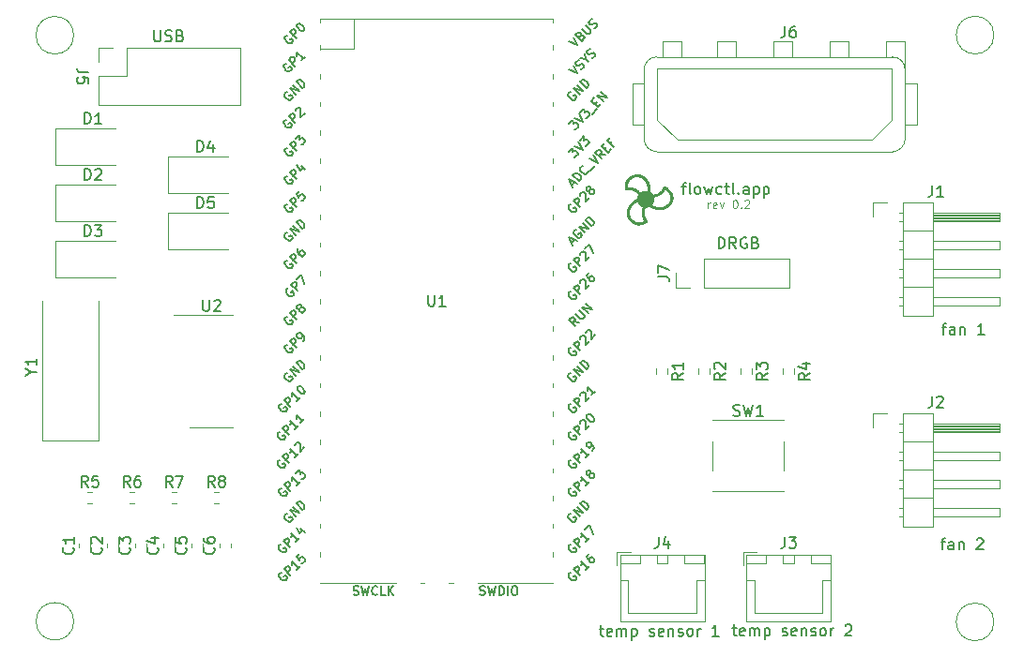
<source format=gbr>
%TF.GenerationSoftware,KiCad,Pcbnew,(5.1.7)-1*%
%TF.CreationDate,2021-06-25T20:26:21+01:00*%
%TF.ProjectId,flowcontrol-v0.1,666c6f77-636f-46e7-9472-6f6c2d76302e,rev?*%
%TF.SameCoordinates,Original*%
%TF.FileFunction,Legend,Top*%
%TF.FilePolarity,Positive*%
%FSLAX46Y46*%
G04 Gerber Fmt 4.6, Leading zero omitted, Abs format (unit mm)*
G04 Created by KiCad (PCBNEW (5.1.7)-1) date 2021-06-25 20:26:21*
%MOMM*%
%LPD*%
G01*
G04 APERTURE LIST*
%ADD10C,0.150000*%
%ADD11C,0.100000*%
%ADD12C,0.013229*%
%ADD13C,0.120000*%
G04 APERTURE END LIST*
D10*
X110409195Y-66978280D02*
X110409195Y-67787804D01*
X110456814Y-67883042D01*
X110504433Y-67930661D01*
X110599671Y-67978280D01*
X110790147Y-67978280D01*
X110885385Y-67930661D01*
X110933004Y-67883042D01*
X110980623Y-67787804D01*
X110980623Y-66978280D01*
X111409195Y-67930661D02*
X111552052Y-67978280D01*
X111790147Y-67978280D01*
X111885385Y-67930661D01*
X111933004Y-67883042D01*
X111980623Y-67787804D01*
X111980623Y-67692566D01*
X111933004Y-67597328D01*
X111885385Y-67549709D01*
X111790147Y-67502090D01*
X111599671Y-67454471D01*
X111504433Y-67406852D01*
X111456814Y-67359233D01*
X111409195Y-67263995D01*
X111409195Y-67168757D01*
X111456814Y-67073519D01*
X111504433Y-67025900D01*
X111599671Y-66978280D01*
X111837766Y-66978280D01*
X111980623Y-67025900D01*
X112742528Y-67454471D02*
X112885385Y-67502090D01*
X112933004Y-67549709D01*
X112980623Y-67644947D01*
X112980623Y-67787804D01*
X112933004Y-67883042D01*
X112885385Y-67930661D01*
X112790147Y-67978280D01*
X112409195Y-67978280D01*
X112409195Y-66978280D01*
X112742528Y-66978280D01*
X112837766Y-67025900D01*
X112885385Y-67073519D01*
X112933004Y-67168757D01*
X112933004Y-67263995D01*
X112885385Y-67359233D01*
X112837766Y-67406852D01*
X112742528Y-67454471D01*
X112409195Y-67454471D01*
X161318795Y-86659980D02*
X161318795Y-85659980D01*
X161556890Y-85659980D01*
X161699747Y-85707600D01*
X161794985Y-85802838D01*
X161842604Y-85898076D01*
X161890223Y-86088552D01*
X161890223Y-86231409D01*
X161842604Y-86421885D01*
X161794985Y-86517123D01*
X161699747Y-86612361D01*
X161556890Y-86659980D01*
X161318795Y-86659980D01*
X162890223Y-86659980D02*
X162556890Y-86183790D01*
X162318795Y-86659980D02*
X162318795Y-85659980D01*
X162699747Y-85659980D01*
X162794985Y-85707600D01*
X162842604Y-85755219D01*
X162890223Y-85850457D01*
X162890223Y-85993314D01*
X162842604Y-86088552D01*
X162794985Y-86136171D01*
X162699747Y-86183790D01*
X162318795Y-86183790D01*
X163842604Y-85707600D02*
X163747366Y-85659980D01*
X163604509Y-85659980D01*
X163461652Y-85707600D01*
X163366414Y-85802838D01*
X163318795Y-85898076D01*
X163271176Y-86088552D01*
X163271176Y-86231409D01*
X163318795Y-86421885D01*
X163366414Y-86517123D01*
X163461652Y-86612361D01*
X163604509Y-86659980D01*
X163699747Y-86659980D01*
X163842604Y-86612361D01*
X163890223Y-86564742D01*
X163890223Y-86231409D01*
X163699747Y-86231409D01*
X164652128Y-86136171D02*
X164794985Y-86183790D01*
X164842604Y-86231409D01*
X164890223Y-86326647D01*
X164890223Y-86469504D01*
X164842604Y-86564742D01*
X164794985Y-86612361D01*
X164699747Y-86659980D01*
X164318795Y-86659980D01*
X164318795Y-85659980D01*
X164652128Y-85659980D01*
X164747366Y-85707600D01*
X164794985Y-85755219D01*
X164842604Y-85850457D01*
X164842604Y-85945695D01*
X164794985Y-86040933D01*
X164747366Y-86088552D01*
X164652128Y-86136171D01*
X164318795Y-86136171D01*
X181384819Y-113209414D02*
X181765771Y-113209414D01*
X181527676Y-113876080D02*
X181527676Y-113018938D01*
X181575295Y-112923700D01*
X181670533Y-112876080D01*
X181765771Y-112876080D01*
X182527676Y-113876080D02*
X182527676Y-113352271D01*
X182480057Y-113257033D01*
X182384819Y-113209414D01*
X182194342Y-113209414D01*
X182099104Y-113257033D01*
X182527676Y-113828461D02*
X182432438Y-113876080D01*
X182194342Y-113876080D01*
X182099104Y-113828461D01*
X182051485Y-113733223D01*
X182051485Y-113637985D01*
X182099104Y-113542747D01*
X182194342Y-113495128D01*
X182432438Y-113495128D01*
X182527676Y-113447509D01*
X183003866Y-113209414D02*
X183003866Y-113876080D01*
X183003866Y-113304652D02*
X183051485Y-113257033D01*
X183146723Y-113209414D01*
X183289580Y-113209414D01*
X183384819Y-113257033D01*
X183432438Y-113352271D01*
X183432438Y-113876080D01*
X184622914Y-112971319D02*
X184670533Y-112923700D01*
X184765771Y-112876080D01*
X185003866Y-112876080D01*
X185099104Y-112923700D01*
X185146723Y-112971319D01*
X185194342Y-113066557D01*
X185194342Y-113161795D01*
X185146723Y-113304652D01*
X184575295Y-113876080D01*
X185194342Y-113876080D01*
X181473719Y-93778414D02*
X181854671Y-93778414D01*
X181616576Y-94445080D02*
X181616576Y-93587938D01*
X181664195Y-93492700D01*
X181759433Y-93445080D01*
X181854671Y-93445080D01*
X182616576Y-94445080D02*
X182616576Y-93921271D01*
X182568957Y-93826033D01*
X182473719Y-93778414D01*
X182283242Y-93778414D01*
X182188004Y-93826033D01*
X182616576Y-94397461D02*
X182521338Y-94445080D01*
X182283242Y-94445080D01*
X182188004Y-94397461D01*
X182140385Y-94302223D01*
X182140385Y-94206985D01*
X182188004Y-94111747D01*
X182283242Y-94064128D01*
X182521338Y-94064128D01*
X182616576Y-94016509D01*
X183092766Y-93778414D02*
X183092766Y-94445080D01*
X183092766Y-93873652D02*
X183140385Y-93826033D01*
X183235623Y-93778414D01*
X183378480Y-93778414D01*
X183473719Y-93826033D01*
X183521338Y-93921271D01*
X183521338Y-94445080D01*
X185283242Y-94445080D02*
X184711814Y-94445080D01*
X184997528Y-94445080D02*
X184997528Y-93445080D01*
X184902290Y-93587938D01*
X184807052Y-93683176D01*
X184711814Y-93730795D01*
X162567028Y-121007214D02*
X162947980Y-121007214D01*
X162709885Y-120673880D02*
X162709885Y-121531023D01*
X162757504Y-121626261D01*
X162852742Y-121673880D01*
X162947980Y-121673880D01*
X163662266Y-121626261D02*
X163567028Y-121673880D01*
X163376552Y-121673880D01*
X163281314Y-121626261D01*
X163233695Y-121531023D01*
X163233695Y-121150071D01*
X163281314Y-121054833D01*
X163376552Y-121007214D01*
X163567028Y-121007214D01*
X163662266Y-121054833D01*
X163709885Y-121150071D01*
X163709885Y-121245309D01*
X163233695Y-121340547D01*
X164138457Y-121673880D02*
X164138457Y-121007214D01*
X164138457Y-121102452D02*
X164186076Y-121054833D01*
X164281314Y-121007214D01*
X164424171Y-121007214D01*
X164519409Y-121054833D01*
X164567028Y-121150071D01*
X164567028Y-121673880D01*
X164567028Y-121150071D02*
X164614647Y-121054833D01*
X164709885Y-121007214D01*
X164852742Y-121007214D01*
X164947980Y-121054833D01*
X164995600Y-121150071D01*
X164995600Y-121673880D01*
X165471790Y-121007214D02*
X165471790Y-122007214D01*
X165471790Y-121054833D02*
X165567028Y-121007214D01*
X165757504Y-121007214D01*
X165852742Y-121054833D01*
X165900361Y-121102452D01*
X165947980Y-121197690D01*
X165947980Y-121483404D01*
X165900361Y-121578642D01*
X165852742Y-121626261D01*
X165757504Y-121673880D01*
X165567028Y-121673880D01*
X165471790Y-121626261D01*
X167090838Y-121626261D02*
X167186076Y-121673880D01*
X167376552Y-121673880D01*
X167471790Y-121626261D01*
X167519409Y-121531023D01*
X167519409Y-121483404D01*
X167471790Y-121388166D01*
X167376552Y-121340547D01*
X167233695Y-121340547D01*
X167138457Y-121292928D01*
X167090838Y-121197690D01*
X167090838Y-121150071D01*
X167138457Y-121054833D01*
X167233695Y-121007214D01*
X167376552Y-121007214D01*
X167471790Y-121054833D01*
X168328933Y-121626261D02*
X168233695Y-121673880D01*
X168043219Y-121673880D01*
X167947980Y-121626261D01*
X167900361Y-121531023D01*
X167900361Y-121150071D01*
X167947980Y-121054833D01*
X168043219Y-121007214D01*
X168233695Y-121007214D01*
X168328933Y-121054833D01*
X168376552Y-121150071D01*
X168376552Y-121245309D01*
X167900361Y-121340547D01*
X168805123Y-121007214D02*
X168805123Y-121673880D01*
X168805123Y-121102452D02*
X168852742Y-121054833D01*
X168947980Y-121007214D01*
X169090838Y-121007214D01*
X169186076Y-121054833D01*
X169233695Y-121150071D01*
X169233695Y-121673880D01*
X169662266Y-121626261D02*
X169757504Y-121673880D01*
X169947980Y-121673880D01*
X170043219Y-121626261D01*
X170090838Y-121531023D01*
X170090838Y-121483404D01*
X170043219Y-121388166D01*
X169947980Y-121340547D01*
X169805123Y-121340547D01*
X169709885Y-121292928D01*
X169662266Y-121197690D01*
X169662266Y-121150071D01*
X169709885Y-121054833D01*
X169805123Y-121007214D01*
X169947980Y-121007214D01*
X170043219Y-121054833D01*
X170662266Y-121673880D02*
X170567028Y-121626261D01*
X170519409Y-121578642D01*
X170471790Y-121483404D01*
X170471790Y-121197690D01*
X170519409Y-121102452D01*
X170567028Y-121054833D01*
X170662266Y-121007214D01*
X170805123Y-121007214D01*
X170900361Y-121054833D01*
X170947980Y-121102452D01*
X170995600Y-121197690D01*
X170995600Y-121483404D01*
X170947980Y-121578642D01*
X170900361Y-121626261D01*
X170805123Y-121673880D01*
X170662266Y-121673880D01*
X171424171Y-121673880D02*
X171424171Y-121007214D01*
X171424171Y-121197690D02*
X171471790Y-121102452D01*
X171519409Y-121054833D01*
X171614647Y-121007214D01*
X171709885Y-121007214D01*
X172757504Y-120769119D02*
X172805123Y-120721500D01*
X172900361Y-120673880D01*
X173138457Y-120673880D01*
X173233695Y-120721500D01*
X173281314Y-120769119D01*
X173328933Y-120864357D01*
X173328933Y-120959595D01*
X173281314Y-121102452D01*
X172709885Y-121673880D01*
X173328933Y-121673880D01*
X150578228Y-121032614D02*
X150959180Y-121032614D01*
X150721085Y-120699280D02*
X150721085Y-121556423D01*
X150768704Y-121651661D01*
X150863942Y-121699280D01*
X150959180Y-121699280D01*
X151673466Y-121651661D02*
X151578228Y-121699280D01*
X151387752Y-121699280D01*
X151292514Y-121651661D01*
X151244895Y-121556423D01*
X151244895Y-121175471D01*
X151292514Y-121080233D01*
X151387752Y-121032614D01*
X151578228Y-121032614D01*
X151673466Y-121080233D01*
X151721085Y-121175471D01*
X151721085Y-121270709D01*
X151244895Y-121365947D01*
X152149657Y-121699280D02*
X152149657Y-121032614D01*
X152149657Y-121127852D02*
X152197276Y-121080233D01*
X152292514Y-121032614D01*
X152435371Y-121032614D01*
X152530609Y-121080233D01*
X152578228Y-121175471D01*
X152578228Y-121699280D01*
X152578228Y-121175471D02*
X152625847Y-121080233D01*
X152721085Y-121032614D01*
X152863942Y-121032614D01*
X152959180Y-121080233D01*
X153006800Y-121175471D01*
X153006800Y-121699280D01*
X153482990Y-121032614D02*
X153482990Y-122032614D01*
X153482990Y-121080233D02*
X153578228Y-121032614D01*
X153768704Y-121032614D01*
X153863942Y-121080233D01*
X153911561Y-121127852D01*
X153959180Y-121223090D01*
X153959180Y-121508804D01*
X153911561Y-121604042D01*
X153863942Y-121651661D01*
X153768704Y-121699280D01*
X153578228Y-121699280D01*
X153482990Y-121651661D01*
X155102038Y-121651661D02*
X155197276Y-121699280D01*
X155387752Y-121699280D01*
X155482990Y-121651661D01*
X155530609Y-121556423D01*
X155530609Y-121508804D01*
X155482990Y-121413566D01*
X155387752Y-121365947D01*
X155244895Y-121365947D01*
X155149657Y-121318328D01*
X155102038Y-121223090D01*
X155102038Y-121175471D01*
X155149657Y-121080233D01*
X155244895Y-121032614D01*
X155387752Y-121032614D01*
X155482990Y-121080233D01*
X156340133Y-121651661D02*
X156244895Y-121699280D01*
X156054419Y-121699280D01*
X155959180Y-121651661D01*
X155911561Y-121556423D01*
X155911561Y-121175471D01*
X155959180Y-121080233D01*
X156054419Y-121032614D01*
X156244895Y-121032614D01*
X156340133Y-121080233D01*
X156387752Y-121175471D01*
X156387752Y-121270709D01*
X155911561Y-121365947D01*
X156816323Y-121032614D02*
X156816323Y-121699280D01*
X156816323Y-121127852D02*
X156863942Y-121080233D01*
X156959180Y-121032614D01*
X157102038Y-121032614D01*
X157197276Y-121080233D01*
X157244895Y-121175471D01*
X157244895Y-121699280D01*
X157673466Y-121651661D02*
X157768704Y-121699280D01*
X157959180Y-121699280D01*
X158054419Y-121651661D01*
X158102038Y-121556423D01*
X158102038Y-121508804D01*
X158054419Y-121413566D01*
X157959180Y-121365947D01*
X157816323Y-121365947D01*
X157721085Y-121318328D01*
X157673466Y-121223090D01*
X157673466Y-121175471D01*
X157721085Y-121080233D01*
X157816323Y-121032614D01*
X157959180Y-121032614D01*
X158054419Y-121080233D01*
X158673466Y-121699280D02*
X158578228Y-121651661D01*
X158530609Y-121604042D01*
X158482990Y-121508804D01*
X158482990Y-121223090D01*
X158530609Y-121127852D01*
X158578228Y-121080233D01*
X158673466Y-121032614D01*
X158816323Y-121032614D01*
X158911561Y-121080233D01*
X158959180Y-121127852D01*
X159006800Y-121223090D01*
X159006800Y-121508804D01*
X158959180Y-121604042D01*
X158911561Y-121651661D01*
X158816323Y-121699280D01*
X158673466Y-121699280D01*
X159435371Y-121699280D02*
X159435371Y-121032614D01*
X159435371Y-121223090D02*
X159482990Y-121127852D01*
X159530609Y-121080233D01*
X159625847Y-121032614D01*
X159721085Y-121032614D01*
X161340133Y-121699280D02*
X160768704Y-121699280D01*
X161054419Y-121699280D02*
X161054419Y-120699280D01*
X160959180Y-120842138D01*
X160863942Y-120937376D01*
X160768704Y-120984995D01*
D11*
X160377814Y-83054385D02*
X160377814Y-82554385D01*
X160377814Y-82697242D02*
X160413528Y-82625814D01*
X160449242Y-82590100D01*
X160520671Y-82554385D01*
X160592100Y-82554385D01*
X161127814Y-83018671D02*
X161056385Y-83054385D01*
X160913528Y-83054385D01*
X160842100Y-83018671D01*
X160806385Y-82947242D01*
X160806385Y-82661528D01*
X160842100Y-82590100D01*
X160913528Y-82554385D01*
X161056385Y-82554385D01*
X161127814Y-82590100D01*
X161163528Y-82661528D01*
X161163528Y-82732957D01*
X160806385Y-82804385D01*
X161413528Y-82554385D02*
X161592100Y-83054385D01*
X161770671Y-82554385D01*
X162770671Y-82304385D02*
X162842100Y-82304385D01*
X162913528Y-82340100D01*
X162949242Y-82375814D01*
X162984957Y-82447242D01*
X163020671Y-82590100D01*
X163020671Y-82768671D01*
X162984957Y-82911528D01*
X162949242Y-82982957D01*
X162913528Y-83018671D01*
X162842100Y-83054385D01*
X162770671Y-83054385D01*
X162699242Y-83018671D01*
X162663528Y-82982957D01*
X162627814Y-82911528D01*
X162592100Y-82768671D01*
X162592100Y-82590100D01*
X162627814Y-82447242D01*
X162663528Y-82375814D01*
X162699242Y-82340100D01*
X162770671Y-82304385D01*
X163342100Y-82982957D02*
X163377814Y-83018671D01*
X163342100Y-83054385D01*
X163306385Y-83018671D01*
X163342100Y-82982957D01*
X163342100Y-83054385D01*
X163663528Y-82375814D02*
X163699242Y-82340100D01*
X163770671Y-82304385D01*
X163949242Y-82304385D01*
X164020671Y-82340100D01*
X164056385Y-82375814D01*
X164092100Y-82447242D01*
X164092100Y-82518671D01*
X164056385Y-82625814D01*
X163627814Y-83054385D01*
X164092100Y-83054385D01*
D10*
X157975800Y-81103814D02*
X158356752Y-81103814D01*
X158118657Y-81770480D02*
X158118657Y-80913338D01*
X158166276Y-80818100D01*
X158261514Y-80770480D01*
X158356752Y-80770480D01*
X158832942Y-81770480D02*
X158737704Y-81722861D01*
X158690085Y-81627623D01*
X158690085Y-80770480D01*
X159356752Y-81770480D02*
X159261514Y-81722861D01*
X159213895Y-81675242D01*
X159166276Y-81580004D01*
X159166276Y-81294290D01*
X159213895Y-81199052D01*
X159261514Y-81151433D01*
X159356752Y-81103814D01*
X159499609Y-81103814D01*
X159594847Y-81151433D01*
X159642466Y-81199052D01*
X159690085Y-81294290D01*
X159690085Y-81580004D01*
X159642466Y-81675242D01*
X159594847Y-81722861D01*
X159499609Y-81770480D01*
X159356752Y-81770480D01*
X160023419Y-81103814D02*
X160213895Y-81770480D01*
X160404371Y-81294290D01*
X160594847Y-81770480D01*
X160785323Y-81103814D01*
X161594847Y-81722861D02*
X161499609Y-81770480D01*
X161309133Y-81770480D01*
X161213895Y-81722861D01*
X161166276Y-81675242D01*
X161118657Y-81580004D01*
X161118657Y-81294290D01*
X161166276Y-81199052D01*
X161213895Y-81151433D01*
X161309133Y-81103814D01*
X161499609Y-81103814D01*
X161594847Y-81151433D01*
X161880561Y-81103814D02*
X162261514Y-81103814D01*
X162023419Y-80770480D02*
X162023419Y-81627623D01*
X162071038Y-81722861D01*
X162166276Y-81770480D01*
X162261514Y-81770480D01*
X162737704Y-81770480D02*
X162642466Y-81722861D01*
X162594847Y-81627623D01*
X162594847Y-80770480D01*
X163118657Y-81675242D02*
X163166276Y-81722861D01*
X163118657Y-81770480D01*
X163071038Y-81722861D01*
X163118657Y-81675242D01*
X163118657Y-81770480D01*
X164023419Y-81770480D02*
X164023419Y-81246671D01*
X163975800Y-81151433D01*
X163880561Y-81103814D01*
X163690085Y-81103814D01*
X163594847Y-81151433D01*
X164023419Y-81722861D02*
X163928180Y-81770480D01*
X163690085Y-81770480D01*
X163594847Y-81722861D01*
X163547228Y-81627623D01*
X163547228Y-81532385D01*
X163594847Y-81437147D01*
X163690085Y-81389528D01*
X163928180Y-81389528D01*
X164023419Y-81341909D01*
X164499609Y-81103814D02*
X164499609Y-82103814D01*
X164499609Y-81151433D02*
X164594847Y-81103814D01*
X164785323Y-81103814D01*
X164880561Y-81151433D01*
X164928180Y-81199052D01*
X164975800Y-81294290D01*
X164975800Y-81580004D01*
X164928180Y-81675242D01*
X164880561Y-81722861D01*
X164785323Y-81770480D01*
X164594847Y-81770480D01*
X164499609Y-81722861D01*
X165404371Y-81103814D02*
X165404371Y-82103814D01*
X165404371Y-81151433D02*
X165499609Y-81103814D01*
X165690085Y-81103814D01*
X165785323Y-81151433D01*
X165832942Y-81199052D01*
X165880561Y-81294290D01*
X165880561Y-81580004D01*
X165832942Y-81675242D01*
X165785323Y-81722861D01*
X165690085Y-81770480D01*
X165499609Y-81770480D01*
X165404371Y-81722861D01*
D12*
G36*
X156405959Y-81066149D02*
G01*
X156410431Y-81066435D01*
X156414894Y-81066941D01*
X156419340Y-81067668D01*
X156423761Y-81068617D01*
X156428149Y-81069789D01*
X156430174Y-81070411D01*
X156432185Y-81071079D01*
X156434180Y-81071790D01*
X156436159Y-81072546D01*
X156438120Y-81073346D01*
X156440062Y-81074190D01*
X156441987Y-81075077D01*
X156443891Y-81076007D01*
X156510376Y-81112471D01*
X156580843Y-81156468D01*
X156653723Y-81207757D01*
X156727448Y-81266097D01*
X156800450Y-81331248D01*
X156871160Y-81402968D01*
X156905166Y-81441217D01*
X156938011Y-81481017D01*
X156969499Y-81522340D01*
X156999433Y-81565155D01*
X157027619Y-81609432D01*
X157053859Y-81655140D01*
X157077959Y-81702251D01*
X157099721Y-81750733D01*
X157118949Y-81800556D01*
X157135449Y-81851692D01*
X157149023Y-81904108D01*
X157159475Y-81957776D01*
X157166610Y-82012665D01*
X157170232Y-82068745D01*
X157170144Y-82125987D01*
X157166151Y-82184359D01*
X157158056Y-82243832D01*
X157145663Y-82304376D01*
X157128777Y-82365961D01*
X157107201Y-82428557D01*
X157078522Y-82486985D01*
X157047078Y-82543635D01*
X157012956Y-82598428D01*
X156976246Y-82651281D01*
X156937038Y-82702112D01*
X156895421Y-82750841D01*
X156851484Y-82797385D01*
X156805316Y-82841664D01*
X156757006Y-82883596D01*
X156706644Y-82923100D01*
X156654319Y-82960094D01*
X156600119Y-82994496D01*
X156544136Y-83026226D01*
X156486456Y-83055203D01*
X156427171Y-83081343D01*
X156366368Y-83104567D01*
X156322291Y-83117686D01*
X156277787Y-83129062D01*
X156232907Y-83138687D01*
X156187703Y-83146552D01*
X156142226Y-83152651D01*
X156096530Y-83156974D01*
X156050665Y-83159513D01*
X156004683Y-83160262D01*
X156005344Y-83159865D01*
X155947114Y-83158555D01*
X155888166Y-83154626D01*
X155828510Y-83148079D01*
X155768154Y-83138915D01*
X155707106Y-83127135D01*
X155645376Y-83112740D01*
X155582971Y-83095730D01*
X155519900Y-83076108D01*
X155456172Y-83053873D01*
X155391795Y-83029027D01*
X155326778Y-83001570D01*
X155261129Y-82971504D01*
X155194857Y-82938830D01*
X155127971Y-82903549D01*
X155060478Y-82865660D01*
X154992387Y-82825167D01*
X154989759Y-82823597D01*
X154987196Y-82821947D01*
X154984699Y-82820220D01*
X154982269Y-82818417D01*
X154979908Y-82816542D01*
X154977617Y-82814595D01*
X154975396Y-82812580D01*
X154973248Y-82810498D01*
X154971172Y-82808351D01*
X154969172Y-82806141D01*
X154967247Y-82803871D01*
X154965399Y-82801542D01*
X154963629Y-82799157D01*
X154961939Y-82796717D01*
X154960329Y-82794226D01*
X154958801Y-82791684D01*
X154957356Y-82789094D01*
X154955996Y-82786458D01*
X154954720Y-82783778D01*
X154953532Y-82781056D01*
X154952431Y-82778294D01*
X154951419Y-82775495D01*
X154950497Y-82772661D01*
X154949667Y-82769792D01*
X154948930Y-82766893D01*
X154948286Y-82763964D01*
X154947737Y-82761008D01*
X154947285Y-82758026D01*
X154946930Y-82755022D01*
X154946674Y-82751997D01*
X154946518Y-82748953D01*
X154946463Y-82745892D01*
X154946658Y-82739786D01*
X154947253Y-82733755D01*
X154948238Y-82727815D01*
X154949604Y-82721983D01*
X154951341Y-82716275D01*
X154953439Y-82710709D01*
X154955889Y-82705301D01*
X154958681Y-82700067D01*
X154961805Y-82695025D01*
X154965252Y-82690191D01*
X154969013Y-82685582D01*
X154973077Y-82681215D01*
X154977436Y-82677106D01*
X154982078Y-82673272D01*
X154986996Y-82669729D01*
X154992178Y-82666495D01*
X154997564Y-82663613D01*
X155003086Y-82661114D01*
X155008723Y-82658999D01*
X155014457Y-82657267D01*
X155020269Y-82655919D01*
X155026138Y-82654955D01*
X155032047Y-82654374D01*
X155037975Y-82654177D01*
X155043904Y-82654363D01*
X155049814Y-82654934D01*
X155055685Y-82655887D01*
X155061499Y-82657225D01*
X155067237Y-82658947D01*
X155072878Y-82661052D01*
X155078403Y-82663541D01*
X155083795Y-82666414D01*
X155087769Y-82668666D01*
X155174321Y-82719580D01*
X155259587Y-82765907D01*
X155343549Y-82807643D01*
X155426190Y-82844783D01*
X155507493Y-82877324D01*
X155587439Y-82905261D01*
X155666011Y-82928589D01*
X155743192Y-82947305D01*
X155818964Y-82961404D01*
X155893308Y-82970882D01*
X155966208Y-82975735D01*
X156037646Y-82975959D01*
X156107605Y-82971548D01*
X156176066Y-82962500D01*
X156243011Y-82948809D01*
X156308425Y-82930471D01*
X156359662Y-82910432D01*
X156409644Y-82888004D01*
X156458298Y-82863253D01*
X156505552Y-82836242D01*
X156551336Y-82807037D01*
X156595578Y-82775702D01*
X156638206Y-82742303D01*
X156679150Y-82706904D01*
X156718337Y-82669570D01*
X156755696Y-82630366D01*
X156791157Y-82589357D01*
X156824646Y-82546607D01*
X156856094Y-82502182D01*
X156885429Y-82456146D01*
X156912578Y-82408564D01*
X156937471Y-82359500D01*
X156955195Y-82308154D01*
X156969021Y-82257833D01*
X156979126Y-82208550D01*
X156985688Y-82160320D01*
X156988885Y-82113154D01*
X156988893Y-82067067D01*
X156985891Y-82022073D01*
X156980057Y-81978184D01*
X156971567Y-81935414D01*
X156960599Y-81893777D01*
X156947332Y-81853286D01*
X156931941Y-81813955D01*
X156914606Y-81775796D01*
X156895503Y-81738823D01*
X156852705Y-81668491D01*
X156804968Y-81603066D01*
X156753712Y-81542655D01*
X156700358Y-81487366D01*
X156646326Y-81437306D01*
X156593037Y-81392582D01*
X156541910Y-81353304D01*
X156451829Y-81291510D01*
X156424313Y-81351956D01*
X156393727Y-81409038D01*
X156360321Y-81462849D01*
X156324347Y-81513487D01*
X156286056Y-81561047D01*
X156245699Y-81605623D01*
X156203529Y-81647311D01*
X156159795Y-81686206D01*
X156114750Y-81722404D01*
X156068644Y-81756001D01*
X156021730Y-81787091D01*
X155974258Y-81815771D01*
X155878647Y-81866278D01*
X155783822Y-81908287D01*
X155691794Y-81942559D01*
X155604573Y-81969858D01*
X155524170Y-81990948D01*
X155452597Y-82006592D01*
X155343979Y-82024591D01*
X155294806Y-82029962D01*
X155290362Y-82029847D01*
X155285970Y-82029524D01*
X155281635Y-82028995D01*
X155277363Y-82028266D01*
X155273158Y-82027342D01*
X155269025Y-82026227D01*
X155264971Y-82024926D01*
X155260999Y-82023444D01*
X155257115Y-82021785D01*
X155253323Y-82019955D01*
X155249630Y-82017957D01*
X155246040Y-82015797D01*
X155242558Y-82013479D01*
X155239189Y-82011007D01*
X155235939Y-82008388D01*
X155232811Y-82005625D01*
X155229813Y-82002723D01*
X155226948Y-81999686D01*
X155224222Y-81996521D01*
X155221639Y-81993230D01*
X155219206Y-81989819D01*
X155216926Y-81986293D01*
X155214805Y-81982656D01*
X155212849Y-81978913D01*
X155211061Y-81975068D01*
X155209448Y-81971127D01*
X155208015Y-81967095D01*
X155206766Y-81962975D01*
X155205706Y-81958772D01*
X155204841Y-81954492D01*
X155204176Y-81950138D01*
X155203715Y-81945716D01*
X155203467Y-81941278D01*
X155203432Y-81936874D01*
X155203605Y-81932510D01*
X155203983Y-81928193D01*
X155204561Y-81923927D01*
X155205336Y-81919717D01*
X155206302Y-81915570D01*
X155207455Y-81911490D01*
X155208792Y-81907484D01*
X155210307Y-81903556D01*
X155211997Y-81899712D01*
X155213858Y-81895958D01*
X155215884Y-81892298D01*
X155218072Y-81888739D01*
X155220418Y-81885286D01*
X155222917Y-81881944D01*
X155225565Y-81878719D01*
X155228358Y-81875616D01*
X155231291Y-81872641D01*
X155234360Y-81869799D01*
X155237561Y-81867095D01*
X155240890Y-81864535D01*
X155244342Y-81862125D01*
X155247913Y-81859870D01*
X155251599Y-81857775D01*
X155255395Y-81855846D01*
X155259297Y-81854089D01*
X155263302Y-81852508D01*
X155267404Y-81851109D01*
X155271600Y-81849898D01*
X155275884Y-81848880D01*
X155280254Y-81848061D01*
X155319388Y-81843422D01*
X155418900Y-81826135D01*
X155485888Y-81810935D01*
X155561479Y-81790397D01*
X155643509Y-81763795D01*
X155729814Y-81730404D01*
X155818231Y-81689499D01*
X155862555Y-81666001D01*
X155906595Y-81640354D01*
X155950082Y-81612465D01*
X155992744Y-81582244D01*
X156034311Y-81549601D01*
X156074512Y-81514444D01*
X156113078Y-81476683D01*
X156149737Y-81436228D01*
X156184219Y-81392988D01*
X156216254Y-81346871D01*
X156245571Y-81297789D01*
X156271899Y-81245648D01*
X156294969Y-81190360D01*
X156314510Y-81131834D01*
X156315897Y-81127509D01*
X156317489Y-81123278D01*
X156319281Y-81119144D01*
X156321269Y-81115116D01*
X156323446Y-81111199D01*
X156325809Y-81107400D01*
X156328351Y-81103725D01*
X156331067Y-81100181D01*
X156333954Y-81096772D01*
X156337005Y-81093507D01*
X156340215Y-81090392D01*
X156343579Y-81087432D01*
X156347093Y-81084633D01*
X156350751Y-81082003D01*
X156354547Y-81079548D01*
X156358478Y-81077274D01*
X156362517Y-81075197D01*
X156366635Y-81073331D01*
X156370825Y-81071676D01*
X156375079Y-81070233D01*
X156379388Y-81069004D01*
X156383745Y-81067988D01*
X156388141Y-81067187D01*
X156392569Y-81066602D01*
X156397020Y-81066233D01*
X156401486Y-81066082D01*
X156405959Y-81066149D01*
G37*
X156405959Y-81066149D02*
X156410431Y-81066435D01*
X156414894Y-81066941D01*
X156419340Y-81067668D01*
X156423761Y-81068617D01*
X156428149Y-81069789D01*
X156430174Y-81070411D01*
X156432185Y-81071079D01*
X156434180Y-81071790D01*
X156436159Y-81072546D01*
X156438120Y-81073346D01*
X156440062Y-81074190D01*
X156441987Y-81075077D01*
X156443891Y-81076007D01*
X156510376Y-81112471D01*
X156580843Y-81156468D01*
X156653723Y-81207757D01*
X156727448Y-81266097D01*
X156800450Y-81331248D01*
X156871160Y-81402968D01*
X156905166Y-81441217D01*
X156938011Y-81481017D01*
X156969499Y-81522340D01*
X156999433Y-81565155D01*
X157027619Y-81609432D01*
X157053859Y-81655140D01*
X157077959Y-81702251D01*
X157099721Y-81750733D01*
X157118949Y-81800556D01*
X157135449Y-81851692D01*
X157149023Y-81904108D01*
X157159475Y-81957776D01*
X157166610Y-82012665D01*
X157170232Y-82068745D01*
X157170144Y-82125987D01*
X157166151Y-82184359D01*
X157158056Y-82243832D01*
X157145663Y-82304376D01*
X157128777Y-82365961D01*
X157107201Y-82428557D01*
X157078522Y-82486985D01*
X157047078Y-82543635D01*
X157012956Y-82598428D01*
X156976246Y-82651281D01*
X156937038Y-82702112D01*
X156895421Y-82750841D01*
X156851484Y-82797385D01*
X156805316Y-82841664D01*
X156757006Y-82883596D01*
X156706644Y-82923100D01*
X156654319Y-82960094D01*
X156600119Y-82994496D01*
X156544136Y-83026226D01*
X156486456Y-83055203D01*
X156427171Y-83081343D01*
X156366368Y-83104567D01*
X156322291Y-83117686D01*
X156277787Y-83129062D01*
X156232907Y-83138687D01*
X156187703Y-83146552D01*
X156142226Y-83152651D01*
X156096530Y-83156974D01*
X156050665Y-83159513D01*
X156004683Y-83160262D01*
X156005344Y-83159865D01*
X155947114Y-83158555D01*
X155888166Y-83154626D01*
X155828510Y-83148079D01*
X155768154Y-83138915D01*
X155707106Y-83127135D01*
X155645376Y-83112740D01*
X155582971Y-83095730D01*
X155519900Y-83076108D01*
X155456172Y-83053873D01*
X155391795Y-83029027D01*
X155326778Y-83001570D01*
X155261129Y-82971504D01*
X155194857Y-82938830D01*
X155127971Y-82903549D01*
X155060478Y-82865660D01*
X154992387Y-82825167D01*
X154989759Y-82823597D01*
X154987196Y-82821947D01*
X154984699Y-82820220D01*
X154982269Y-82818417D01*
X154979908Y-82816542D01*
X154977617Y-82814595D01*
X154975396Y-82812580D01*
X154973248Y-82810498D01*
X154971172Y-82808351D01*
X154969172Y-82806141D01*
X154967247Y-82803871D01*
X154965399Y-82801542D01*
X154963629Y-82799157D01*
X154961939Y-82796717D01*
X154960329Y-82794226D01*
X154958801Y-82791684D01*
X154957356Y-82789094D01*
X154955996Y-82786458D01*
X154954720Y-82783778D01*
X154953532Y-82781056D01*
X154952431Y-82778294D01*
X154951419Y-82775495D01*
X154950497Y-82772661D01*
X154949667Y-82769792D01*
X154948930Y-82766893D01*
X154948286Y-82763964D01*
X154947737Y-82761008D01*
X154947285Y-82758026D01*
X154946930Y-82755022D01*
X154946674Y-82751997D01*
X154946518Y-82748953D01*
X154946463Y-82745892D01*
X154946658Y-82739786D01*
X154947253Y-82733755D01*
X154948238Y-82727815D01*
X154949604Y-82721983D01*
X154951341Y-82716275D01*
X154953439Y-82710709D01*
X154955889Y-82705301D01*
X154958681Y-82700067D01*
X154961805Y-82695025D01*
X154965252Y-82690191D01*
X154969013Y-82685582D01*
X154973077Y-82681215D01*
X154977436Y-82677106D01*
X154982078Y-82673272D01*
X154986996Y-82669729D01*
X154992178Y-82666495D01*
X154997564Y-82663613D01*
X155003086Y-82661114D01*
X155008723Y-82658999D01*
X155014457Y-82657267D01*
X155020269Y-82655919D01*
X155026138Y-82654955D01*
X155032047Y-82654374D01*
X155037975Y-82654177D01*
X155043904Y-82654363D01*
X155049814Y-82654934D01*
X155055685Y-82655887D01*
X155061499Y-82657225D01*
X155067237Y-82658947D01*
X155072878Y-82661052D01*
X155078403Y-82663541D01*
X155083795Y-82666414D01*
X155087769Y-82668666D01*
X155174321Y-82719580D01*
X155259587Y-82765907D01*
X155343549Y-82807643D01*
X155426190Y-82844783D01*
X155507493Y-82877324D01*
X155587439Y-82905261D01*
X155666011Y-82928589D01*
X155743192Y-82947305D01*
X155818964Y-82961404D01*
X155893308Y-82970882D01*
X155966208Y-82975735D01*
X156037646Y-82975959D01*
X156107605Y-82971548D01*
X156176066Y-82962500D01*
X156243011Y-82948809D01*
X156308425Y-82930471D01*
X156359662Y-82910432D01*
X156409644Y-82888004D01*
X156458298Y-82863253D01*
X156505552Y-82836242D01*
X156551336Y-82807037D01*
X156595578Y-82775702D01*
X156638206Y-82742303D01*
X156679150Y-82706904D01*
X156718337Y-82669570D01*
X156755696Y-82630366D01*
X156791157Y-82589357D01*
X156824646Y-82546607D01*
X156856094Y-82502182D01*
X156885429Y-82456146D01*
X156912578Y-82408564D01*
X156937471Y-82359500D01*
X156955195Y-82308154D01*
X156969021Y-82257833D01*
X156979126Y-82208550D01*
X156985688Y-82160320D01*
X156988885Y-82113154D01*
X156988893Y-82067067D01*
X156985891Y-82022073D01*
X156980057Y-81978184D01*
X156971567Y-81935414D01*
X156960599Y-81893777D01*
X156947332Y-81853286D01*
X156931941Y-81813955D01*
X156914606Y-81775796D01*
X156895503Y-81738823D01*
X156852705Y-81668491D01*
X156804968Y-81603066D01*
X156753712Y-81542655D01*
X156700358Y-81487366D01*
X156646326Y-81437306D01*
X156593037Y-81392582D01*
X156541910Y-81353304D01*
X156451829Y-81291510D01*
X156424313Y-81351956D01*
X156393727Y-81409038D01*
X156360321Y-81462849D01*
X156324347Y-81513487D01*
X156286056Y-81561047D01*
X156245699Y-81605623D01*
X156203529Y-81647311D01*
X156159795Y-81686206D01*
X156114750Y-81722404D01*
X156068644Y-81756001D01*
X156021730Y-81787091D01*
X155974258Y-81815771D01*
X155878647Y-81866278D01*
X155783822Y-81908287D01*
X155691794Y-81942559D01*
X155604573Y-81969858D01*
X155524170Y-81990948D01*
X155452597Y-82006592D01*
X155343979Y-82024591D01*
X155294806Y-82029962D01*
X155290362Y-82029847D01*
X155285970Y-82029524D01*
X155281635Y-82028995D01*
X155277363Y-82028266D01*
X155273158Y-82027342D01*
X155269025Y-82026227D01*
X155264971Y-82024926D01*
X155260999Y-82023444D01*
X155257115Y-82021785D01*
X155253323Y-82019955D01*
X155249630Y-82017957D01*
X155246040Y-82015797D01*
X155242558Y-82013479D01*
X155239189Y-82011007D01*
X155235939Y-82008388D01*
X155232811Y-82005625D01*
X155229813Y-82002723D01*
X155226948Y-81999686D01*
X155224222Y-81996521D01*
X155221639Y-81993230D01*
X155219206Y-81989819D01*
X155216926Y-81986293D01*
X155214805Y-81982656D01*
X155212849Y-81978913D01*
X155211061Y-81975068D01*
X155209448Y-81971127D01*
X155208015Y-81967095D01*
X155206766Y-81962975D01*
X155205706Y-81958772D01*
X155204841Y-81954492D01*
X155204176Y-81950138D01*
X155203715Y-81945716D01*
X155203467Y-81941278D01*
X155203432Y-81936874D01*
X155203605Y-81932510D01*
X155203983Y-81928193D01*
X155204561Y-81923927D01*
X155205336Y-81919717D01*
X155206302Y-81915570D01*
X155207455Y-81911490D01*
X155208792Y-81907484D01*
X155210307Y-81903556D01*
X155211997Y-81899712D01*
X155213858Y-81895958D01*
X155215884Y-81892298D01*
X155218072Y-81888739D01*
X155220418Y-81885286D01*
X155222917Y-81881944D01*
X155225565Y-81878719D01*
X155228358Y-81875616D01*
X155231291Y-81872641D01*
X155234360Y-81869799D01*
X155237561Y-81867095D01*
X155240890Y-81864535D01*
X155244342Y-81862125D01*
X155247913Y-81859870D01*
X155251599Y-81857775D01*
X155255395Y-81855846D01*
X155259297Y-81854089D01*
X155263302Y-81852508D01*
X155267404Y-81851109D01*
X155271600Y-81849898D01*
X155275884Y-81848880D01*
X155280254Y-81848061D01*
X155319388Y-81843422D01*
X155418900Y-81826135D01*
X155485888Y-81810935D01*
X155561479Y-81790397D01*
X155643509Y-81763795D01*
X155729814Y-81730404D01*
X155818231Y-81689499D01*
X155862555Y-81666001D01*
X155906595Y-81640354D01*
X155950082Y-81612465D01*
X155992744Y-81582244D01*
X156034311Y-81549601D01*
X156074512Y-81514444D01*
X156113078Y-81476683D01*
X156149737Y-81436228D01*
X156184219Y-81392988D01*
X156216254Y-81346871D01*
X156245571Y-81297789D01*
X156271899Y-81245648D01*
X156294969Y-81190360D01*
X156314510Y-81131834D01*
X156315897Y-81127509D01*
X156317489Y-81123278D01*
X156319281Y-81119144D01*
X156321269Y-81115116D01*
X156323446Y-81111199D01*
X156325809Y-81107400D01*
X156328351Y-81103725D01*
X156331067Y-81100181D01*
X156333954Y-81096772D01*
X156337005Y-81093507D01*
X156340215Y-81090392D01*
X156343579Y-81087432D01*
X156347093Y-81084633D01*
X156350751Y-81082003D01*
X156354547Y-81079548D01*
X156358478Y-81077274D01*
X156362517Y-81075197D01*
X156366635Y-81073331D01*
X156370825Y-81071676D01*
X156375079Y-81070233D01*
X156379388Y-81069004D01*
X156383745Y-81067988D01*
X156388141Y-81067187D01*
X156392569Y-81066602D01*
X156397020Y-81066233D01*
X156401486Y-81066082D01*
X156405959Y-81066149D01*
G36*
X154081696Y-82146699D02*
G01*
X154086046Y-82147082D01*
X154090361Y-82147670D01*
X154094634Y-82148461D01*
X154098857Y-82149452D01*
X154103023Y-82150639D01*
X154107125Y-82152020D01*
X154111156Y-82153591D01*
X154115108Y-82155350D01*
X154118976Y-82157294D01*
X154122751Y-82159419D01*
X154126426Y-82161723D01*
X154129994Y-82164203D01*
X154133448Y-82166855D01*
X154136780Y-82169677D01*
X154139985Y-82172666D01*
X154143054Y-82175818D01*
X154145980Y-82179132D01*
X154148756Y-82182602D01*
X154151376Y-82186228D01*
X154153831Y-82190006D01*
X154156115Y-82193932D01*
X154158220Y-82198004D01*
X154160140Y-82202219D01*
X154161848Y-82206524D01*
X154163324Y-82210864D01*
X154164571Y-82215231D01*
X154165593Y-82219619D01*
X154166391Y-82224020D01*
X154166968Y-82228427D01*
X154167329Y-82232833D01*
X154167474Y-82237230D01*
X154167408Y-82241612D01*
X154167132Y-82245970D01*
X154166650Y-82250298D01*
X154165964Y-82254589D01*
X154165078Y-82258835D01*
X154163994Y-82263029D01*
X154162715Y-82267164D01*
X154161243Y-82271232D01*
X154159582Y-82275227D01*
X154157734Y-82279141D01*
X154155703Y-82282967D01*
X154153490Y-82286698D01*
X154151099Y-82290326D01*
X154148533Y-82293844D01*
X154145794Y-82297246D01*
X154142885Y-82300523D01*
X154139809Y-82303668D01*
X154136569Y-82306675D01*
X154133168Y-82309537D01*
X154129608Y-82312244D01*
X154125892Y-82314792D01*
X154122023Y-82317172D01*
X154118005Y-82319377D01*
X154113838Y-82321400D01*
X154070158Y-82341922D01*
X153961494Y-82399799D01*
X153889887Y-82442460D01*
X153810547Y-82494115D01*
X153726312Y-82554650D01*
X153640019Y-82623951D01*
X153596988Y-82661853D01*
X153554506Y-82701902D01*
X153512928Y-82744086D01*
X153472610Y-82788390D01*
X153433905Y-82834798D01*
X153397169Y-82883298D01*
X153362756Y-82933874D01*
X153331021Y-82986513D01*
X153302318Y-83041199D01*
X153277003Y-83097920D01*
X153255430Y-83156659D01*
X153237953Y-83217403D01*
X153224928Y-83280138D01*
X153216708Y-83344849D01*
X153213650Y-83411522D01*
X153216107Y-83480143D01*
X153221254Y-83529646D01*
X153228936Y-83578576D01*
X153239105Y-83626846D01*
X153251716Y-83674370D01*
X153266723Y-83721061D01*
X153284078Y-83766832D01*
X153303735Y-83811595D01*
X153325648Y-83855265D01*
X153349771Y-83897755D01*
X153376057Y-83938977D01*
X153404460Y-83978844D01*
X153434933Y-84017271D01*
X153467430Y-84054170D01*
X153501905Y-84089454D01*
X153538311Y-84123036D01*
X153576601Y-84154830D01*
X153612400Y-84182137D01*
X153649409Y-84207382D01*
X153687540Y-84230540D01*
X153726705Y-84251589D01*
X153766812Y-84270504D01*
X153807775Y-84287262D01*
X153849503Y-84301839D01*
X153891908Y-84314213D01*
X153934900Y-84324359D01*
X153978390Y-84332255D01*
X154022290Y-84337876D01*
X154066509Y-84341199D01*
X154110960Y-84342201D01*
X154155553Y-84340858D01*
X154200198Y-84337146D01*
X154244807Y-84331043D01*
X154269691Y-84326415D01*
X154294420Y-84321158D01*
X154318982Y-84315275D01*
X154343366Y-84308771D01*
X154367560Y-84301650D01*
X154391553Y-84293917D01*
X154415333Y-84285577D01*
X154438888Y-84276635D01*
X154462207Y-84267094D01*
X154485279Y-84256959D01*
X154508092Y-84246235D01*
X154530634Y-84234926D01*
X154552895Y-84223037D01*
X154574862Y-84210572D01*
X154596524Y-84197537D01*
X154617869Y-84183935D01*
X154592069Y-84139250D01*
X154563567Y-84085889D01*
X154533606Y-84024491D01*
X154503429Y-83955694D01*
X154474278Y-83880136D01*
X154447396Y-83798456D01*
X154424026Y-83711291D01*
X154405409Y-83619281D01*
X154398272Y-83571658D01*
X154392789Y-83523063D01*
X154389116Y-83473576D01*
X154387408Y-83423276D01*
X154387821Y-83372243D01*
X154390509Y-83320558D01*
X154395628Y-83268299D01*
X154403334Y-83215547D01*
X154413781Y-83162382D01*
X154427125Y-83108883D01*
X154443522Y-83055130D01*
X154463126Y-83001202D01*
X154486094Y-82947181D01*
X154512579Y-82893144D01*
X154542739Y-82839173D01*
X154576727Y-82785347D01*
X154579457Y-82781528D01*
X154582345Y-82777890D01*
X154585384Y-82774435D01*
X154588566Y-82771164D01*
X154591882Y-82768078D01*
X154595325Y-82765180D01*
X154598887Y-82762471D01*
X154602559Y-82759952D01*
X154606335Y-82757626D01*
X154610206Y-82755492D01*
X154614165Y-82753554D01*
X154618202Y-82751812D01*
X154622311Y-82750268D01*
X154626484Y-82748924D01*
X154630712Y-82747781D01*
X154634988Y-82746841D01*
X154639304Y-82746105D01*
X154643652Y-82745575D01*
X154648024Y-82745252D01*
X154652412Y-82745138D01*
X154656808Y-82745234D01*
X154661204Y-82745543D01*
X154665593Y-82746064D01*
X154669967Y-82746801D01*
X154674317Y-82747755D01*
X154678636Y-82748927D01*
X154682916Y-82750318D01*
X154687149Y-82751931D01*
X154691326Y-82753766D01*
X154695441Y-82755825D01*
X154699485Y-82758111D01*
X154703451Y-82760624D01*
X154707285Y-82763333D01*
X154710938Y-82766202D01*
X154714410Y-82769222D01*
X154717698Y-82772386D01*
X154720802Y-82775685D01*
X154723718Y-82779112D01*
X154726447Y-82782659D01*
X154728986Y-82786318D01*
X154731333Y-82790081D01*
X154733487Y-82793941D01*
X154735447Y-82797888D01*
X154737211Y-82801916D01*
X154738777Y-82806017D01*
X154740144Y-82810182D01*
X154741310Y-82814404D01*
X154742273Y-82818675D01*
X154743033Y-82822987D01*
X154743586Y-82827332D01*
X154743933Y-82831702D01*
X154744071Y-82836089D01*
X154743998Y-82840486D01*
X154743714Y-82844884D01*
X154743216Y-82849276D01*
X154742502Y-82853653D01*
X154741573Y-82858008D01*
X154740424Y-82862334D01*
X154739056Y-82866621D01*
X154737467Y-82870862D01*
X154735654Y-82875050D01*
X154733617Y-82879176D01*
X154731353Y-82883232D01*
X154728862Y-82887212D01*
X154693870Y-82943320D01*
X154663717Y-82999572D01*
X154638164Y-83055847D01*
X154616969Y-83112022D01*
X154599892Y-83167979D01*
X154586692Y-83223595D01*
X154577129Y-83278750D01*
X154570962Y-83333322D01*
X154567950Y-83387191D01*
X154567853Y-83440236D01*
X154570430Y-83492336D01*
X154575441Y-83543369D01*
X154591801Y-83641755D01*
X154615009Y-83734424D01*
X154643138Y-83820410D01*
X154674265Y-83898746D01*
X154706464Y-83968462D01*
X154737810Y-84028593D01*
X154790247Y-84116226D01*
X154816175Y-84153904D01*
X154818807Y-84157601D01*
X154821242Y-84161408D01*
X154823479Y-84165315D01*
X154825514Y-84169317D01*
X154827347Y-84173403D01*
X154828974Y-84177567D01*
X154830394Y-84181801D01*
X154831606Y-84186097D01*
X154832606Y-84190447D01*
X154833393Y-84194843D01*
X154833966Y-84199277D01*
X154834321Y-84203742D01*
X154834457Y-84208229D01*
X154834371Y-84212730D01*
X154834063Y-84217239D01*
X154833530Y-84221746D01*
X154832773Y-84226221D01*
X154831801Y-84230634D01*
X154830616Y-84234977D01*
X154829223Y-84239245D01*
X154827626Y-84243429D01*
X154825829Y-84247523D01*
X154823836Y-84251520D01*
X154821653Y-84255412D01*
X154819281Y-84259194D01*
X154816727Y-84262857D01*
X154813994Y-84266395D01*
X154811085Y-84269801D01*
X154808006Y-84273067D01*
X154804761Y-84276188D01*
X154801353Y-84279155D01*
X154797786Y-84281962D01*
X154768765Y-84303598D01*
X154739150Y-84324313D01*
X154708965Y-84344096D01*
X154678230Y-84362938D01*
X154646970Y-84380828D01*
X154615207Y-84397758D01*
X154582962Y-84413717D01*
X154550259Y-84428695D01*
X154517121Y-84442682D01*
X154483568Y-84455668D01*
X154449626Y-84467644D01*
X154415314Y-84478600D01*
X154380658Y-84488525D01*
X154345677Y-84497409D01*
X154310397Y-84505244D01*
X154274837Y-84512018D01*
X154253953Y-84515293D01*
X154233012Y-84518139D01*
X154212023Y-84520555D01*
X154190990Y-84522541D01*
X154169921Y-84524096D01*
X154148822Y-84525221D01*
X154127700Y-84525913D01*
X154106562Y-84526173D01*
X154062840Y-84525072D01*
X154019340Y-84522141D01*
X153976115Y-84517399D01*
X153933220Y-84510865D01*
X153890708Y-84502557D01*
X153848634Y-84492495D01*
X153807050Y-84480697D01*
X153766010Y-84467183D01*
X153725569Y-84451972D01*
X153685781Y-84435082D01*
X153646698Y-84416533D01*
X153608375Y-84396343D01*
X153570866Y-84374532D01*
X153534224Y-84351118D01*
X153498503Y-84326120D01*
X153463757Y-84299558D01*
X153418040Y-84261603D01*
X153374575Y-84221512D01*
X153333417Y-84179389D01*
X153294622Y-84135336D01*
X153258245Y-84089458D01*
X153224341Y-84041859D01*
X153192966Y-83992642D01*
X153164176Y-83941912D01*
X153138025Y-83889772D01*
X153114570Y-83836325D01*
X153093865Y-83781677D01*
X153075967Y-83725930D01*
X153060930Y-83669188D01*
X153048811Y-83611556D01*
X153039664Y-83553136D01*
X153033545Y-83494034D01*
X153030424Y-83413419D01*
X153033358Y-83335286D01*
X153041965Y-83259636D01*
X153055862Y-83186472D01*
X153074668Y-83115794D01*
X153098002Y-83047604D01*
X153125480Y-82981904D01*
X153156721Y-82918695D01*
X153191342Y-82857979D01*
X153228963Y-82799757D01*
X153269200Y-82744030D01*
X153311672Y-82690801D01*
X153355997Y-82640071D01*
X153401792Y-82591841D01*
X153496268Y-82502888D01*
X153592042Y-82423954D01*
X153686060Y-82355053D01*
X153775265Y-82296195D01*
X153856601Y-82247393D01*
X153983443Y-82180008D01*
X154042136Y-82152993D01*
X154046482Y-82151392D01*
X154050857Y-82150023D01*
X154055254Y-82148884D01*
X154059666Y-82147971D01*
X154064085Y-82147281D01*
X154068505Y-82146813D01*
X154072918Y-82146561D01*
X154077318Y-82146524D01*
X154081696Y-82146699D01*
G37*
X154081696Y-82146699D02*
X154086046Y-82147082D01*
X154090361Y-82147670D01*
X154094634Y-82148461D01*
X154098857Y-82149452D01*
X154103023Y-82150639D01*
X154107125Y-82152020D01*
X154111156Y-82153591D01*
X154115108Y-82155350D01*
X154118976Y-82157294D01*
X154122751Y-82159419D01*
X154126426Y-82161723D01*
X154129994Y-82164203D01*
X154133448Y-82166855D01*
X154136780Y-82169677D01*
X154139985Y-82172666D01*
X154143054Y-82175818D01*
X154145980Y-82179132D01*
X154148756Y-82182602D01*
X154151376Y-82186228D01*
X154153831Y-82190006D01*
X154156115Y-82193932D01*
X154158220Y-82198004D01*
X154160140Y-82202219D01*
X154161848Y-82206524D01*
X154163324Y-82210864D01*
X154164571Y-82215231D01*
X154165593Y-82219619D01*
X154166391Y-82224020D01*
X154166968Y-82228427D01*
X154167329Y-82232833D01*
X154167474Y-82237230D01*
X154167408Y-82241612D01*
X154167132Y-82245970D01*
X154166650Y-82250298D01*
X154165964Y-82254589D01*
X154165078Y-82258835D01*
X154163994Y-82263029D01*
X154162715Y-82267164D01*
X154161243Y-82271232D01*
X154159582Y-82275227D01*
X154157734Y-82279141D01*
X154155703Y-82282967D01*
X154153490Y-82286698D01*
X154151099Y-82290326D01*
X154148533Y-82293844D01*
X154145794Y-82297246D01*
X154142885Y-82300523D01*
X154139809Y-82303668D01*
X154136569Y-82306675D01*
X154133168Y-82309537D01*
X154129608Y-82312244D01*
X154125892Y-82314792D01*
X154122023Y-82317172D01*
X154118005Y-82319377D01*
X154113838Y-82321400D01*
X154070158Y-82341922D01*
X153961494Y-82399799D01*
X153889887Y-82442460D01*
X153810547Y-82494115D01*
X153726312Y-82554650D01*
X153640019Y-82623951D01*
X153596988Y-82661853D01*
X153554506Y-82701902D01*
X153512928Y-82744086D01*
X153472610Y-82788390D01*
X153433905Y-82834798D01*
X153397169Y-82883298D01*
X153362756Y-82933874D01*
X153331021Y-82986513D01*
X153302318Y-83041199D01*
X153277003Y-83097920D01*
X153255430Y-83156659D01*
X153237953Y-83217403D01*
X153224928Y-83280138D01*
X153216708Y-83344849D01*
X153213650Y-83411522D01*
X153216107Y-83480143D01*
X153221254Y-83529646D01*
X153228936Y-83578576D01*
X153239105Y-83626846D01*
X153251716Y-83674370D01*
X153266723Y-83721061D01*
X153284078Y-83766832D01*
X153303735Y-83811595D01*
X153325648Y-83855265D01*
X153349771Y-83897755D01*
X153376057Y-83938977D01*
X153404460Y-83978844D01*
X153434933Y-84017271D01*
X153467430Y-84054170D01*
X153501905Y-84089454D01*
X153538311Y-84123036D01*
X153576601Y-84154830D01*
X153612400Y-84182137D01*
X153649409Y-84207382D01*
X153687540Y-84230540D01*
X153726705Y-84251589D01*
X153766812Y-84270504D01*
X153807775Y-84287262D01*
X153849503Y-84301839D01*
X153891908Y-84314213D01*
X153934900Y-84324359D01*
X153978390Y-84332255D01*
X154022290Y-84337876D01*
X154066509Y-84341199D01*
X154110960Y-84342201D01*
X154155553Y-84340858D01*
X154200198Y-84337146D01*
X154244807Y-84331043D01*
X154269691Y-84326415D01*
X154294420Y-84321158D01*
X154318982Y-84315275D01*
X154343366Y-84308771D01*
X154367560Y-84301650D01*
X154391553Y-84293917D01*
X154415333Y-84285577D01*
X154438888Y-84276635D01*
X154462207Y-84267094D01*
X154485279Y-84256959D01*
X154508092Y-84246235D01*
X154530634Y-84234926D01*
X154552895Y-84223037D01*
X154574862Y-84210572D01*
X154596524Y-84197537D01*
X154617869Y-84183935D01*
X154592069Y-84139250D01*
X154563567Y-84085889D01*
X154533606Y-84024491D01*
X154503429Y-83955694D01*
X154474278Y-83880136D01*
X154447396Y-83798456D01*
X154424026Y-83711291D01*
X154405409Y-83619281D01*
X154398272Y-83571658D01*
X154392789Y-83523063D01*
X154389116Y-83473576D01*
X154387408Y-83423276D01*
X154387821Y-83372243D01*
X154390509Y-83320558D01*
X154395628Y-83268299D01*
X154403334Y-83215547D01*
X154413781Y-83162382D01*
X154427125Y-83108883D01*
X154443522Y-83055130D01*
X154463126Y-83001202D01*
X154486094Y-82947181D01*
X154512579Y-82893144D01*
X154542739Y-82839173D01*
X154576727Y-82785347D01*
X154579457Y-82781528D01*
X154582345Y-82777890D01*
X154585384Y-82774435D01*
X154588566Y-82771164D01*
X154591882Y-82768078D01*
X154595325Y-82765180D01*
X154598887Y-82762471D01*
X154602559Y-82759952D01*
X154606335Y-82757626D01*
X154610206Y-82755492D01*
X154614165Y-82753554D01*
X154618202Y-82751812D01*
X154622311Y-82750268D01*
X154626484Y-82748924D01*
X154630712Y-82747781D01*
X154634988Y-82746841D01*
X154639304Y-82746105D01*
X154643652Y-82745575D01*
X154648024Y-82745252D01*
X154652412Y-82745138D01*
X154656808Y-82745234D01*
X154661204Y-82745543D01*
X154665593Y-82746064D01*
X154669967Y-82746801D01*
X154674317Y-82747755D01*
X154678636Y-82748927D01*
X154682916Y-82750318D01*
X154687149Y-82751931D01*
X154691326Y-82753766D01*
X154695441Y-82755825D01*
X154699485Y-82758111D01*
X154703451Y-82760624D01*
X154707285Y-82763333D01*
X154710938Y-82766202D01*
X154714410Y-82769222D01*
X154717698Y-82772386D01*
X154720802Y-82775685D01*
X154723718Y-82779112D01*
X154726447Y-82782659D01*
X154728986Y-82786318D01*
X154731333Y-82790081D01*
X154733487Y-82793941D01*
X154735447Y-82797888D01*
X154737211Y-82801916D01*
X154738777Y-82806017D01*
X154740144Y-82810182D01*
X154741310Y-82814404D01*
X154742273Y-82818675D01*
X154743033Y-82822987D01*
X154743586Y-82827332D01*
X154743933Y-82831702D01*
X154744071Y-82836089D01*
X154743998Y-82840486D01*
X154743714Y-82844884D01*
X154743216Y-82849276D01*
X154742502Y-82853653D01*
X154741573Y-82858008D01*
X154740424Y-82862334D01*
X154739056Y-82866621D01*
X154737467Y-82870862D01*
X154735654Y-82875050D01*
X154733617Y-82879176D01*
X154731353Y-82883232D01*
X154728862Y-82887212D01*
X154693870Y-82943320D01*
X154663717Y-82999572D01*
X154638164Y-83055847D01*
X154616969Y-83112022D01*
X154599892Y-83167979D01*
X154586692Y-83223595D01*
X154577129Y-83278750D01*
X154570962Y-83333322D01*
X154567950Y-83387191D01*
X154567853Y-83440236D01*
X154570430Y-83492336D01*
X154575441Y-83543369D01*
X154591801Y-83641755D01*
X154615009Y-83734424D01*
X154643138Y-83820410D01*
X154674265Y-83898746D01*
X154706464Y-83968462D01*
X154737810Y-84028593D01*
X154790247Y-84116226D01*
X154816175Y-84153904D01*
X154818807Y-84157601D01*
X154821242Y-84161408D01*
X154823479Y-84165315D01*
X154825514Y-84169317D01*
X154827347Y-84173403D01*
X154828974Y-84177567D01*
X154830394Y-84181801D01*
X154831606Y-84186097D01*
X154832606Y-84190447D01*
X154833393Y-84194843D01*
X154833966Y-84199277D01*
X154834321Y-84203742D01*
X154834457Y-84208229D01*
X154834371Y-84212730D01*
X154834063Y-84217239D01*
X154833530Y-84221746D01*
X154832773Y-84226221D01*
X154831801Y-84230634D01*
X154830616Y-84234977D01*
X154829223Y-84239245D01*
X154827626Y-84243429D01*
X154825829Y-84247523D01*
X154823836Y-84251520D01*
X154821653Y-84255412D01*
X154819281Y-84259194D01*
X154816727Y-84262857D01*
X154813994Y-84266395D01*
X154811085Y-84269801D01*
X154808006Y-84273067D01*
X154804761Y-84276188D01*
X154801353Y-84279155D01*
X154797786Y-84281962D01*
X154768765Y-84303598D01*
X154739150Y-84324313D01*
X154708965Y-84344096D01*
X154678230Y-84362938D01*
X154646970Y-84380828D01*
X154615207Y-84397758D01*
X154582962Y-84413717D01*
X154550259Y-84428695D01*
X154517121Y-84442682D01*
X154483568Y-84455668D01*
X154449626Y-84467644D01*
X154415314Y-84478600D01*
X154380658Y-84488525D01*
X154345677Y-84497409D01*
X154310397Y-84505244D01*
X154274837Y-84512018D01*
X154253953Y-84515293D01*
X154233012Y-84518139D01*
X154212023Y-84520555D01*
X154190990Y-84522541D01*
X154169921Y-84524096D01*
X154148822Y-84525221D01*
X154127700Y-84525913D01*
X154106562Y-84526173D01*
X154062840Y-84525072D01*
X154019340Y-84522141D01*
X153976115Y-84517399D01*
X153933220Y-84510865D01*
X153890708Y-84502557D01*
X153848634Y-84492495D01*
X153807050Y-84480697D01*
X153766010Y-84467183D01*
X153725569Y-84451972D01*
X153685781Y-84435082D01*
X153646698Y-84416533D01*
X153608375Y-84396343D01*
X153570866Y-84374532D01*
X153534224Y-84351118D01*
X153498503Y-84326120D01*
X153463757Y-84299558D01*
X153418040Y-84261603D01*
X153374575Y-84221512D01*
X153333417Y-84179389D01*
X153294622Y-84135336D01*
X153258245Y-84089458D01*
X153224341Y-84041859D01*
X153192966Y-83992642D01*
X153164176Y-83941912D01*
X153138025Y-83889772D01*
X153114570Y-83836325D01*
X153093865Y-83781677D01*
X153075967Y-83725930D01*
X153060930Y-83669188D01*
X153048811Y-83611556D01*
X153039664Y-83553136D01*
X153033545Y-83494034D01*
X153030424Y-83413419D01*
X153033358Y-83335286D01*
X153041965Y-83259636D01*
X153055862Y-83186472D01*
X153074668Y-83115794D01*
X153098002Y-83047604D01*
X153125480Y-82981904D01*
X153156721Y-82918695D01*
X153191342Y-82857979D01*
X153228963Y-82799757D01*
X153269200Y-82744030D01*
X153311672Y-82690801D01*
X153355997Y-82640071D01*
X153401792Y-82591841D01*
X153496268Y-82502888D01*
X153592042Y-82423954D01*
X153686060Y-82355053D01*
X153775265Y-82296195D01*
X153856601Y-82247393D01*
X153983443Y-82180008D01*
X154042136Y-82152993D01*
X154046482Y-82151392D01*
X154050857Y-82150023D01*
X154055254Y-82148884D01*
X154059666Y-82147971D01*
X154064085Y-82147281D01*
X154068505Y-82146813D01*
X154072918Y-82146561D01*
X154077318Y-82146524D01*
X154081696Y-82146699D01*
G36*
X153981141Y-79997268D02*
G01*
X154039379Y-80000691D01*
X154097401Y-80007104D01*
X154155089Y-80016504D01*
X154212324Y-80028886D01*
X154268988Y-80044247D01*
X154324964Y-80062582D01*
X154380135Y-80083888D01*
X154434381Y-80108161D01*
X154505792Y-80145802D01*
X154572020Y-80187440D01*
X154633254Y-80232743D01*
X154689684Y-80281380D01*
X154741500Y-80333020D01*
X154788894Y-80387332D01*
X154832054Y-80443984D01*
X154871171Y-80502646D01*
X154906435Y-80562986D01*
X154938037Y-80624673D01*
X154966166Y-80687376D01*
X154991012Y-80750763D01*
X155031619Y-80878267D01*
X155061377Y-81004536D01*
X155081809Y-81126919D01*
X155094436Y-81242768D01*
X155100779Y-81349434D01*
X155102359Y-81444265D01*
X155097315Y-81587831D01*
X155091474Y-81652269D01*
X155090742Y-81656907D01*
X155089787Y-81661454D01*
X155088617Y-81665905D01*
X155087236Y-81670254D01*
X155085651Y-81674498D01*
X155083870Y-81678632D01*
X155081897Y-81682649D01*
X155079740Y-81686546D01*
X155077405Y-81690317D01*
X155074898Y-81693958D01*
X155072225Y-81697464D01*
X155069394Y-81700829D01*
X155066410Y-81704049D01*
X155063280Y-81707119D01*
X155060010Y-81710034D01*
X155056607Y-81712789D01*
X155053076Y-81715379D01*
X155049425Y-81717800D01*
X155045660Y-81720046D01*
X155041786Y-81722112D01*
X155037811Y-81723993D01*
X155033741Y-81725685D01*
X155029582Y-81727183D01*
X155025340Y-81728482D01*
X155021023Y-81729576D01*
X155016635Y-81730461D01*
X155012185Y-81731132D01*
X155007677Y-81731584D01*
X155003119Y-81731813D01*
X154998517Y-81731812D01*
X154993877Y-81731578D01*
X154989206Y-81731105D01*
X154984564Y-81730398D01*
X154980012Y-81729467D01*
X154975556Y-81728319D01*
X154971199Y-81726961D01*
X154966946Y-81725399D01*
X154962804Y-81723639D01*
X154958776Y-81721687D01*
X154954868Y-81719550D01*
X154951085Y-81717235D01*
X154947431Y-81714747D01*
X154943911Y-81712093D01*
X154940531Y-81709279D01*
X154937296Y-81706312D01*
X154934209Y-81703198D01*
X154931277Y-81699944D01*
X154928504Y-81696555D01*
X154925896Y-81693038D01*
X154923457Y-81689399D01*
X154921191Y-81685645D01*
X154919105Y-81681783D01*
X154917203Y-81677818D01*
X154915489Y-81673756D01*
X154913970Y-81669605D01*
X154912649Y-81665370D01*
X154911533Y-81661059D01*
X154910625Y-81656676D01*
X154909930Y-81652229D01*
X154909455Y-81647724D01*
X154909202Y-81643167D01*
X154909179Y-81638565D01*
X154909389Y-81633924D01*
X154909837Y-81629250D01*
X154913920Y-81581190D01*
X154918139Y-81458162D01*
X154917001Y-81374823D01*
X154911939Y-81280288D01*
X154901635Y-81177071D01*
X154884768Y-81067689D01*
X154860019Y-80954655D01*
X154844277Y-80897555D01*
X154826070Y-80840486D01*
X154805232Y-80783761D01*
X154781600Y-80727696D01*
X154755008Y-80672604D01*
X154725290Y-80618800D01*
X154692284Y-80566599D01*
X154655822Y-80516315D01*
X154615741Y-80468261D01*
X154571875Y-80422754D01*
X154524061Y-80380106D01*
X154472131Y-80340633D01*
X154415923Y-80304648D01*
X154355271Y-80272467D01*
X154309777Y-80252128D01*
X154263510Y-80234276D01*
X154216568Y-80218915D01*
X154169049Y-80206048D01*
X154121053Y-80195677D01*
X154072679Y-80187807D01*
X154024024Y-80182440D01*
X153975188Y-80179580D01*
X153926270Y-80179230D01*
X153877368Y-80181393D01*
X153828581Y-80186073D01*
X153780009Y-80193272D01*
X153731748Y-80202995D01*
X153683899Y-80215243D01*
X153636561Y-80230021D01*
X153589831Y-80247332D01*
X153548333Y-80264638D01*
X153508011Y-80284019D01*
X153468930Y-80305410D01*
X153431155Y-80328747D01*
X153394750Y-80353963D01*
X153359781Y-80380995D01*
X153326312Y-80409776D01*
X153294407Y-80440242D01*
X153264132Y-80472327D01*
X153235551Y-80505968D01*
X153208728Y-80541097D01*
X153183730Y-80577652D01*
X153160619Y-80615565D01*
X153139461Y-80654773D01*
X153120320Y-80695210D01*
X153103262Y-80736811D01*
X153094855Y-80760696D01*
X153087070Y-80784761D01*
X153079911Y-80808993D01*
X153073378Y-80833380D01*
X153067473Y-80857911D01*
X153062199Y-80882572D01*
X153057558Y-80907351D01*
X153053550Y-80932237D01*
X153050177Y-80957217D01*
X153047443Y-80982279D01*
X153045347Y-81007411D01*
X153043893Y-81032600D01*
X153043082Y-81057834D01*
X153042916Y-81083101D01*
X153043396Y-81108389D01*
X153044525Y-81133685D01*
X153157589Y-81135736D01*
X153226041Y-81140513D01*
X153300894Y-81148800D01*
X153380988Y-81161353D01*
X153465164Y-81178929D01*
X153552264Y-81202285D01*
X153641127Y-81232177D01*
X153730595Y-81269361D01*
X153775194Y-81290924D01*
X153819508Y-81314595D01*
X153863395Y-81340466D01*
X153906708Y-81368634D01*
X153949303Y-81399192D01*
X153991034Y-81432235D01*
X154031758Y-81467858D01*
X154071329Y-81506155D01*
X154109601Y-81547221D01*
X154146431Y-81591150D01*
X154181673Y-81638038D01*
X154215183Y-81687977D01*
X154246815Y-81741064D01*
X154276425Y-81797393D01*
X154278386Y-81801673D01*
X154280110Y-81806001D01*
X154281601Y-81810369D01*
X154282859Y-81814769D01*
X154283888Y-81819193D01*
X154284691Y-81823634D01*
X154285269Y-81828084D01*
X154285627Y-81832535D01*
X154285766Y-81836981D01*
X154285689Y-81841412D01*
X154285398Y-81845822D01*
X154284896Y-81850203D01*
X154284187Y-81854547D01*
X154283271Y-81858847D01*
X154282153Y-81863094D01*
X154280835Y-81867282D01*
X154279318Y-81871402D01*
X154277607Y-81875447D01*
X154275703Y-81879409D01*
X154273609Y-81883280D01*
X154271328Y-81887054D01*
X154268862Y-81890721D01*
X154266214Y-81894276D01*
X154263386Y-81897709D01*
X154260382Y-81901013D01*
X154257204Y-81904181D01*
X154253853Y-81907205D01*
X154250334Y-81910077D01*
X154246649Y-81912790D01*
X154242800Y-81915336D01*
X154238789Y-81917706D01*
X154234621Y-81919895D01*
X154232244Y-81921010D01*
X154229839Y-81922053D01*
X154227407Y-81923024D01*
X154224951Y-81923922D01*
X154222471Y-81924747D01*
X154219970Y-81925498D01*
X154217449Y-81926176D01*
X154214910Y-81926779D01*
X154212354Y-81927308D01*
X154209784Y-81927762D01*
X154207200Y-81928140D01*
X154204605Y-81928443D01*
X154201999Y-81928670D01*
X154199385Y-81928820D01*
X154196765Y-81928894D01*
X154194139Y-81928891D01*
X154193875Y-81929156D01*
X154187362Y-81928948D01*
X154180938Y-81928285D01*
X154174625Y-81927180D01*
X154168442Y-81925643D01*
X154162408Y-81923688D01*
X154156543Y-81921326D01*
X154150868Y-81918571D01*
X154145402Y-81915435D01*
X154140165Y-81911929D01*
X154135177Y-81908067D01*
X154130458Y-81903860D01*
X154126027Y-81899321D01*
X154121905Y-81894463D01*
X154118112Y-81889296D01*
X154114666Y-81883835D01*
X154111589Y-81878091D01*
X154080302Y-81819526D01*
X154046353Y-81765126D01*
X154009980Y-81714739D01*
X153971421Y-81668213D01*
X153930916Y-81625399D01*
X153888700Y-81586145D01*
X153845014Y-81550299D01*
X153800094Y-81517712D01*
X153754179Y-81488231D01*
X153707508Y-81461706D01*
X153660317Y-81437986D01*
X153612845Y-81416919D01*
X153518012Y-81382142D01*
X153424913Y-81356167D01*
X153335452Y-81337786D01*
X153251535Y-81325789D01*
X153175065Y-81318968D01*
X153107948Y-81316116D01*
X153009392Y-81317481D01*
X152971103Y-81320217D01*
X152966440Y-81320651D01*
X152961811Y-81320848D01*
X152957221Y-81320813D01*
X152952677Y-81320550D01*
X152948185Y-81320064D01*
X152943751Y-81319361D01*
X152939382Y-81318445D01*
X152935084Y-81317321D01*
X152930863Y-81315994D01*
X152926725Y-81314469D01*
X152922678Y-81312751D01*
X152918727Y-81310845D01*
X152914878Y-81308757D01*
X152911139Y-81306489D01*
X152907514Y-81304049D01*
X152904011Y-81301440D01*
X152900636Y-81298668D01*
X152897395Y-81295738D01*
X152894294Y-81292654D01*
X152891340Y-81289421D01*
X152888539Y-81286045D01*
X152885898Y-81282531D01*
X152883422Y-81278882D01*
X152881118Y-81275105D01*
X152878992Y-81271204D01*
X152877051Y-81267183D01*
X152875301Y-81263049D01*
X152873748Y-81258806D01*
X152872399Y-81254459D01*
X152871259Y-81250013D01*
X152870336Y-81245472D01*
X152869635Y-81240842D01*
X152865437Y-81204914D01*
X152862330Y-81168933D01*
X152860312Y-81132924D01*
X152859380Y-81096911D01*
X152859532Y-81060918D01*
X152860764Y-81024971D01*
X152863074Y-80989092D01*
X152866460Y-80953307D01*
X152870919Y-80917640D01*
X152876448Y-80882114D01*
X152883045Y-80846756D01*
X152890706Y-80811588D01*
X152899429Y-80776635D01*
X152909212Y-80741921D01*
X152920051Y-80707472D01*
X152931945Y-80673310D01*
X152952582Y-80622782D01*
X152975747Y-80573661D01*
X153001360Y-80526027D01*
X153029343Y-80479959D01*
X153059619Y-80435535D01*
X153092109Y-80392835D01*
X153126734Y-80351937D01*
X153163417Y-80312920D01*
X153202080Y-80275864D01*
X153242644Y-80240848D01*
X153285030Y-80207950D01*
X153329161Y-80177249D01*
X153374959Y-80148824D01*
X153422345Y-80122755D01*
X153471241Y-80099120D01*
X153521569Y-80077998D01*
X153577299Y-80057359D01*
X153633755Y-80039742D01*
X153690820Y-80025142D01*
X153748375Y-80013556D01*
X153806302Y-80004979D01*
X153864484Y-79999408D01*
X153922803Y-79996839D01*
X153981141Y-79997268D01*
G37*
X153981141Y-79997268D02*
X154039379Y-80000691D01*
X154097401Y-80007104D01*
X154155089Y-80016504D01*
X154212324Y-80028886D01*
X154268988Y-80044247D01*
X154324964Y-80062582D01*
X154380135Y-80083888D01*
X154434381Y-80108161D01*
X154505792Y-80145802D01*
X154572020Y-80187440D01*
X154633254Y-80232743D01*
X154689684Y-80281380D01*
X154741500Y-80333020D01*
X154788894Y-80387332D01*
X154832054Y-80443984D01*
X154871171Y-80502646D01*
X154906435Y-80562986D01*
X154938037Y-80624673D01*
X154966166Y-80687376D01*
X154991012Y-80750763D01*
X155031619Y-80878267D01*
X155061377Y-81004536D01*
X155081809Y-81126919D01*
X155094436Y-81242768D01*
X155100779Y-81349434D01*
X155102359Y-81444265D01*
X155097315Y-81587831D01*
X155091474Y-81652269D01*
X155090742Y-81656907D01*
X155089787Y-81661454D01*
X155088617Y-81665905D01*
X155087236Y-81670254D01*
X155085651Y-81674498D01*
X155083870Y-81678632D01*
X155081897Y-81682649D01*
X155079740Y-81686546D01*
X155077405Y-81690317D01*
X155074898Y-81693958D01*
X155072225Y-81697464D01*
X155069394Y-81700829D01*
X155066410Y-81704049D01*
X155063280Y-81707119D01*
X155060010Y-81710034D01*
X155056607Y-81712789D01*
X155053076Y-81715379D01*
X155049425Y-81717800D01*
X155045660Y-81720046D01*
X155041786Y-81722112D01*
X155037811Y-81723993D01*
X155033741Y-81725685D01*
X155029582Y-81727183D01*
X155025340Y-81728482D01*
X155021023Y-81729576D01*
X155016635Y-81730461D01*
X155012185Y-81731132D01*
X155007677Y-81731584D01*
X155003119Y-81731813D01*
X154998517Y-81731812D01*
X154993877Y-81731578D01*
X154989206Y-81731105D01*
X154984564Y-81730398D01*
X154980012Y-81729467D01*
X154975556Y-81728319D01*
X154971199Y-81726961D01*
X154966946Y-81725399D01*
X154962804Y-81723639D01*
X154958776Y-81721687D01*
X154954868Y-81719550D01*
X154951085Y-81717235D01*
X154947431Y-81714747D01*
X154943911Y-81712093D01*
X154940531Y-81709279D01*
X154937296Y-81706312D01*
X154934209Y-81703198D01*
X154931277Y-81699944D01*
X154928504Y-81696555D01*
X154925896Y-81693038D01*
X154923457Y-81689399D01*
X154921191Y-81685645D01*
X154919105Y-81681783D01*
X154917203Y-81677818D01*
X154915489Y-81673756D01*
X154913970Y-81669605D01*
X154912649Y-81665370D01*
X154911533Y-81661059D01*
X154910625Y-81656676D01*
X154909930Y-81652229D01*
X154909455Y-81647724D01*
X154909202Y-81643167D01*
X154909179Y-81638565D01*
X154909389Y-81633924D01*
X154909837Y-81629250D01*
X154913920Y-81581190D01*
X154918139Y-81458162D01*
X154917001Y-81374823D01*
X154911939Y-81280288D01*
X154901635Y-81177071D01*
X154884768Y-81067689D01*
X154860019Y-80954655D01*
X154844277Y-80897555D01*
X154826070Y-80840486D01*
X154805232Y-80783761D01*
X154781600Y-80727696D01*
X154755008Y-80672604D01*
X154725290Y-80618800D01*
X154692284Y-80566599D01*
X154655822Y-80516315D01*
X154615741Y-80468261D01*
X154571875Y-80422754D01*
X154524061Y-80380106D01*
X154472131Y-80340633D01*
X154415923Y-80304648D01*
X154355271Y-80272467D01*
X154309777Y-80252128D01*
X154263510Y-80234276D01*
X154216568Y-80218915D01*
X154169049Y-80206048D01*
X154121053Y-80195677D01*
X154072679Y-80187807D01*
X154024024Y-80182440D01*
X153975188Y-80179580D01*
X153926270Y-80179230D01*
X153877368Y-80181393D01*
X153828581Y-80186073D01*
X153780009Y-80193272D01*
X153731748Y-80202995D01*
X153683899Y-80215243D01*
X153636561Y-80230021D01*
X153589831Y-80247332D01*
X153548333Y-80264638D01*
X153508011Y-80284019D01*
X153468930Y-80305410D01*
X153431155Y-80328747D01*
X153394750Y-80353963D01*
X153359781Y-80380995D01*
X153326312Y-80409776D01*
X153294407Y-80440242D01*
X153264132Y-80472327D01*
X153235551Y-80505968D01*
X153208728Y-80541097D01*
X153183730Y-80577652D01*
X153160619Y-80615565D01*
X153139461Y-80654773D01*
X153120320Y-80695210D01*
X153103262Y-80736811D01*
X153094855Y-80760696D01*
X153087070Y-80784761D01*
X153079911Y-80808993D01*
X153073378Y-80833380D01*
X153067473Y-80857911D01*
X153062199Y-80882572D01*
X153057558Y-80907351D01*
X153053550Y-80932237D01*
X153050177Y-80957217D01*
X153047443Y-80982279D01*
X153045347Y-81007411D01*
X153043893Y-81032600D01*
X153043082Y-81057834D01*
X153042916Y-81083101D01*
X153043396Y-81108389D01*
X153044525Y-81133685D01*
X153157589Y-81135736D01*
X153226041Y-81140513D01*
X153300894Y-81148800D01*
X153380988Y-81161353D01*
X153465164Y-81178929D01*
X153552264Y-81202285D01*
X153641127Y-81232177D01*
X153730595Y-81269361D01*
X153775194Y-81290924D01*
X153819508Y-81314595D01*
X153863395Y-81340466D01*
X153906708Y-81368634D01*
X153949303Y-81399192D01*
X153991034Y-81432235D01*
X154031758Y-81467858D01*
X154071329Y-81506155D01*
X154109601Y-81547221D01*
X154146431Y-81591150D01*
X154181673Y-81638038D01*
X154215183Y-81687977D01*
X154246815Y-81741064D01*
X154276425Y-81797393D01*
X154278386Y-81801673D01*
X154280110Y-81806001D01*
X154281601Y-81810369D01*
X154282859Y-81814769D01*
X154283888Y-81819193D01*
X154284691Y-81823634D01*
X154285269Y-81828084D01*
X154285627Y-81832535D01*
X154285766Y-81836981D01*
X154285689Y-81841412D01*
X154285398Y-81845822D01*
X154284896Y-81850203D01*
X154284187Y-81854547D01*
X154283271Y-81858847D01*
X154282153Y-81863094D01*
X154280835Y-81867282D01*
X154279318Y-81871402D01*
X154277607Y-81875447D01*
X154275703Y-81879409D01*
X154273609Y-81883280D01*
X154271328Y-81887054D01*
X154268862Y-81890721D01*
X154266214Y-81894276D01*
X154263386Y-81897709D01*
X154260382Y-81901013D01*
X154257204Y-81904181D01*
X154253853Y-81907205D01*
X154250334Y-81910077D01*
X154246649Y-81912790D01*
X154242800Y-81915336D01*
X154238789Y-81917706D01*
X154234621Y-81919895D01*
X154232244Y-81921010D01*
X154229839Y-81922053D01*
X154227407Y-81923024D01*
X154224951Y-81923922D01*
X154222471Y-81924747D01*
X154219970Y-81925498D01*
X154217449Y-81926176D01*
X154214910Y-81926779D01*
X154212354Y-81927308D01*
X154209784Y-81927762D01*
X154207200Y-81928140D01*
X154204605Y-81928443D01*
X154201999Y-81928670D01*
X154199385Y-81928820D01*
X154196765Y-81928894D01*
X154194139Y-81928891D01*
X154193875Y-81929156D01*
X154187362Y-81928948D01*
X154180938Y-81928285D01*
X154174625Y-81927180D01*
X154168442Y-81925643D01*
X154162408Y-81923688D01*
X154156543Y-81921326D01*
X154150868Y-81918571D01*
X154145402Y-81915435D01*
X154140165Y-81911929D01*
X154135177Y-81908067D01*
X154130458Y-81903860D01*
X154126027Y-81899321D01*
X154121905Y-81894463D01*
X154118112Y-81889296D01*
X154114666Y-81883835D01*
X154111589Y-81878091D01*
X154080302Y-81819526D01*
X154046353Y-81765126D01*
X154009980Y-81714739D01*
X153971421Y-81668213D01*
X153930916Y-81625399D01*
X153888700Y-81586145D01*
X153845014Y-81550299D01*
X153800094Y-81517712D01*
X153754179Y-81488231D01*
X153707508Y-81461706D01*
X153660317Y-81437986D01*
X153612845Y-81416919D01*
X153518012Y-81382142D01*
X153424913Y-81356167D01*
X153335452Y-81337786D01*
X153251535Y-81325789D01*
X153175065Y-81318968D01*
X153107948Y-81316116D01*
X153009392Y-81317481D01*
X152971103Y-81320217D01*
X152966440Y-81320651D01*
X152961811Y-81320848D01*
X152957221Y-81320813D01*
X152952677Y-81320550D01*
X152948185Y-81320064D01*
X152943751Y-81319361D01*
X152939382Y-81318445D01*
X152935084Y-81317321D01*
X152930863Y-81315994D01*
X152926725Y-81314469D01*
X152922678Y-81312751D01*
X152918727Y-81310845D01*
X152914878Y-81308757D01*
X152911139Y-81306489D01*
X152907514Y-81304049D01*
X152904011Y-81301440D01*
X152900636Y-81298668D01*
X152897395Y-81295738D01*
X152894294Y-81292654D01*
X152891340Y-81289421D01*
X152888539Y-81286045D01*
X152885898Y-81282531D01*
X152883422Y-81278882D01*
X152881118Y-81275105D01*
X152878992Y-81271204D01*
X152877051Y-81267183D01*
X152875301Y-81263049D01*
X152873748Y-81258806D01*
X152872399Y-81254459D01*
X152871259Y-81250013D01*
X152870336Y-81245472D01*
X152869635Y-81240842D01*
X152865437Y-81204914D01*
X152862330Y-81168933D01*
X152860312Y-81132924D01*
X152859380Y-81096911D01*
X152859532Y-81060918D01*
X152860764Y-81024971D01*
X152863074Y-80989092D01*
X152866460Y-80953307D01*
X152870919Y-80917640D01*
X152876448Y-80882114D01*
X152883045Y-80846756D01*
X152890706Y-80811588D01*
X152899429Y-80776635D01*
X152909212Y-80741921D01*
X152920051Y-80707472D01*
X152931945Y-80673310D01*
X152952582Y-80622782D01*
X152975747Y-80573661D01*
X153001360Y-80526027D01*
X153029343Y-80479959D01*
X153059619Y-80435535D01*
X153092109Y-80392835D01*
X153126734Y-80351937D01*
X153163417Y-80312920D01*
X153202080Y-80275864D01*
X153242644Y-80240848D01*
X153285030Y-80207950D01*
X153329161Y-80177249D01*
X153374959Y-80148824D01*
X153422345Y-80122755D01*
X153471241Y-80099120D01*
X153521569Y-80077998D01*
X153577299Y-80057359D01*
X153633755Y-80039742D01*
X153690820Y-80025142D01*
X153748375Y-80013556D01*
X153806302Y-80004979D01*
X153864484Y-79999408D01*
X153922803Y-79996839D01*
X153981141Y-79997268D01*
G36*
X154780381Y-81481688D02*
G01*
X154833314Y-81488708D01*
X154885926Y-81499693D01*
X154938004Y-81514683D01*
X154989335Y-81533723D01*
X155014499Y-81544704D01*
X155039095Y-81556556D01*
X155063106Y-81569256D01*
X155086520Y-81582781D01*
X155109319Y-81597109D01*
X155131489Y-81612217D01*
X155153016Y-81628082D01*
X155173883Y-81644682D01*
X155194076Y-81661994D01*
X155213580Y-81679995D01*
X155232379Y-81698664D01*
X155250459Y-81717976D01*
X155267804Y-81737911D01*
X155284399Y-81758445D01*
X155300230Y-81779555D01*
X155315280Y-81801219D01*
X155329536Y-81823414D01*
X155342981Y-81846118D01*
X155355601Y-81869308D01*
X155367380Y-81892961D01*
X155378304Y-81917055D01*
X155388357Y-81941568D01*
X155397525Y-81966476D01*
X155405791Y-81991757D01*
X155413142Y-82017388D01*
X155419562Y-82043347D01*
X155425035Y-82069612D01*
X155429547Y-82096158D01*
X155433083Y-82122965D01*
X155435627Y-82150009D01*
X155437165Y-82177268D01*
X155437681Y-82204719D01*
X155436788Y-82240733D01*
X155434127Y-82276503D01*
X155429722Y-82311969D01*
X155423597Y-82347071D01*
X155415777Y-82381750D01*
X155406287Y-82415947D01*
X155395152Y-82449602D01*
X155382396Y-82482655D01*
X155368044Y-82515047D01*
X155352120Y-82546718D01*
X155334650Y-82577609D01*
X155315657Y-82607660D01*
X155295167Y-82636812D01*
X155273204Y-82665006D01*
X155249793Y-82692180D01*
X155224958Y-82718277D01*
X155198861Y-82743112D01*
X155171686Y-82766523D01*
X155143493Y-82788486D01*
X155114341Y-82808977D01*
X155084290Y-82827969D01*
X155053399Y-82845440D01*
X155021727Y-82861363D01*
X154989336Y-82875715D01*
X154956283Y-82888472D01*
X154922628Y-82899607D01*
X154888431Y-82909097D01*
X154853752Y-82916916D01*
X154818650Y-82923041D01*
X154783184Y-82927446D01*
X154747414Y-82930108D01*
X154711400Y-82931000D01*
X154656690Y-82928947D01*
X154602839Y-82922867D01*
X154550028Y-82912881D01*
X154498438Y-82899111D01*
X154448249Y-82881677D01*
X154399642Y-82860700D01*
X154352799Y-82836301D01*
X154307900Y-82808600D01*
X154265126Y-82777719D01*
X154224657Y-82743779D01*
X154186676Y-82706900D01*
X154151363Y-82667203D01*
X154118898Y-82624809D01*
X154089462Y-82579839D01*
X154063237Y-82532414D01*
X154040404Y-82482655D01*
X154021364Y-82431324D01*
X154006374Y-82379246D01*
X153995389Y-82326633D01*
X153988368Y-82273700D01*
X153985269Y-82220660D01*
X153986048Y-82167726D01*
X153990664Y-82115111D01*
X153999074Y-82063029D01*
X154011235Y-82011693D01*
X154027105Y-81961317D01*
X154046642Y-81912114D01*
X154069804Y-81864297D01*
X154096546Y-81818080D01*
X154126829Y-81773676D01*
X154160608Y-81731299D01*
X154197841Y-81691161D01*
X154237979Y-81653928D01*
X154280356Y-81620148D01*
X154324760Y-81589866D01*
X154370977Y-81563123D01*
X154418794Y-81539962D01*
X154467997Y-81520425D01*
X154518373Y-81504555D01*
X154569709Y-81492393D01*
X154621791Y-81483983D01*
X154674406Y-81479368D01*
X154727340Y-81478588D01*
X154780381Y-81481688D01*
G37*
X154780381Y-81481688D02*
X154833314Y-81488708D01*
X154885926Y-81499693D01*
X154938004Y-81514683D01*
X154989335Y-81533723D01*
X155014499Y-81544704D01*
X155039095Y-81556556D01*
X155063106Y-81569256D01*
X155086520Y-81582781D01*
X155109319Y-81597109D01*
X155131489Y-81612217D01*
X155153016Y-81628082D01*
X155173883Y-81644682D01*
X155194076Y-81661994D01*
X155213580Y-81679995D01*
X155232379Y-81698664D01*
X155250459Y-81717976D01*
X155267804Y-81737911D01*
X155284399Y-81758445D01*
X155300230Y-81779555D01*
X155315280Y-81801219D01*
X155329536Y-81823414D01*
X155342981Y-81846118D01*
X155355601Y-81869308D01*
X155367380Y-81892961D01*
X155378304Y-81917055D01*
X155388357Y-81941568D01*
X155397525Y-81966476D01*
X155405791Y-81991757D01*
X155413142Y-82017388D01*
X155419562Y-82043347D01*
X155425035Y-82069612D01*
X155429547Y-82096158D01*
X155433083Y-82122965D01*
X155435627Y-82150009D01*
X155437165Y-82177268D01*
X155437681Y-82204719D01*
X155436788Y-82240733D01*
X155434127Y-82276503D01*
X155429722Y-82311969D01*
X155423597Y-82347071D01*
X155415777Y-82381750D01*
X155406287Y-82415947D01*
X155395152Y-82449602D01*
X155382396Y-82482655D01*
X155368044Y-82515047D01*
X155352120Y-82546718D01*
X155334650Y-82577609D01*
X155315657Y-82607660D01*
X155295167Y-82636812D01*
X155273204Y-82665006D01*
X155249793Y-82692180D01*
X155224958Y-82718277D01*
X155198861Y-82743112D01*
X155171686Y-82766523D01*
X155143493Y-82788486D01*
X155114341Y-82808977D01*
X155084290Y-82827969D01*
X155053399Y-82845440D01*
X155021727Y-82861363D01*
X154989336Y-82875715D01*
X154956283Y-82888472D01*
X154922628Y-82899607D01*
X154888431Y-82909097D01*
X154853752Y-82916916D01*
X154818650Y-82923041D01*
X154783184Y-82927446D01*
X154747414Y-82930108D01*
X154711400Y-82931000D01*
X154656690Y-82928947D01*
X154602839Y-82922867D01*
X154550028Y-82912881D01*
X154498438Y-82899111D01*
X154448249Y-82881677D01*
X154399642Y-82860700D01*
X154352799Y-82836301D01*
X154307900Y-82808600D01*
X154265126Y-82777719D01*
X154224657Y-82743779D01*
X154186676Y-82706900D01*
X154151363Y-82667203D01*
X154118898Y-82624809D01*
X154089462Y-82579839D01*
X154063237Y-82532414D01*
X154040404Y-82482655D01*
X154021364Y-82431324D01*
X154006374Y-82379246D01*
X153995389Y-82326633D01*
X153988368Y-82273700D01*
X153985269Y-82220660D01*
X153986048Y-82167726D01*
X153990664Y-82115111D01*
X153999074Y-82063029D01*
X154011235Y-82011693D01*
X154027105Y-81961317D01*
X154046642Y-81912114D01*
X154069804Y-81864297D01*
X154096546Y-81818080D01*
X154126829Y-81773676D01*
X154160608Y-81731299D01*
X154197841Y-81691161D01*
X154237979Y-81653928D01*
X154280356Y-81620148D01*
X154324760Y-81589866D01*
X154370977Y-81563123D01*
X154418794Y-81539962D01*
X154467997Y-81520425D01*
X154518373Y-81504555D01*
X154569709Y-81492393D01*
X154621791Y-81483983D01*
X154674406Y-81479368D01*
X154727340Y-81478588D01*
X154780381Y-81481688D01*
G36*
X154711399Y-81661529D02*
G01*
X154739363Y-81662263D01*
X154766959Y-81664386D01*
X154794154Y-81667865D01*
X154820913Y-81672666D01*
X154847201Y-81678754D01*
X154872986Y-81686096D01*
X154898233Y-81694657D01*
X154922908Y-81704403D01*
X154946976Y-81715301D01*
X154970404Y-81727315D01*
X154993158Y-81740412D01*
X155015203Y-81754559D01*
X155036506Y-81769720D01*
X155057032Y-81785862D01*
X155076747Y-81802950D01*
X155095618Y-81820951D01*
X155113609Y-81839830D01*
X155130688Y-81859554D01*
X155146820Y-81880088D01*
X155161971Y-81901398D01*
X155176107Y-81923450D01*
X155189193Y-81946210D01*
X155201196Y-81969644D01*
X155212082Y-81993718D01*
X155221816Y-82018397D01*
X155230365Y-82043648D01*
X155237694Y-82069437D01*
X155243770Y-82095728D01*
X155248558Y-82122490D01*
X155252024Y-82149686D01*
X155254134Y-82177284D01*
X155254854Y-82205248D01*
X155254100Y-82233194D01*
X155251957Y-82260770D01*
X155248458Y-82287943D01*
X155243639Y-82314680D01*
X155237532Y-82340945D01*
X155230173Y-82366706D01*
X155221595Y-82391927D01*
X155211833Y-82416575D01*
X155200920Y-82440616D01*
X155188891Y-82464015D01*
X155175780Y-82486739D01*
X155161621Y-82508754D01*
X155146448Y-82530025D01*
X155130296Y-82550519D01*
X155113198Y-82570202D01*
X155095189Y-82589038D01*
X155076303Y-82606995D01*
X155056573Y-82624039D01*
X155036035Y-82640135D01*
X155014722Y-82655248D01*
X154992668Y-82669347D01*
X154969908Y-82682395D01*
X154946475Y-82694359D01*
X154922405Y-82705205D01*
X154897730Y-82714900D01*
X154872485Y-82723408D01*
X154846704Y-82730696D01*
X154820422Y-82736730D01*
X154793672Y-82741476D01*
X154766489Y-82744899D01*
X154738907Y-82746967D01*
X154710960Y-82747644D01*
X154683014Y-82746908D01*
X154655436Y-82744782D01*
X154628260Y-82741302D01*
X154601521Y-82736499D01*
X154575251Y-82730410D01*
X154549486Y-82723067D01*
X154524260Y-82714506D01*
X154499605Y-82704760D01*
X154475557Y-82693862D01*
X154452150Y-82681849D01*
X154429417Y-82668753D01*
X154407393Y-82654608D01*
X154386112Y-82639449D01*
X154365608Y-82623310D01*
X154345915Y-82606225D01*
X154327066Y-82588228D01*
X154309097Y-82569354D01*
X154292041Y-82549635D01*
X154275932Y-82529107D01*
X154260804Y-82507804D01*
X154246691Y-82485759D01*
X154233628Y-82463008D01*
X154221649Y-82439583D01*
X154210787Y-82415519D01*
X154201076Y-82390851D01*
X154192552Y-82365611D01*
X154185247Y-82339836D01*
X154179196Y-82313557D01*
X154174433Y-82286811D01*
X154170991Y-82259630D01*
X154168906Y-82232049D01*
X154168211Y-82204102D01*
X154168929Y-82176156D01*
X154171036Y-82148577D01*
X154174500Y-82121399D01*
X154179284Y-82094656D01*
X154185357Y-82068383D01*
X154192683Y-82042613D01*
X154201228Y-82017380D01*
X154210958Y-81992720D01*
X154221839Y-81968665D01*
X154233838Y-81945250D01*
X154246919Y-81922509D01*
X154261050Y-81900475D01*
X154276195Y-81879184D01*
X154292320Y-81858670D01*
X154309393Y-81838965D01*
X154327377Y-81820105D01*
X154346240Y-81802123D01*
X154365947Y-81785054D01*
X154386465Y-81768932D01*
X154407758Y-81753790D01*
X154429794Y-81739663D01*
X154452537Y-81726586D01*
X154475954Y-81714591D01*
X154500011Y-81703713D01*
X154524673Y-81693987D01*
X154549906Y-81685446D01*
X154575677Y-81678124D01*
X154601952Y-81672056D01*
X154628695Y-81667275D01*
X154655874Y-81663817D01*
X154683453Y-81661714D01*
X154711400Y-81661000D01*
X154711399Y-81661529D01*
G37*
X154711399Y-81661529D02*
X154739363Y-81662263D01*
X154766959Y-81664386D01*
X154794154Y-81667865D01*
X154820913Y-81672666D01*
X154847201Y-81678754D01*
X154872986Y-81686096D01*
X154898233Y-81694657D01*
X154922908Y-81704403D01*
X154946976Y-81715301D01*
X154970404Y-81727315D01*
X154993158Y-81740412D01*
X155015203Y-81754559D01*
X155036506Y-81769720D01*
X155057032Y-81785862D01*
X155076747Y-81802950D01*
X155095618Y-81820951D01*
X155113609Y-81839830D01*
X155130688Y-81859554D01*
X155146820Y-81880088D01*
X155161971Y-81901398D01*
X155176107Y-81923450D01*
X155189193Y-81946210D01*
X155201196Y-81969644D01*
X155212082Y-81993718D01*
X155221816Y-82018397D01*
X155230365Y-82043648D01*
X155237694Y-82069437D01*
X155243770Y-82095728D01*
X155248558Y-82122490D01*
X155252024Y-82149686D01*
X155254134Y-82177284D01*
X155254854Y-82205248D01*
X155254100Y-82233194D01*
X155251957Y-82260770D01*
X155248458Y-82287943D01*
X155243639Y-82314680D01*
X155237532Y-82340945D01*
X155230173Y-82366706D01*
X155221595Y-82391927D01*
X155211833Y-82416575D01*
X155200920Y-82440616D01*
X155188891Y-82464015D01*
X155175780Y-82486739D01*
X155161621Y-82508754D01*
X155146448Y-82530025D01*
X155130296Y-82550519D01*
X155113198Y-82570202D01*
X155095189Y-82589038D01*
X155076303Y-82606995D01*
X155056573Y-82624039D01*
X155036035Y-82640135D01*
X155014722Y-82655248D01*
X154992668Y-82669347D01*
X154969908Y-82682395D01*
X154946475Y-82694359D01*
X154922405Y-82705205D01*
X154897730Y-82714900D01*
X154872485Y-82723408D01*
X154846704Y-82730696D01*
X154820422Y-82736730D01*
X154793672Y-82741476D01*
X154766489Y-82744899D01*
X154738907Y-82746967D01*
X154710960Y-82747644D01*
X154683014Y-82746908D01*
X154655436Y-82744782D01*
X154628260Y-82741302D01*
X154601521Y-82736499D01*
X154575251Y-82730410D01*
X154549486Y-82723067D01*
X154524260Y-82714506D01*
X154499605Y-82704760D01*
X154475557Y-82693862D01*
X154452150Y-82681849D01*
X154429417Y-82668753D01*
X154407393Y-82654608D01*
X154386112Y-82639449D01*
X154365608Y-82623310D01*
X154345915Y-82606225D01*
X154327066Y-82588228D01*
X154309097Y-82569354D01*
X154292041Y-82549635D01*
X154275932Y-82529107D01*
X154260804Y-82507804D01*
X154246691Y-82485759D01*
X154233628Y-82463008D01*
X154221649Y-82439583D01*
X154210787Y-82415519D01*
X154201076Y-82390851D01*
X154192552Y-82365611D01*
X154185247Y-82339836D01*
X154179196Y-82313557D01*
X154174433Y-82286811D01*
X154170991Y-82259630D01*
X154168906Y-82232049D01*
X154168211Y-82204102D01*
X154168929Y-82176156D01*
X154171036Y-82148577D01*
X154174500Y-82121399D01*
X154179284Y-82094656D01*
X154185357Y-82068383D01*
X154192683Y-82042613D01*
X154201228Y-82017380D01*
X154210958Y-81992720D01*
X154221839Y-81968665D01*
X154233838Y-81945250D01*
X154246919Y-81922509D01*
X154261050Y-81900475D01*
X154276195Y-81879184D01*
X154292320Y-81858670D01*
X154309393Y-81838965D01*
X154327377Y-81820105D01*
X154346240Y-81802123D01*
X154365947Y-81785054D01*
X154386465Y-81768932D01*
X154407758Y-81753790D01*
X154429794Y-81739663D01*
X154452537Y-81726586D01*
X154475954Y-81714591D01*
X154500011Y-81703713D01*
X154524673Y-81693987D01*
X154549906Y-81685446D01*
X154575677Y-81678124D01*
X154601952Y-81672056D01*
X154628695Y-81667275D01*
X154655874Y-81663817D01*
X154683453Y-81661714D01*
X154711400Y-81661000D01*
X154711399Y-81661529D01*
D13*
%TO.C,J5*%
X105350000Y-73720000D02*
X105350000Y-71120000D01*
X105350000Y-73720000D02*
X118170000Y-73720000D01*
X118170000Y-73720000D02*
X118170000Y-68520000D01*
X107950000Y-68520000D02*
X118170000Y-68520000D01*
X107950000Y-71120000D02*
X107950000Y-68520000D01*
X105350000Y-71120000D02*
X107950000Y-71120000D01*
X105350000Y-68520000D02*
X106680000Y-68520000D01*
X105350000Y-69850000D02*
X105350000Y-68520000D01*
%TO.C,REF\u002A\u002A*%
X103147600Y-67424300D02*
G75*
G03*
X103147600Y-67424300I-1700000J0D01*
G01*
X186154800Y-67411600D02*
G75*
G03*
X186154800Y-67411600I-1700000J0D01*
G01*
X186154800Y-120421400D02*
G75*
G03*
X186154800Y-120421400I-1700000J0D01*
G01*
X103147600Y-120370600D02*
G75*
G03*
X103147600Y-120370600I-1700000J0D01*
G01*
%TO.C,C1*%
X104650000Y-113665580D02*
X104650000Y-113384420D01*
X103630000Y-113665580D02*
X103630000Y-113384420D01*
%TO.C,C2*%
X106170000Y-113665580D02*
X106170000Y-113384420D01*
X107190000Y-113665580D02*
X107190000Y-113384420D01*
%TO.C,C3*%
X109730000Y-113665580D02*
X109730000Y-113384420D01*
X108710000Y-113665580D02*
X108710000Y-113384420D01*
%TO.C,C4*%
X112270000Y-113665580D02*
X112270000Y-113384420D01*
X111250000Y-113665580D02*
X111250000Y-113384420D01*
%TO.C,C5*%
X113790000Y-113665580D02*
X113790000Y-113384420D01*
X114810000Y-113665580D02*
X114810000Y-113384420D01*
%TO.C,C6*%
X117350000Y-113665580D02*
X117350000Y-113384420D01*
X116330000Y-113665580D02*
X116330000Y-113384420D01*
%TO.C,D1*%
X101470000Y-75820000D02*
X106870000Y-75820000D01*
X101470000Y-79120000D02*
X106870000Y-79120000D01*
X101470000Y-75820000D02*
X101470000Y-79120000D01*
%TO.C,D2*%
X101470000Y-80900000D02*
X101470000Y-84200000D01*
X101470000Y-84200000D02*
X106870000Y-84200000D01*
X101470000Y-80900000D02*
X106870000Y-80900000D01*
%TO.C,D3*%
X101470000Y-85980000D02*
X106870000Y-85980000D01*
X101470000Y-89280000D02*
X106870000Y-89280000D01*
X101470000Y-85980000D02*
X101470000Y-89280000D01*
%TO.C,D4*%
X111630000Y-78360000D02*
X111630000Y-81660000D01*
X111630000Y-81660000D02*
X117030000Y-81660000D01*
X111630000Y-78360000D02*
X117030000Y-78360000D01*
%TO.C,D5*%
X111630000Y-83440000D02*
X117030000Y-83440000D01*
X111630000Y-86740000D02*
X117030000Y-86740000D01*
X111630000Y-83440000D02*
X111630000Y-86740000D01*
%TO.C,J1*%
X175260000Y-82550000D02*
X176530000Y-82550000D01*
X175260000Y-83820000D02*
X175260000Y-82550000D01*
X177572929Y-91820000D02*
X177970000Y-91820000D01*
X177572929Y-91060000D02*
X177970000Y-91060000D01*
X186630000Y-91820000D02*
X180630000Y-91820000D01*
X186630000Y-91060000D02*
X186630000Y-91820000D01*
X180630000Y-91060000D02*
X186630000Y-91060000D01*
X177970000Y-90170000D02*
X180630000Y-90170000D01*
X177572929Y-89280000D02*
X177970000Y-89280000D01*
X177572929Y-88520000D02*
X177970000Y-88520000D01*
X186630000Y-89280000D02*
X180630000Y-89280000D01*
X186630000Y-88520000D02*
X186630000Y-89280000D01*
X180630000Y-88520000D02*
X186630000Y-88520000D01*
X177970000Y-87630000D02*
X180630000Y-87630000D01*
X177572929Y-86740000D02*
X177970000Y-86740000D01*
X177572929Y-85980000D02*
X177970000Y-85980000D01*
X186630000Y-86740000D02*
X180630000Y-86740000D01*
X186630000Y-85980000D02*
X186630000Y-86740000D01*
X180630000Y-85980000D02*
X186630000Y-85980000D01*
X177970000Y-85090000D02*
X180630000Y-85090000D01*
X177640000Y-84200000D02*
X177970000Y-84200000D01*
X177640000Y-83440000D02*
X177970000Y-83440000D01*
X180630000Y-84100000D02*
X186630000Y-84100000D01*
X180630000Y-83980000D02*
X186630000Y-83980000D01*
X180630000Y-83860000D02*
X186630000Y-83860000D01*
X180630000Y-83740000D02*
X186630000Y-83740000D01*
X180630000Y-83620000D02*
X186630000Y-83620000D01*
X180630000Y-83500000D02*
X186630000Y-83500000D01*
X186630000Y-84200000D02*
X180630000Y-84200000D01*
X186630000Y-83440000D02*
X186630000Y-84200000D01*
X180630000Y-83440000D02*
X186630000Y-83440000D01*
X180630000Y-82490000D02*
X177970000Y-82490000D01*
X180630000Y-92770000D02*
X180630000Y-82490000D01*
X177970000Y-92770000D02*
X180630000Y-92770000D01*
X177970000Y-82490000D02*
X177970000Y-92770000D01*
%TO.C,J2*%
X177970000Y-101540000D02*
X177970000Y-111820000D01*
X177970000Y-111820000D02*
X180630000Y-111820000D01*
X180630000Y-111820000D02*
X180630000Y-101540000D01*
X180630000Y-101540000D02*
X177970000Y-101540000D01*
X180630000Y-102490000D02*
X186630000Y-102490000D01*
X186630000Y-102490000D02*
X186630000Y-103250000D01*
X186630000Y-103250000D02*
X180630000Y-103250000D01*
X180630000Y-102550000D02*
X186630000Y-102550000D01*
X180630000Y-102670000D02*
X186630000Y-102670000D01*
X180630000Y-102790000D02*
X186630000Y-102790000D01*
X180630000Y-102910000D02*
X186630000Y-102910000D01*
X180630000Y-103030000D02*
X186630000Y-103030000D01*
X180630000Y-103150000D02*
X186630000Y-103150000D01*
X177640000Y-102490000D02*
X177970000Y-102490000D01*
X177640000Y-103250000D02*
X177970000Y-103250000D01*
X177970000Y-104140000D02*
X180630000Y-104140000D01*
X180630000Y-105030000D02*
X186630000Y-105030000D01*
X186630000Y-105030000D02*
X186630000Y-105790000D01*
X186630000Y-105790000D02*
X180630000Y-105790000D01*
X177572929Y-105030000D02*
X177970000Y-105030000D01*
X177572929Y-105790000D02*
X177970000Y-105790000D01*
X177970000Y-106680000D02*
X180630000Y-106680000D01*
X180630000Y-107570000D02*
X186630000Y-107570000D01*
X186630000Y-107570000D02*
X186630000Y-108330000D01*
X186630000Y-108330000D02*
X180630000Y-108330000D01*
X177572929Y-107570000D02*
X177970000Y-107570000D01*
X177572929Y-108330000D02*
X177970000Y-108330000D01*
X177970000Y-109220000D02*
X180630000Y-109220000D01*
X180630000Y-110110000D02*
X186630000Y-110110000D01*
X186630000Y-110110000D02*
X186630000Y-110870000D01*
X186630000Y-110870000D02*
X180630000Y-110870000D01*
X177572929Y-110110000D02*
X177970000Y-110110000D01*
X177572929Y-110870000D02*
X177970000Y-110870000D01*
X175260000Y-102870000D02*
X175260000Y-101600000D01*
X175260000Y-101600000D02*
X176530000Y-101600000D01*
%TO.C,J3*%
X163810000Y-114380000D02*
X163810000Y-120350000D01*
X163810000Y-120350000D02*
X171430000Y-120350000D01*
X171430000Y-120350000D02*
X171430000Y-114380000D01*
X171430000Y-114380000D02*
X163810000Y-114380000D01*
X167120000Y-114390000D02*
X167120000Y-115140000D01*
X167120000Y-115140000D02*
X168120000Y-115140000D01*
X168120000Y-115140000D02*
X168120000Y-114390000D01*
X168120000Y-114390000D02*
X167120000Y-114390000D01*
X163820000Y-114390000D02*
X163820000Y-115140000D01*
X163820000Y-115140000D02*
X165620000Y-115140000D01*
X165620000Y-115140000D02*
X165620000Y-114390000D01*
X165620000Y-114390000D02*
X163820000Y-114390000D01*
X169620000Y-114390000D02*
X169620000Y-115140000D01*
X169620000Y-115140000D02*
X171420000Y-115140000D01*
X171420000Y-115140000D02*
X171420000Y-114390000D01*
X171420000Y-114390000D02*
X169620000Y-114390000D01*
X163820000Y-116640000D02*
X164570000Y-116640000D01*
X164570000Y-116640000D02*
X164570000Y-119590000D01*
X164570000Y-119590000D02*
X167620000Y-119590000D01*
X171420000Y-116640000D02*
X170670000Y-116640000D01*
X170670000Y-116640000D02*
X170670000Y-119590000D01*
X170670000Y-119590000D02*
X167620000Y-119590000D01*
X164770000Y-114090000D02*
X163520000Y-114090000D01*
X163520000Y-114090000D02*
X163520000Y-115340000D01*
%TO.C,J4*%
X152130000Y-114090000D02*
X152130000Y-115340000D01*
X153380000Y-114090000D02*
X152130000Y-114090000D01*
X159280000Y-119590000D02*
X156230000Y-119590000D01*
X159280000Y-116640000D02*
X159280000Y-119590000D01*
X160030000Y-116640000D02*
X159280000Y-116640000D01*
X153180000Y-119590000D02*
X156230000Y-119590000D01*
X153180000Y-116640000D02*
X153180000Y-119590000D01*
X152430000Y-116640000D02*
X153180000Y-116640000D01*
X160030000Y-114390000D02*
X158230000Y-114390000D01*
X160030000Y-115140000D02*
X160030000Y-114390000D01*
X158230000Y-115140000D02*
X160030000Y-115140000D01*
X158230000Y-114390000D02*
X158230000Y-115140000D01*
X154230000Y-114390000D02*
X152430000Y-114390000D01*
X154230000Y-115140000D02*
X154230000Y-114390000D01*
X152430000Y-115140000D02*
X154230000Y-115140000D01*
X152430000Y-114390000D02*
X152430000Y-115140000D01*
X156730000Y-114390000D02*
X155730000Y-114390000D01*
X156730000Y-115140000D02*
X156730000Y-114390000D01*
X155730000Y-115140000D02*
X156730000Y-115140000D01*
X155730000Y-114390000D02*
X155730000Y-115140000D01*
X160040000Y-114380000D02*
X152420000Y-114380000D01*
X160040000Y-120350000D02*
X160040000Y-114380000D01*
X152420000Y-120350000D02*
X160040000Y-120350000D01*
X152420000Y-114380000D02*
X152420000Y-120350000D01*
%TO.C,J6*%
X161170000Y-67990000D02*
X162860000Y-67990000D01*
X162860000Y-67990000D02*
X162860000Y-69380000D01*
X161170000Y-69380000D02*
X161170000Y-67990000D01*
X166250000Y-69380000D02*
X166250000Y-67990000D01*
X167940000Y-67990000D02*
X167940000Y-69380000D01*
X166250000Y-67990000D02*
X167940000Y-67990000D01*
X171350000Y-67990000D02*
X173040000Y-67990000D01*
X171350000Y-69380000D02*
X171350000Y-67990000D01*
X173040000Y-67990000D02*
X173040000Y-69380000D01*
X156280000Y-69380000D02*
X156280000Y-67990000D01*
X157970000Y-67990000D02*
X157970000Y-69380000D01*
X156280000Y-67990000D02*
X157970000Y-67990000D01*
X176450000Y-67990000D02*
X178140000Y-67990000D01*
X176450000Y-69380000D02*
X176450000Y-67990000D01*
X153520000Y-71800000D02*
X154600000Y-71800000D01*
X153520000Y-75520000D02*
X153520000Y-71800000D01*
X154600000Y-75520000D02*
X153520000Y-75520000D01*
X179220000Y-71800000D02*
X178140000Y-71800000D01*
X179220000Y-75520000D02*
X179220000Y-71800000D01*
X178140000Y-75520000D02*
X179220000Y-75520000D01*
X154600000Y-70520000D02*
X154600000Y-76800000D01*
X177000000Y-69380000D02*
X155740000Y-69380000D01*
X178140000Y-76800000D02*
X178140000Y-67990000D01*
X155740000Y-77940000D02*
X177000000Y-77940000D01*
X155800000Y-75050000D02*
X155800000Y-70440000D01*
X157630000Y-76880000D02*
X155800000Y-75050000D01*
X175110000Y-76880000D02*
X157630000Y-76880000D01*
X176940000Y-75050000D02*
X175110000Y-76880000D01*
X176940000Y-70440000D02*
X176940000Y-75050000D01*
X155800000Y-70440000D02*
X176940000Y-70440000D01*
X177000000Y-69380000D02*
G75*
G02*
X178140000Y-70520000I0J-1140000D01*
G01*
X178140000Y-76800000D02*
G75*
G02*
X177000000Y-77940000I-1140000J0D01*
G01*
X154600000Y-70520000D02*
G75*
G02*
X155740000Y-69380000I1140000J0D01*
G01*
X155740000Y-77940000D02*
G75*
G02*
X154600000Y-76800000I0J1140000D01*
G01*
%TO.C,J7*%
X157420000Y-90230000D02*
X157420000Y-88900000D01*
X158750000Y-90230000D02*
X157420000Y-90230000D01*
X160020000Y-90230000D02*
X160020000Y-87570000D01*
X160020000Y-87570000D02*
X167700000Y-87570000D01*
X160020000Y-90230000D02*
X167700000Y-90230000D01*
X167700000Y-90230000D02*
X167700000Y-87570000D01*
%TO.C,R1*%
X155687500Y-97552742D02*
X155687500Y-98027258D01*
X156732500Y-97552742D02*
X156732500Y-98027258D01*
%TO.C,R2*%
X160542500Y-97552742D02*
X160542500Y-98027258D01*
X159497500Y-97552742D02*
X159497500Y-98027258D01*
%TO.C,R3*%
X163307500Y-97552742D02*
X163307500Y-98027258D01*
X164352500Y-97552742D02*
X164352500Y-98027258D01*
%TO.C,R4*%
X168162500Y-97552742D02*
X168162500Y-98027258D01*
X167117500Y-97552742D02*
X167117500Y-98027258D01*
%TO.C,R5*%
X104347742Y-108697500D02*
X104822258Y-108697500D01*
X104347742Y-109742500D02*
X104822258Y-109742500D01*
%TO.C,R6*%
X108157742Y-109742500D02*
X108632258Y-109742500D01*
X108157742Y-108697500D02*
X108632258Y-108697500D01*
%TO.C,R7*%
X111967742Y-108697500D02*
X112442258Y-108697500D01*
X111967742Y-109742500D02*
X112442258Y-109742500D01*
%TO.C,R8*%
X115777742Y-109742500D02*
X116252258Y-109742500D01*
X115777742Y-108697500D02*
X116252258Y-108697500D01*
%TO.C,U1*%
X125390000Y-65940000D02*
X146390000Y-65940000D01*
X132190000Y-116940000D02*
X125390000Y-116940000D01*
X125390000Y-68607000D02*
X128397000Y-68607000D01*
X128397000Y-68607000D02*
X128397000Y-65940000D01*
X125390000Y-65940000D02*
X125390000Y-66240000D01*
X125390000Y-68340000D02*
X125390000Y-68740000D01*
X125390000Y-70940000D02*
X125390000Y-71340000D01*
X125390000Y-73440000D02*
X125390000Y-73840000D01*
X125390000Y-76040000D02*
X125390000Y-76440000D01*
X125390000Y-78540000D02*
X125390000Y-78940000D01*
X125390000Y-81040000D02*
X125390000Y-81440000D01*
X125390000Y-83640000D02*
X125390000Y-84040000D01*
X125390000Y-86140000D02*
X125390000Y-86540000D01*
X125390000Y-88740000D02*
X125390000Y-89140000D01*
X125390000Y-91240000D02*
X125390000Y-91640000D01*
X125390000Y-93740000D02*
X125390000Y-94140000D01*
X125390000Y-96340000D02*
X125390000Y-96740000D01*
X125390000Y-98840000D02*
X125390000Y-99240000D01*
X125390000Y-101440000D02*
X125390000Y-101840000D01*
X125390000Y-103940000D02*
X125390000Y-104340000D01*
X125390000Y-106540000D02*
X125390000Y-106940000D01*
X125390000Y-109040000D02*
X125390000Y-109440000D01*
X125390000Y-111540000D02*
X125390000Y-111940000D01*
X125390000Y-114140000D02*
X125390000Y-114540000D01*
X146390000Y-81040000D02*
X146390000Y-81440000D01*
X146390000Y-86140000D02*
X146390000Y-86540000D01*
X146390000Y-93740000D02*
X146390000Y-94140000D01*
X146390000Y-101440000D02*
X146390000Y-101840000D01*
X146390000Y-70940000D02*
X146390000Y-71340000D01*
X146390000Y-68340000D02*
X146390000Y-68740000D01*
X146390000Y-76040000D02*
X146390000Y-76440000D01*
X146390000Y-109040000D02*
X146390000Y-109440000D01*
X146390000Y-114140000D02*
X146390000Y-114540000D01*
X146390000Y-111540000D02*
X146390000Y-111940000D01*
X146390000Y-96340000D02*
X146390000Y-96740000D01*
X146390000Y-91240000D02*
X146390000Y-91640000D01*
X146390000Y-78540000D02*
X146390000Y-78940000D01*
X146390000Y-83640000D02*
X146390000Y-84040000D01*
X146390000Y-103940000D02*
X146390000Y-104340000D01*
X146390000Y-88740000D02*
X146390000Y-89140000D01*
X146390000Y-65940000D02*
X146390000Y-66240000D01*
X146390000Y-73440000D02*
X146390000Y-73840000D01*
X146390000Y-98840000D02*
X146390000Y-99240000D01*
X146390000Y-106540000D02*
X146390000Y-106940000D01*
X146390000Y-116940000D02*
X139590000Y-116940000D01*
X134390000Y-116940000D02*
X134790000Y-116940000D01*
X136990000Y-116940000D02*
X137390000Y-116940000D01*
%TO.C,U2*%
X115570000Y-92730000D02*
X112120000Y-92730000D01*
X115570000Y-92730000D02*
X117520000Y-92730000D01*
X115570000Y-102850000D02*
X113620000Y-102850000D01*
X115570000Y-102850000D02*
X117520000Y-102850000D01*
%TO.C,Y1*%
X105420000Y-104050000D02*
X105420000Y-91450000D01*
X100320000Y-104050000D02*
X105420000Y-104050000D01*
X100320000Y-91450000D02*
X100320000Y-104050000D01*
%TO.C,SW1*%
X160765000Y-108640000D02*
X167225000Y-108640000D01*
X160765000Y-104110000D02*
X160765000Y-106710000D01*
X160765000Y-102180000D02*
X167225000Y-102180000D01*
X167225000Y-104110000D02*
X167225000Y-106710000D01*
X160765000Y-102210000D02*
X160765000Y-102180000D01*
X160765000Y-108640000D02*
X160765000Y-108610000D01*
X167225000Y-108640000D02*
X167225000Y-108610000D01*
X167225000Y-102180000D02*
X167225000Y-102210000D01*
%TO.C,J5*%
D10*
X104457619Y-70786666D02*
X103743333Y-70786666D01*
X103600476Y-70739047D01*
X103505238Y-70643809D01*
X103457619Y-70500952D01*
X103457619Y-70405714D01*
X104457619Y-71739047D02*
X104457619Y-71262857D01*
X103981428Y-71215238D01*
X104029047Y-71262857D01*
X104076666Y-71358095D01*
X104076666Y-71596190D01*
X104029047Y-71691428D01*
X103981428Y-71739047D01*
X103886190Y-71786666D01*
X103648095Y-71786666D01*
X103552857Y-71739047D01*
X103505238Y-71691428D01*
X103457619Y-71596190D01*
X103457619Y-71358095D01*
X103505238Y-71262857D01*
X103552857Y-71215238D01*
%TO.C,C1*%
X103067142Y-113691666D02*
X103114761Y-113739285D01*
X103162380Y-113882142D01*
X103162380Y-113977380D01*
X103114761Y-114120238D01*
X103019523Y-114215476D01*
X102924285Y-114263095D01*
X102733809Y-114310714D01*
X102590952Y-114310714D01*
X102400476Y-114263095D01*
X102305238Y-114215476D01*
X102210000Y-114120238D01*
X102162380Y-113977380D01*
X102162380Y-113882142D01*
X102210000Y-113739285D01*
X102257619Y-113691666D01*
X103162380Y-112739285D02*
X103162380Y-113310714D01*
X103162380Y-113025000D02*
X102162380Y-113025000D01*
X102305238Y-113120238D01*
X102400476Y-113215476D01*
X102448095Y-113310714D01*
%TO.C,C2*%
X105607142Y-113691666D02*
X105654761Y-113739285D01*
X105702380Y-113882142D01*
X105702380Y-113977380D01*
X105654761Y-114120238D01*
X105559523Y-114215476D01*
X105464285Y-114263095D01*
X105273809Y-114310714D01*
X105130952Y-114310714D01*
X104940476Y-114263095D01*
X104845238Y-114215476D01*
X104750000Y-114120238D01*
X104702380Y-113977380D01*
X104702380Y-113882142D01*
X104750000Y-113739285D01*
X104797619Y-113691666D01*
X104797619Y-113310714D02*
X104750000Y-113263095D01*
X104702380Y-113167857D01*
X104702380Y-112929761D01*
X104750000Y-112834523D01*
X104797619Y-112786904D01*
X104892857Y-112739285D01*
X104988095Y-112739285D01*
X105130952Y-112786904D01*
X105702380Y-113358333D01*
X105702380Y-112739285D01*
%TO.C,C3*%
X108147142Y-113691666D02*
X108194761Y-113739285D01*
X108242380Y-113882142D01*
X108242380Y-113977380D01*
X108194761Y-114120238D01*
X108099523Y-114215476D01*
X108004285Y-114263095D01*
X107813809Y-114310714D01*
X107670952Y-114310714D01*
X107480476Y-114263095D01*
X107385238Y-114215476D01*
X107290000Y-114120238D01*
X107242380Y-113977380D01*
X107242380Y-113882142D01*
X107290000Y-113739285D01*
X107337619Y-113691666D01*
X107242380Y-113358333D02*
X107242380Y-112739285D01*
X107623333Y-113072619D01*
X107623333Y-112929761D01*
X107670952Y-112834523D01*
X107718571Y-112786904D01*
X107813809Y-112739285D01*
X108051904Y-112739285D01*
X108147142Y-112786904D01*
X108194761Y-112834523D01*
X108242380Y-112929761D01*
X108242380Y-113215476D01*
X108194761Y-113310714D01*
X108147142Y-113358333D01*
%TO.C,C4*%
X110687142Y-113691666D02*
X110734761Y-113739285D01*
X110782380Y-113882142D01*
X110782380Y-113977380D01*
X110734761Y-114120238D01*
X110639523Y-114215476D01*
X110544285Y-114263095D01*
X110353809Y-114310714D01*
X110210952Y-114310714D01*
X110020476Y-114263095D01*
X109925238Y-114215476D01*
X109830000Y-114120238D01*
X109782380Y-113977380D01*
X109782380Y-113882142D01*
X109830000Y-113739285D01*
X109877619Y-113691666D01*
X110115714Y-112834523D02*
X110782380Y-112834523D01*
X109734761Y-113072619D02*
X110449047Y-113310714D01*
X110449047Y-112691666D01*
%TO.C,C5*%
X113227142Y-113691666D02*
X113274761Y-113739285D01*
X113322380Y-113882142D01*
X113322380Y-113977380D01*
X113274761Y-114120238D01*
X113179523Y-114215476D01*
X113084285Y-114263095D01*
X112893809Y-114310714D01*
X112750952Y-114310714D01*
X112560476Y-114263095D01*
X112465238Y-114215476D01*
X112370000Y-114120238D01*
X112322380Y-113977380D01*
X112322380Y-113882142D01*
X112370000Y-113739285D01*
X112417619Y-113691666D01*
X112322380Y-112786904D02*
X112322380Y-113263095D01*
X112798571Y-113310714D01*
X112750952Y-113263095D01*
X112703333Y-113167857D01*
X112703333Y-112929761D01*
X112750952Y-112834523D01*
X112798571Y-112786904D01*
X112893809Y-112739285D01*
X113131904Y-112739285D01*
X113227142Y-112786904D01*
X113274761Y-112834523D01*
X113322380Y-112929761D01*
X113322380Y-113167857D01*
X113274761Y-113263095D01*
X113227142Y-113310714D01*
%TO.C,C6*%
X115767142Y-113691666D02*
X115814761Y-113739285D01*
X115862380Y-113882142D01*
X115862380Y-113977380D01*
X115814761Y-114120238D01*
X115719523Y-114215476D01*
X115624285Y-114263095D01*
X115433809Y-114310714D01*
X115290952Y-114310714D01*
X115100476Y-114263095D01*
X115005238Y-114215476D01*
X114910000Y-114120238D01*
X114862380Y-113977380D01*
X114862380Y-113882142D01*
X114910000Y-113739285D01*
X114957619Y-113691666D01*
X114862380Y-112834523D02*
X114862380Y-113025000D01*
X114910000Y-113120238D01*
X114957619Y-113167857D01*
X115100476Y-113263095D01*
X115290952Y-113310714D01*
X115671904Y-113310714D01*
X115767142Y-113263095D01*
X115814761Y-113215476D01*
X115862380Y-113120238D01*
X115862380Y-112929761D01*
X115814761Y-112834523D01*
X115767142Y-112786904D01*
X115671904Y-112739285D01*
X115433809Y-112739285D01*
X115338571Y-112786904D01*
X115290952Y-112834523D01*
X115243333Y-112929761D01*
X115243333Y-113120238D01*
X115290952Y-113215476D01*
X115338571Y-113263095D01*
X115433809Y-113310714D01*
%TO.C,D1*%
X104131904Y-75422380D02*
X104131904Y-74422380D01*
X104370000Y-74422380D01*
X104512857Y-74470000D01*
X104608095Y-74565238D01*
X104655714Y-74660476D01*
X104703333Y-74850952D01*
X104703333Y-74993809D01*
X104655714Y-75184285D01*
X104608095Y-75279523D01*
X104512857Y-75374761D01*
X104370000Y-75422380D01*
X104131904Y-75422380D01*
X105655714Y-75422380D02*
X105084285Y-75422380D01*
X105370000Y-75422380D02*
X105370000Y-74422380D01*
X105274761Y-74565238D01*
X105179523Y-74660476D01*
X105084285Y-74708095D01*
%TO.C,D2*%
X104131904Y-80502380D02*
X104131904Y-79502380D01*
X104370000Y-79502380D01*
X104512857Y-79550000D01*
X104608095Y-79645238D01*
X104655714Y-79740476D01*
X104703333Y-79930952D01*
X104703333Y-80073809D01*
X104655714Y-80264285D01*
X104608095Y-80359523D01*
X104512857Y-80454761D01*
X104370000Y-80502380D01*
X104131904Y-80502380D01*
X105084285Y-79597619D02*
X105131904Y-79550000D01*
X105227142Y-79502380D01*
X105465238Y-79502380D01*
X105560476Y-79550000D01*
X105608095Y-79597619D01*
X105655714Y-79692857D01*
X105655714Y-79788095D01*
X105608095Y-79930952D01*
X105036666Y-80502380D01*
X105655714Y-80502380D01*
%TO.C,D3*%
X104131904Y-85582380D02*
X104131904Y-84582380D01*
X104370000Y-84582380D01*
X104512857Y-84630000D01*
X104608095Y-84725238D01*
X104655714Y-84820476D01*
X104703333Y-85010952D01*
X104703333Y-85153809D01*
X104655714Y-85344285D01*
X104608095Y-85439523D01*
X104512857Y-85534761D01*
X104370000Y-85582380D01*
X104131904Y-85582380D01*
X105036666Y-84582380D02*
X105655714Y-84582380D01*
X105322380Y-84963333D01*
X105465238Y-84963333D01*
X105560476Y-85010952D01*
X105608095Y-85058571D01*
X105655714Y-85153809D01*
X105655714Y-85391904D01*
X105608095Y-85487142D01*
X105560476Y-85534761D01*
X105465238Y-85582380D01*
X105179523Y-85582380D01*
X105084285Y-85534761D01*
X105036666Y-85487142D01*
%TO.C,D4*%
X114291904Y-77962380D02*
X114291904Y-76962380D01*
X114530000Y-76962380D01*
X114672857Y-77010000D01*
X114768095Y-77105238D01*
X114815714Y-77200476D01*
X114863333Y-77390952D01*
X114863333Y-77533809D01*
X114815714Y-77724285D01*
X114768095Y-77819523D01*
X114672857Y-77914761D01*
X114530000Y-77962380D01*
X114291904Y-77962380D01*
X115720476Y-77295714D02*
X115720476Y-77962380D01*
X115482380Y-76914761D02*
X115244285Y-77629047D01*
X115863333Y-77629047D01*
%TO.C,D5*%
X114291904Y-83042380D02*
X114291904Y-82042380D01*
X114530000Y-82042380D01*
X114672857Y-82090000D01*
X114768095Y-82185238D01*
X114815714Y-82280476D01*
X114863333Y-82470952D01*
X114863333Y-82613809D01*
X114815714Y-82804285D01*
X114768095Y-82899523D01*
X114672857Y-82994761D01*
X114530000Y-83042380D01*
X114291904Y-83042380D01*
X115768095Y-82042380D02*
X115291904Y-82042380D01*
X115244285Y-82518571D01*
X115291904Y-82470952D01*
X115387142Y-82423333D01*
X115625238Y-82423333D01*
X115720476Y-82470952D01*
X115768095Y-82518571D01*
X115815714Y-82613809D01*
X115815714Y-82851904D01*
X115768095Y-82947142D01*
X115720476Y-82994761D01*
X115625238Y-83042380D01*
X115387142Y-83042380D01*
X115291904Y-82994761D01*
X115244285Y-82947142D01*
%TO.C,J1*%
X180581666Y-81002380D02*
X180581666Y-81716666D01*
X180534047Y-81859523D01*
X180438809Y-81954761D01*
X180295952Y-82002380D01*
X180200714Y-82002380D01*
X181581666Y-82002380D02*
X181010238Y-82002380D01*
X181295952Y-82002380D02*
X181295952Y-81002380D01*
X181200714Y-81145238D01*
X181105476Y-81240476D01*
X181010238Y-81288095D01*
%TO.C,J2*%
X180581666Y-100052380D02*
X180581666Y-100766666D01*
X180534047Y-100909523D01*
X180438809Y-101004761D01*
X180295952Y-101052380D01*
X180200714Y-101052380D01*
X181010238Y-100147619D02*
X181057857Y-100100000D01*
X181153095Y-100052380D01*
X181391190Y-100052380D01*
X181486428Y-100100000D01*
X181534047Y-100147619D01*
X181581666Y-100242857D01*
X181581666Y-100338095D01*
X181534047Y-100480952D01*
X180962619Y-101052380D01*
X181581666Y-101052380D01*
%TO.C,J3*%
X167286666Y-112742380D02*
X167286666Y-113456666D01*
X167239047Y-113599523D01*
X167143809Y-113694761D01*
X167000952Y-113742380D01*
X166905714Y-113742380D01*
X167667619Y-112742380D02*
X168286666Y-112742380D01*
X167953333Y-113123333D01*
X168096190Y-113123333D01*
X168191428Y-113170952D01*
X168239047Y-113218571D01*
X168286666Y-113313809D01*
X168286666Y-113551904D01*
X168239047Y-113647142D01*
X168191428Y-113694761D01*
X168096190Y-113742380D01*
X167810476Y-113742380D01*
X167715238Y-113694761D01*
X167667619Y-113647142D01*
%TO.C,J4*%
X155896666Y-112742380D02*
X155896666Y-113456666D01*
X155849047Y-113599523D01*
X155753809Y-113694761D01*
X155610952Y-113742380D01*
X155515714Y-113742380D01*
X156801428Y-113075714D02*
X156801428Y-113742380D01*
X156563333Y-112694761D02*
X156325238Y-113409047D01*
X156944285Y-113409047D01*
%TO.C,J6*%
X167306666Y-66612380D02*
X167306666Y-67326666D01*
X167259047Y-67469523D01*
X167163809Y-67564761D01*
X167020952Y-67612380D01*
X166925714Y-67612380D01*
X168211428Y-66612380D02*
X168020952Y-66612380D01*
X167925714Y-66660000D01*
X167878095Y-66707619D01*
X167782857Y-66850476D01*
X167735238Y-67040952D01*
X167735238Y-67421904D01*
X167782857Y-67517142D01*
X167830476Y-67564761D01*
X167925714Y-67612380D01*
X168116190Y-67612380D01*
X168211428Y-67564761D01*
X168259047Y-67517142D01*
X168306666Y-67421904D01*
X168306666Y-67183809D01*
X168259047Y-67088571D01*
X168211428Y-67040952D01*
X168116190Y-66993333D01*
X167925714Y-66993333D01*
X167830476Y-67040952D01*
X167782857Y-67088571D01*
X167735238Y-67183809D01*
%TO.C,J7*%
X155872380Y-89233333D02*
X156586666Y-89233333D01*
X156729523Y-89280952D01*
X156824761Y-89376190D01*
X156872380Y-89519047D01*
X156872380Y-89614285D01*
X155872380Y-88852380D02*
X155872380Y-88185714D01*
X156872380Y-88614285D01*
%TO.C,R1*%
X158092380Y-97956666D02*
X157616190Y-98290000D01*
X158092380Y-98528095D02*
X157092380Y-98528095D01*
X157092380Y-98147142D01*
X157140000Y-98051904D01*
X157187619Y-98004285D01*
X157282857Y-97956666D01*
X157425714Y-97956666D01*
X157520952Y-98004285D01*
X157568571Y-98051904D01*
X157616190Y-98147142D01*
X157616190Y-98528095D01*
X158092380Y-97004285D02*
X158092380Y-97575714D01*
X158092380Y-97290000D02*
X157092380Y-97290000D01*
X157235238Y-97385238D01*
X157330476Y-97480476D01*
X157378095Y-97575714D01*
%TO.C,R2*%
X161902380Y-97956666D02*
X161426190Y-98290000D01*
X161902380Y-98528095D02*
X160902380Y-98528095D01*
X160902380Y-98147142D01*
X160950000Y-98051904D01*
X160997619Y-98004285D01*
X161092857Y-97956666D01*
X161235714Y-97956666D01*
X161330952Y-98004285D01*
X161378571Y-98051904D01*
X161426190Y-98147142D01*
X161426190Y-98528095D01*
X160997619Y-97575714D02*
X160950000Y-97528095D01*
X160902380Y-97432857D01*
X160902380Y-97194761D01*
X160950000Y-97099523D01*
X160997619Y-97051904D01*
X161092857Y-97004285D01*
X161188095Y-97004285D01*
X161330952Y-97051904D01*
X161902380Y-97623333D01*
X161902380Y-97004285D01*
%TO.C,R3*%
X165712380Y-97956666D02*
X165236190Y-98290000D01*
X165712380Y-98528095D02*
X164712380Y-98528095D01*
X164712380Y-98147142D01*
X164760000Y-98051904D01*
X164807619Y-98004285D01*
X164902857Y-97956666D01*
X165045714Y-97956666D01*
X165140952Y-98004285D01*
X165188571Y-98051904D01*
X165236190Y-98147142D01*
X165236190Y-98528095D01*
X164712380Y-97623333D02*
X164712380Y-97004285D01*
X165093333Y-97337619D01*
X165093333Y-97194761D01*
X165140952Y-97099523D01*
X165188571Y-97051904D01*
X165283809Y-97004285D01*
X165521904Y-97004285D01*
X165617142Y-97051904D01*
X165664761Y-97099523D01*
X165712380Y-97194761D01*
X165712380Y-97480476D01*
X165664761Y-97575714D01*
X165617142Y-97623333D01*
%TO.C,R4*%
X169522380Y-97956666D02*
X169046190Y-98290000D01*
X169522380Y-98528095D02*
X168522380Y-98528095D01*
X168522380Y-98147142D01*
X168570000Y-98051904D01*
X168617619Y-98004285D01*
X168712857Y-97956666D01*
X168855714Y-97956666D01*
X168950952Y-98004285D01*
X168998571Y-98051904D01*
X169046190Y-98147142D01*
X169046190Y-98528095D01*
X168855714Y-97099523D02*
X169522380Y-97099523D01*
X168474761Y-97337619D02*
X169189047Y-97575714D01*
X169189047Y-96956666D01*
%TO.C,R5*%
X104418333Y-108242380D02*
X104085000Y-107766190D01*
X103846904Y-108242380D02*
X103846904Y-107242380D01*
X104227857Y-107242380D01*
X104323095Y-107290000D01*
X104370714Y-107337619D01*
X104418333Y-107432857D01*
X104418333Y-107575714D01*
X104370714Y-107670952D01*
X104323095Y-107718571D01*
X104227857Y-107766190D01*
X103846904Y-107766190D01*
X105323095Y-107242380D02*
X104846904Y-107242380D01*
X104799285Y-107718571D01*
X104846904Y-107670952D01*
X104942142Y-107623333D01*
X105180238Y-107623333D01*
X105275476Y-107670952D01*
X105323095Y-107718571D01*
X105370714Y-107813809D01*
X105370714Y-108051904D01*
X105323095Y-108147142D01*
X105275476Y-108194761D01*
X105180238Y-108242380D01*
X104942142Y-108242380D01*
X104846904Y-108194761D01*
X104799285Y-108147142D01*
%TO.C,R6*%
X108228333Y-108242380D02*
X107895000Y-107766190D01*
X107656904Y-108242380D02*
X107656904Y-107242380D01*
X108037857Y-107242380D01*
X108133095Y-107290000D01*
X108180714Y-107337619D01*
X108228333Y-107432857D01*
X108228333Y-107575714D01*
X108180714Y-107670952D01*
X108133095Y-107718571D01*
X108037857Y-107766190D01*
X107656904Y-107766190D01*
X109085476Y-107242380D02*
X108895000Y-107242380D01*
X108799761Y-107290000D01*
X108752142Y-107337619D01*
X108656904Y-107480476D01*
X108609285Y-107670952D01*
X108609285Y-108051904D01*
X108656904Y-108147142D01*
X108704523Y-108194761D01*
X108799761Y-108242380D01*
X108990238Y-108242380D01*
X109085476Y-108194761D01*
X109133095Y-108147142D01*
X109180714Y-108051904D01*
X109180714Y-107813809D01*
X109133095Y-107718571D01*
X109085476Y-107670952D01*
X108990238Y-107623333D01*
X108799761Y-107623333D01*
X108704523Y-107670952D01*
X108656904Y-107718571D01*
X108609285Y-107813809D01*
%TO.C,R7*%
X112038333Y-108242380D02*
X111705000Y-107766190D01*
X111466904Y-108242380D02*
X111466904Y-107242380D01*
X111847857Y-107242380D01*
X111943095Y-107290000D01*
X111990714Y-107337619D01*
X112038333Y-107432857D01*
X112038333Y-107575714D01*
X111990714Y-107670952D01*
X111943095Y-107718571D01*
X111847857Y-107766190D01*
X111466904Y-107766190D01*
X112371666Y-107242380D02*
X113038333Y-107242380D01*
X112609761Y-108242380D01*
%TO.C,R8*%
X115848333Y-108242380D02*
X115515000Y-107766190D01*
X115276904Y-108242380D02*
X115276904Y-107242380D01*
X115657857Y-107242380D01*
X115753095Y-107290000D01*
X115800714Y-107337619D01*
X115848333Y-107432857D01*
X115848333Y-107575714D01*
X115800714Y-107670952D01*
X115753095Y-107718571D01*
X115657857Y-107766190D01*
X115276904Y-107766190D01*
X116419761Y-107670952D02*
X116324523Y-107623333D01*
X116276904Y-107575714D01*
X116229285Y-107480476D01*
X116229285Y-107432857D01*
X116276904Y-107337619D01*
X116324523Y-107290000D01*
X116419761Y-107242380D01*
X116610238Y-107242380D01*
X116705476Y-107290000D01*
X116753095Y-107337619D01*
X116800714Y-107432857D01*
X116800714Y-107480476D01*
X116753095Y-107575714D01*
X116705476Y-107623333D01*
X116610238Y-107670952D01*
X116419761Y-107670952D01*
X116324523Y-107718571D01*
X116276904Y-107766190D01*
X116229285Y-107861428D01*
X116229285Y-108051904D01*
X116276904Y-108147142D01*
X116324523Y-108194761D01*
X116419761Y-108242380D01*
X116610238Y-108242380D01*
X116705476Y-108194761D01*
X116753095Y-108147142D01*
X116800714Y-108051904D01*
X116800714Y-107861428D01*
X116753095Y-107766190D01*
X116705476Y-107718571D01*
X116610238Y-107670952D01*
%TO.C,U1*%
X135128095Y-90892380D02*
X135128095Y-91701904D01*
X135175714Y-91797142D01*
X135223333Y-91844761D01*
X135318571Y-91892380D01*
X135509047Y-91892380D01*
X135604285Y-91844761D01*
X135651904Y-91797142D01*
X135699523Y-91701904D01*
X135699523Y-90892380D01*
X136699523Y-91892380D02*
X136128095Y-91892380D01*
X136413809Y-91892380D02*
X136413809Y-90892380D01*
X136318571Y-91035238D01*
X136223333Y-91130476D01*
X136128095Y-91178095D01*
X122303096Y-69961218D02*
X122222284Y-69988155D01*
X122141471Y-70068967D01*
X122087597Y-70176717D01*
X122087597Y-70284467D01*
X122114534Y-70365279D01*
X122195346Y-70499966D01*
X122276158Y-70580778D01*
X122410845Y-70661590D01*
X122491658Y-70688528D01*
X122599407Y-70688528D01*
X122707157Y-70634653D01*
X122761032Y-70580778D01*
X122814906Y-70473028D01*
X122814906Y-70419154D01*
X122626345Y-70230592D01*
X122518595Y-70338341D01*
X123111218Y-70230592D02*
X122545532Y-69664906D01*
X122761032Y-69449407D01*
X122841844Y-69422470D01*
X122895719Y-69422470D01*
X122976531Y-69449407D01*
X123057343Y-69530219D01*
X123084280Y-69611032D01*
X123084280Y-69664906D01*
X123057343Y-69745719D01*
X122841844Y-69961218D01*
X123973215Y-69368595D02*
X123649966Y-69691844D01*
X123811590Y-69530219D02*
X123245905Y-68964534D01*
X123272842Y-69099221D01*
X123272842Y-69206971D01*
X123245905Y-69287783D01*
X122303096Y-75051218D02*
X122222284Y-75078155D01*
X122141471Y-75158967D01*
X122087597Y-75266717D01*
X122087597Y-75374467D01*
X122114534Y-75455279D01*
X122195346Y-75589966D01*
X122276158Y-75670778D01*
X122410845Y-75751590D01*
X122491658Y-75778528D01*
X122599407Y-75778528D01*
X122707157Y-75724653D01*
X122761032Y-75670778D01*
X122814906Y-75563028D01*
X122814906Y-75509154D01*
X122626345Y-75320592D01*
X122518595Y-75428341D01*
X123111218Y-75320592D02*
X122545532Y-74754906D01*
X122761032Y-74539407D01*
X122841844Y-74512470D01*
X122895719Y-74512470D01*
X122976531Y-74539407D01*
X123057343Y-74620219D01*
X123084280Y-74701032D01*
X123084280Y-74754906D01*
X123057343Y-74835719D01*
X122841844Y-75051218D01*
X123138155Y-74270033D02*
X123138155Y-74216158D01*
X123165093Y-74135346D01*
X123299780Y-74000659D01*
X123380592Y-73973722D01*
X123434467Y-73973722D01*
X123515279Y-74000659D01*
X123569154Y-74054534D01*
X123623028Y-74162284D01*
X123623028Y-74808781D01*
X123973215Y-74458595D01*
X122403096Y-67431218D02*
X122322284Y-67458155D01*
X122241471Y-67538967D01*
X122187597Y-67646717D01*
X122187597Y-67754467D01*
X122214534Y-67835279D01*
X122295346Y-67969966D01*
X122376158Y-68050778D01*
X122510845Y-68131590D01*
X122591658Y-68158528D01*
X122699407Y-68158528D01*
X122807157Y-68104653D01*
X122861032Y-68050778D01*
X122914906Y-67943028D01*
X122914906Y-67889154D01*
X122726345Y-67700592D01*
X122618595Y-67808341D01*
X123211218Y-67700592D02*
X122645532Y-67134906D01*
X122861032Y-66919407D01*
X122941844Y-66892470D01*
X122995719Y-66892470D01*
X123076531Y-66919407D01*
X123157343Y-67000219D01*
X123184280Y-67081032D01*
X123184280Y-67134906D01*
X123157343Y-67215719D01*
X122941844Y-67431218D01*
X123318967Y-66461471D02*
X123372842Y-66407597D01*
X123453654Y-66380659D01*
X123507529Y-66380659D01*
X123588341Y-66407597D01*
X123723028Y-66488409D01*
X123857715Y-66623096D01*
X123938528Y-66757783D01*
X123965465Y-66838595D01*
X123965465Y-66892470D01*
X123938528Y-66973282D01*
X123884653Y-67027157D01*
X123803841Y-67054094D01*
X123749966Y-67054094D01*
X123669154Y-67027157D01*
X123534467Y-66946345D01*
X123399780Y-66811658D01*
X123318967Y-66676971D01*
X123292030Y-66596158D01*
X123292030Y-66542284D01*
X123318967Y-66461471D01*
X122403096Y-77591218D02*
X122322284Y-77618155D01*
X122241471Y-77698967D01*
X122187597Y-77806717D01*
X122187597Y-77914467D01*
X122214534Y-77995279D01*
X122295346Y-78129966D01*
X122376158Y-78210778D01*
X122510845Y-78291590D01*
X122591658Y-78318528D01*
X122699407Y-78318528D01*
X122807157Y-78264653D01*
X122861032Y-78210778D01*
X122914906Y-78103028D01*
X122914906Y-78049154D01*
X122726345Y-77860592D01*
X122618595Y-77968341D01*
X123211218Y-77860592D02*
X122645532Y-77294906D01*
X122861032Y-77079407D01*
X122941844Y-77052470D01*
X122995719Y-77052470D01*
X123076531Y-77079407D01*
X123157343Y-77160219D01*
X123184280Y-77241032D01*
X123184280Y-77294906D01*
X123157343Y-77375719D01*
X122941844Y-77591218D01*
X123157343Y-76783096D02*
X123507529Y-76432910D01*
X123534467Y-76836971D01*
X123615279Y-76756158D01*
X123696091Y-76729221D01*
X123749966Y-76729221D01*
X123830778Y-76756158D01*
X123965465Y-76890845D01*
X123992402Y-76971658D01*
X123992402Y-77025532D01*
X123965465Y-77106345D01*
X123803841Y-77267969D01*
X123723028Y-77294906D01*
X123669154Y-77294906D01*
X122403096Y-80131218D02*
X122322284Y-80158155D01*
X122241471Y-80238967D01*
X122187597Y-80346717D01*
X122187597Y-80454467D01*
X122214534Y-80535279D01*
X122295346Y-80669966D01*
X122376158Y-80750778D01*
X122510845Y-80831590D01*
X122591658Y-80858528D01*
X122699407Y-80858528D01*
X122807157Y-80804653D01*
X122861032Y-80750778D01*
X122914906Y-80643028D01*
X122914906Y-80589154D01*
X122726345Y-80400592D01*
X122618595Y-80508341D01*
X123211218Y-80400592D02*
X122645532Y-79834906D01*
X122861032Y-79619407D01*
X122941844Y-79592470D01*
X122995719Y-79592470D01*
X123076531Y-79619407D01*
X123157343Y-79700219D01*
X123184280Y-79781032D01*
X123184280Y-79834906D01*
X123157343Y-79915719D01*
X122941844Y-80131218D01*
X123642216Y-79215346D02*
X124019340Y-79592470D01*
X123292030Y-79134534D02*
X123561404Y-79673282D01*
X123911590Y-79323096D01*
X122403096Y-82671218D02*
X122322284Y-82698155D01*
X122241471Y-82778967D01*
X122187597Y-82886717D01*
X122187597Y-82994467D01*
X122214534Y-83075279D01*
X122295346Y-83209966D01*
X122376158Y-83290778D01*
X122510845Y-83371590D01*
X122591658Y-83398528D01*
X122699407Y-83398528D01*
X122807157Y-83344653D01*
X122861032Y-83290778D01*
X122914906Y-83183028D01*
X122914906Y-83129154D01*
X122726345Y-82940592D01*
X122618595Y-83048341D01*
X123211218Y-82940592D02*
X122645532Y-82374906D01*
X122861032Y-82159407D01*
X122941844Y-82132470D01*
X122995719Y-82132470D01*
X123076531Y-82159407D01*
X123157343Y-82240219D01*
X123184280Y-82321032D01*
X123184280Y-82374906D01*
X123157343Y-82455719D01*
X122941844Y-82671218D01*
X123480592Y-81539847D02*
X123211218Y-81809221D01*
X123453654Y-82105532D01*
X123453654Y-82051658D01*
X123480592Y-81970845D01*
X123615279Y-81836158D01*
X123696091Y-81809221D01*
X123749966Y-81809221D01*
X123830778Y-81836158D01*
X123965465Y-81970845D01*
X123992402Y-82051658D01*
X123992402Y-82105532D01*
X123965465Y-82186345D01*
X123830778Y-82321032D01*
X123749966Y-82347969D01*
X123696091Y-82347969D01*
X122403096Y-87751218D02*
X122322284Y-87778155D01*
X122241471Y-87858967D01*
X122187597Y-87966717D01*
X122187597Y-88074467D01*
X122214534Y-88155279D01*
X122295346Y-88289966D01*
X122376158Y-88370778D01*
X122510845Y-88451590D01*
X122591658Y-88478528D01*
X122699407Y-88478528D01*
X122807157Y-88424653D01*
X122861032Y-88370778D01*
X122914906Y-88263028D01*
X122914906Y-88209154D01*
X122726345Y-88020592D01*
X122618595Y-88128341D01*
X123211218Y-88020592D02*
X122645532Y-87454906D01*
X122861032Y-87239407D01*
X122941844Y-87212470D01*
X122995719Y-87212470D01*
X123076531Y-87239407D01*
X123157343Y-87320219D01*
X123184280Y-87401032D01*
X123184280Y-87454906D01*
X123157343Y-87535719D01*
X122941844Y-87751218D01*
X123453654Y-86646784D02*
X123345905Y-86754534D01*
X123318967Y-86835346D01*
X123318967Y-86889221D01*
X123345905Y-87023908D01*
X123426717Y-87158595D01*
X123642216Y-87374094D01*
X123723028Y-87401032D01*
X123776903Y-87401032D01*
X123857715Y-87374094D01*
X123965465Y-87266345D01*
X123992402Y-87185532D01*
X123992402Y-87131658D01*
X123965465Y-87050845D01*
X123830778Y-86916158D01*
X123749966Y-86889221D01*
X123696091Y-86889221D01*
X123615279Y-86916158D01*
X123507529Y-87023908D01*
X123480592Y-87104720D01*
X123480592Y-87158595D01*
X123507529Y-87239407D01*
X122503096Y-90261218D02*
X122422284Y-90288155D01*
X122341471Y-90368967D01*
X122287597Y-90476717D01*
X122287597Y-90584467D01*
X122314534Y-90665279D01*
X122395346Y-90799966D01*
X122476158Y-90880778D01*
X122610845Y-90961590D01*
X122691658Y-90988528D01*
X122799407Y-90988528D01*
X122907157Y-90934653D01*
X122961032Y-90880778D01*
X123014906Y-90773028D01*
X123014906Y-90719154D01*
X122826345Y-90530592D01*
X122718595Y-90638341D01*
X123311218Y-90530592D02*
X122745532Y-89964906D01*
X122961032Y-89749407D01*
X123041844Y-89722470D01*
X123095719Y-89722470D01*
X123176531Y-89749407D01*
X123257343Y-89830219D01*
X123284280Y-89911032D01*
X123284280Y-89964906D01*
X123257343Y-90045719D01*
X123041844Y-90261218D01*
X123257343Y-89453096D02*
X123634467Y-89075972D01*
X123957715Y-89884094D01*
X122403096Y-92831218D02*
X122322284Y-92858155D01*
X122241471Y-92938967D01*
X122187597Y-93046717D01*
X122187597Y-93154467D01*
X122214534Y-93235279D01*
X122295346Y-93369966D01*
X122376158Y-93450778D01*
X122510845Y-93531590D01*
X122591658Y-93558528D01*
X122699407Y-93558528D01*
X122807157Y-93504653D01*
X122861032Y-93450778D01*
X122914906Y-93343028D01*
X122914906Y-93289154D01*
X122726345Y-93100592D01*
X122618595Y-93208341D01*
X123211218Y-93100592D02*
X122645532Y-92534906D01*
X122861032Y-92319407D01*
X122941844Y-92292470D01*
X122995719Y-92292470D01*
X123076531Y-92319407D01*
X123157343Y-92400219D01*
X123184280Y-92481032D01*
X123184280Y-92534906D01*
X123157343Y-92615719D01*
X122941844Y-92831218D01*
X123534467Y-92130845D02*
X123453654Y-92157783D01*
X123399780Y-92157783D01*
X123318967Y-92130845D01*
X123292030Y-92103908D01*
X123265093Y-92023096D01*
X123265093Y-91969221D01*
X123292030Y-91888409D01*
X123399780Y-91780659D01*
X123480592Y-91753722D01*
X123534467Y-91753722D01*
X123615279Y-91780659D01*
X123642216Y-91807597D01*
X123669154Y-91888409D01*
X123669154Y-91942284D01*
X123642216Y-92023096D01*
X123534467Y-92130845D01*
X123507529Y-92211658D01*
X123507529Y-92265532D01*
X123534467Y-92346345D01*
X123642216Y-92454094D01*
X123723028Y-92481032D01*
X123776903Y-92481032D01*
X123857715Y-92454094D01*
X123965465Y-92346345D01*
X123992402Y-92265532D01*
X123992402Y-92211658D01*
X123965465Y-92130845D01*
X123857715Y-92023096D01*
X123776903Y-91996158D01*
X123723028Y-91996158D01*
X123642216Y-92023096D01*
X122403096Y-95371218D02*
X122322284Y-95398155D01*
X122241471Y-95478967D01*
X122187597Y-95586717D01*
X122187597Y-95694467D01*
X122214534Y-95775279D01*
X122295346Y-95909966D01*
X122376158Y-95990778D01*
X122510845Y-96071590D01*
X122591658Y-96098528D01*
X122699407Y-96098528D01*
X122807157Y-96044653D01*
X122861032Y-95990778D01*
X122914906Y-95883028D01*
X122914906Y-95829154D01*
X122726345Y-95640592D01*
X122618595Y-95748341D01*
X123211218Y-95640592D02*
X122645532Y-95074906D01*
X122861032Y-94859407D01*
X122941844Y-94832470D01*
X122995719Y-94832470D01*
X123076531Y-94859407D01*
X123157343Y-94940219D01*
X123184280Y-95021032D01*
X123184280Y-95074906D01*
X123157343Y-95155719D01*
X122941844Y-95371218D01*
X123803841Y-95047969D02*
X123911590Y-94940219D01*
X123938528Y-94859407D01*
X123938528Y-94805532D01*
X123911590Y-94670845D01*
X123830778Y-94536158D01*
X123615279Y-94320659D01*
X123534467Y-94293722D01*
X123480592Y-94293722D01*
X123399780Y-94320659D01*
X123292030Y-94428409D01*
X123265093Y-94509221D01*
X123265093Y-94563096D01*
X123292030Y-94643908D01*
X123426717Y-94778595D01*
X123507529Y-94805532D01*
X123561404Y-94805532D01*
X123642216Y-94778595D01*
X123749966Y-94670845D01*
X123776903Y-94590033D01*
X123776903Y-94536158D01*
X123749966Y-94455346D01*
X121879722Y-100720592D02*
X121798910Y-100747529D01*
X121718097Y-100828341D01*
X121664223Y-100936091D01*
X121664223Y-101043841D01*
X121691160Y-101124653D01*
X121771972Y-101259340D01*
X121852784Y-101340152D01*
X121987471Y-101420964D01*
X122068284Y-101447902D01*
X122176033Y-101447902D01*
X122283783Y-101394027D01*
X122337658Y-101340152D01*
X122391532Y-101232402D01*
X122391532Y-101178528D01*
X122202971Y-100989966D01*
X122095221Y-101097715D01*
X122687844Y-100989966D02*
X122122158Y-100424280D01*
X122337658Y-100208781D01*
X122418470Y-100181844D01*
X122472345Y-100181844D01*
X122553157Y-100208781D01*
X122633969Y-100289593D01*
X122660906Y-100370406D01*
X122660906Y-100424280D01*
X122633969Y-100505093D01*
X122418470Y-100720592D01*
X123549841Y-100127969D02*
X123226592Y-100451218D01*
X123388216Y-100289593D02*
X122822531Y-99723908D01*
X122849468Y-99858595D01*
X122849468Y-99966345D01*
X122822531Y-100047157D01*
X123334341Y-99212097D02*
X123388216Y-99158223D01*
X123469028Y-99131285D01*
X123522903Y-99131285D01*
X123603715Y-99158223D01*
X123738402Y-99239035D01*
X123873089Y-99373722D01*
X123953902Y-99508409D01*
X123980839Y-99589221D01*
X123980839Y-99643096D01*
X123953902Y-99723908D01*
X123900027Y-99777783D01*
X123819215Y-99804720D01*
X123765340Y-99804720D01*
X123684528Y-99777783D01*
X123549841Y-99696971D01*
X123415154Y-99562284D01*
X123334341Y-99427597D01*
X123307404Y-99346784D01*
X123307404Y-99292910D01*
X123334341Y-99212097D01*
X121733722Y-103260592D02*
X121652910Y-103287529D01*
X121572097Y-103368341D01*
X121518223Y-103476091D01*
X121518223Y-103583841D01*
X121545160Y-103664653D01*
X121625972Y-103799340D01*
X121706784Y-103880152D01*
X121841471Y-103960964D01*
X121922284Y-103987902D01*
X122030033Y-103987902D01*
X122137783Y-103934027D01*
X122191658Y-103880152D01*
X122245532Y-103772402D01*
X122245532Y-103718528D01*
X122056971Y-103529966D01*
X121949221Y-103637715D01*
X122541844Y-103529966D02*
X121976158Y-102964280D01*
X122191658Y-102748781D01*
X122272470Y-102721844D01*
X122326345Y-102721844D01*
X122407157Y-102748781D01*
X122487969Y-102829593D01*
X122514906Y-102910406D01*
X122514906Y-102964280D01*
X122487969Y-103045093D01*
X122272470Y-103260592D01*
X123403841Y-102667969D02*
X123080592Y-102991218D01*
X123242216Y-102829593D02*
X122676531Y-102263908D01*
X122703468Y-102398595D01*
X122703468Y-102506345D01*
X122676531Y-102587157D01*
X123942589Y-102129221D02*
X123619340Y-102452470D01*
X123780964Y-102290845D02*
X123215279Y-101725160D01*
X123242216Y-101859847D01*
X123242216Y-101967597D01*
X123215279Y-102048409D01*
X121733722Y-105800592D02*
X121652910Y-105827529D01*
X121572097Y-105908341D01*
X121518223Y-106016091D01*
X121518223Y-106123841D01*
X121545160Y-106204653D01*
X121625972Y-106339340D01*
X121706784Y-106420152D01*
X121841471Y-106500964D01*
X121922284Y-106527902D01*
X122030033Y-106527902D01*
X122137783Y-106474027D01*
X122191658Y-106420152D01*
X122245532Y-106312402D01*
X122245532Y-106258528D01*
X122056971Y-106069966D01*
X121949221Y-106177715D01*
X122541844Y-106069966D02*
X121976158Y-105504280D01*
X122191658Y-105288781D01*
X122272470Y-105261844D01*
X122326345Y-105261844D01*
X122407157Y-105288781D01*
X122487969Y-105369593D01*
X122514906Y-105450406D01*
X122514906Y-105504280D01*
X122487969Y-105585093D01*
X122272470Y-105800592D01*
X123403841Y-105207969D02*
X123080592Y-105531218D01*
X123242216Y-105369593D02*
X122676531Y-104803908D01*
X122703468Y-104938595D01*
X122703468Y-105046345D01*
X122676531Y-105127157D01*
X123107529Y-104480659D02*
X123107529Y-104426784D01*
X123134467Y-104345972D01*
X123269154Y-104211285D01*
X123349966Y-104184348D01*
X123403841Y-104184348D01*
X123484653Y-104211285D01*
X123538528Y-104265160D01*
X123592402Y-104372910D01*
X123592402Y-105019407D01*
X123942589Y-104669221D01*
X121879722Y-108340592D02*
X121798910Y-108367529D01*
X121718097Y-108448341D01*
X121664223Y-108556091D01*
X121664223Y-108663841D01*
X121691160Y-108744653D01*
X121771972Y-108879340D01*
X121852784Y-108960152D01*
X121987471Y-109040964D01*
X122068284Y-109067902D01*
X122176033Y-109067902D01*
X122283783Y-109014027D01*
X122337658Y-108960152D01*
X122391532Y-108852402D01*
X122391532Y-108798528D01*
X122202971Y-108609966D01*
X122095221Y-108717715D01*
X122687844Y-108609966D02*
X122122158Y-108044280D01*
X122337658Y-107828781D01*
X122418470Y-107801844D01*
X122472345Y-107801844D01*
X122553157Y-107828781D01*
X122633969Y-107909593D01*
X122660906Y-107990406D01*
X122660906Y-108044280D01*
X122633969Y-108125093D01*
X122418470Y-108340592D01*
X123549841Y-107747969D02*
X123226592Y-108071218D01*
X123388216Y-107909593D02*
X122822531Y-107343908D01*
X122849468Y-107478595D01*
X122849468Y-107586345D01*
X122822531Y-107667157D01*
X123172717Y-106993722D02*
X123522903Y-106643536D01*
X123549841Y-107047597D01*
X123630653Y-106966784D01*
X123711465Y-106939847D01*
X123765340Y-106939847D01*
X123846152Y-106966784D01*
X123980839Y-107101471D01*
X124007776Y-107182284D01*
X124007776Y-107236158D01*
X123980839Y-107316971D01*
X123819215Y-107478595D01*
X123738402Y-107505532D01*
X123684528Y-107505532D01*
X121833722Y-113420592D02*
X121752910Y-113447529D01*
X121672097Y-113528341D01*
X121618223Y-113636091D01*
X121618223Y-113743841D01*
X121645160Y-113824653D01*
X121725972Y-113959340D01*
X121806784Y-114040152D01*
X121941471Y-114120964D01*
X122022284Y-114147902D01*
X122130033Y-114147902D01*
X122237783Y-114094027D01*
X122291658Y-114040152D01*
X122345532Y-113932402D01*
X122345532Y-113878528D01*
X122156971Y-113689966D01*
X122049221Y-113797715D01*
X122641844Y-113689966D02*
X122076158Y-113124280D01*
X122291658Y-112908781D01*
X122372470Y-112881844D01*
X122426345Y-112881844D01*
X122507157Y-112908781D01*
X122587969Y-112989593D01*
X122614906Y-113070406D01*
X122614906Y-113124280D01*
X122587969Y-113205093D01*
X122372470Y-113420592D01*
X123503841Y-112827969D02*
X123180592Y-113151218D01*
X123342216Y-112989593D02*
X122776531Y-112423908D01*
X122803468Y-112558595D01*
X122803468Y-112666345D01*
X122776531Y-112747157D01*
X123611590Y-111965972D02*
X123988714Y-112343096D01*
X123261404Y-111885160D02*
X123530778Y-112423908D01*
X123880964Y-112073722D01*
X121879722Y-115960592D02*
X121798910Y-115987529D01*
X121718097Y-116068341D01*
X121664223Y-116176091D01*
X121664223Y-116283841D01*
X121691160Y-116364653D01*
X121771972Y-116499340D01*
X121852784Y-116580152D01*
X121987471Y-116660964D01*
X122068284Y-116687902D01*
X122176033Y-116687902D01*
X122283783Y-116634027D01*
X122337658Y-116580152D01*
X122391532Y-116472402D01*
X122391532Y-116418528D01*
X122202971Y-116229966D01*
X122095221Y-116337715D01*
X122687844Y-116229966D02*
X122122158Y-115664280D01*
X122337658Y-115448781D01*
X122418470Y-115421844D01*
X122472345Y-115421844D01*
X122553157Y-115448781D01*
X122633969Y-115529593D01*
X122660906Y-115610406D01*
X122660906Y-115664280D01*
X122633969Y-115745093D01*
X122418470Y-115960592D01*
X123549841Y-115367969D02*
X123226592Y-115691218D01*
X123388216Y-115529593D02*
X122822531Y-114963908D01*
X122849468Y-115098595D01*
X122849468Y-115206345D01*
X122822531Y-115287157D01*
X123495966Y-114290473D02*
X123226592Y-114559847D01*
X123469028Y-114856158D01*
X123469028Y-114802284D01*
X123495966Y-114721471D01*
X123630653Y-114586784D01*
X123711465Y-114559847D01*
X123765340Y-114559847D01*
X123846152Y-114586784D01*
X123980839Y-114721471D01*
X124007776Y-114802284D01*
X124007776Y-114856158D01*
X123980839Y-114936971D01*
X123846152Y-115071658D01*
X123765340Y-115098595D01*
X123711465Y-115098595D01*
X147987722Y-115960592D02*
X147906910Y-115987529D01*
X147826097Y-116068341D01*
X147772223Y-116176091D01*
X147772223Y-116283841D01*
X147799160Y-116364653D01*
X147879972Y-116499340D01*
X147960784Y-116580152D01*
X148095471Y-116660964D01*
X148176284Y-116687902D01*
X148284033Y-116687902D01*
X148391783Y-116634027D01*
X148445658Y-116580152D01*
X148499532Y-116472402D01*
X148499532Y-116418528D01*
X148310971Y-116229966D01*
X148203221Y-116337715D01*
X148795844Y-116229966D02*
X148230158Y-115664280D01*
X148445658Y-115448781D01*
X148526470Y-115421844D01*
X148580345Y-115421844D01*
X148661157Y-115448781D01*
X148741969Y-115529593D01*
X148768906Y-115610406D01*
X148768906Y-115664280D01*
X148741969Y-115745093D01*
X148526470Y-115960592D01*
X149657841Y-115367969D02*
X149334592Y-115691218D01*
X149496216Y-115529593D02*
X148930531Y-114963908D01*
X148957468Y-115098595D01*
X148957468Y-115206345D01*
X148930531Y-115287157D01*
X149577028Y-114317410D02*
X149469279Y-114425160D01*
X149442341Y-114505972D01*
X149442341Y-114559847D01*
X149469279Y-114694534D01*
X149550091Y-114829221D01*
X149765590Y-115044720D01*
X149846402Y-115071658D01*
X149900277Y-115071658D01*
X149981089Y-115044720D01*
X150088839Y-114936971D01*
X150115776Y-114856158D01*
X150115776Y-114802284D01*
X150088839Y-114721471D01*
X149954152Y-114586784D01*
X149873340Y-114559847D01*
X149819465Y-114559847D01*
X149738653Y-114586784D01*
X149630903Y-114694534D01*
X149603966Y-114775346D01*
X149603966Y-114829221D01*
X149630903Y-114910033D01*
X147987722Y-113420592D02*
X147906910Y-113447529D01*
X147826097Y-113528341D01*
X147772223Y-113636091D01*
X147772223Y-113743841D01*
X147799160Y-113824653D01*
X147879972Y-113959340D01*
X147960784Y-114040152D01*
X148095471Y-114120964D01*
X148176284Y-114147902D01*
X148284033Y-114147902D01*
X148391783Y-114094027D01*
X148445658Y-114040152D01*
X148499532Y-113932402D01*
X148499532Y-113878528D01*
X148310971Y-113689966D01*
X148203221Y-113797715D01*
X148795844Y-113689966D02*
X148230158Y-113124280D01*
X148445658Y-112908781D01*
X148526470Y-112881844D01*
X148580345Y-112881844D01*
X148661157Y-112908781D01*
X148741969Y-112989593D01*
X148768906Y-113070406D01*
X148768906Y-113124280D01*
X148741969Y-113205093D01*
X148526470Y-113420592D01*
X149657841Y-112827969D02*
X149334592Y-113151218D01*
X149496216Y-112989593D02*
X148930531Y-112423908D01*
X148957468Y-112558595D01*
X148957468Y-112666345D01*
X148930531Y-112747157D01*
X149280717Y-112073722D02*
X149657841Y-111696598D01*
X149981089Y-112504720D01*
X147987722Y-108340592D02*
X147906910Y-108367529D01*
X147826097Y-108448341D01*
X147772223Y-108556091D01*
X147772223Y-108663841D01*
X147799160Y-108744653D01*
X147879972Y-108879340D01*
X147960784Y-108960152D01*
X148095471Y-109040964D01*
X148176284Y-109067902D01*
X148284033Y-109067902D01*
X148391783Y-109014027D01*
X148445658Y-108960152D01*
X148499532Y-108852402D01*
X148499532Y-108798528D01*
X148310971Y-108609966D01*
X148203221Y-108717715D01*
X148795844Y-108609966D02*
X148230158Y-108044280D01*
X148445658Y-107828781D01*
X148526470Y-107801844D01*
X148580345Y-107801844D01*
X148661157Y-107828781D01*
X148741969Y-107909593D01*
X148768906Y-107990406D01*
X148768906Y-108044280D01*
X148741969Y-108125093D01*
X148526470Y-108340592D01*
X149657841Y-107747969D02*
X149334592Y-108071218D01*
X149496216Y-107909593D02*
X148930531Y-107343908D01*
X148957468Y-107478595D01*
X148957468Y-107586345D01*
X148930531Y-107667157D01*
X149657841Y-107101471D02*
X149577028Y-107128409D01*
X149523154Y-107128409D01*
X149442341Y-107101471D01*
X149415404Y-107074534D01*
X149388467Y-106993722D01*
X149388467Y-106939847D01*
X149415404Y-106859035D01*
X149523154Y-106751285D01*
X149603966Y-106724348D01*
X149657841Y-106724348D01*
X149738653Y-106751285D01*
X149765590Y-106778223D01*
X149792528Y-106859035D01*
X149792528Y-106912910D01*
X149765590Y-106993722D01*
X149657841Y-107101471D01*
X149630903Y-107182284D01*
X149630903Y-107236158D01*
X149657841Y-107316971D01*
X149765590Y-107424720D01*
X149846402Y-107451658D01*
X149900277Y-107451658D01*
X149981089Y-107424720D01*
X150088839Y-107316971D01*
X150115776Y-107236158D01*
X150115776Y-107182284D01*
X150088839Y-107101471D01*
X149981089Y-106993722D01*
X149900277Y-106966784D01*
X149846402Y-106966784D01*
X149765590Y-106993722D01*
X147987722Y-105800592D02*
X147906910Y-105827529D01*
X147826097Y-105908341D01*
X147772223Y-106016091D01*
X147772223Y-106123841D01*
X147799160Y-106204653D01*
X147879972Y-106339340D01*
X147960784Y-106420152D01*
X148095471Y-106500964D01*
X148176284Y-106527902D01*
X148284033Y-106527902D01*
X148391783Y-106474027D01*
X148445658Y-106420152D01*
X148499532Y-106312402D01*
X148499532Y-106258528D01*
X148310971Y-106069966D01*
X148203221Y-106177715D01*
X148795844Y-106069966D02*
X148230158Y-105504280D01*
X148445658Y-105288781D01*
X148526470Y-105261844D01*
X148580345Y-105261844D01*
X148661157Y-105288781D01*
X148741969Y-105369593D01*
X148768906Y-105450406D01*
X148768906Y-105504280D01*
X148741969Y-105585093D01*
X148526470Y-105800592D01*
X149657841Y-105207969D02*
X149334592Y-105531218D01*
X149496216Y-105369593D02*
X148930531Y-104803908D01*
X148957468Y-104938595D01*
X148957468Y-105046345D01*
X148930531Y-105127157D01*
X149927215Y-104938595D02*
X150034964Y-104830845D01*
X150061902Y-104750033D01*
X150061902Y-104696158D01*
X150034964Y-104561471D01*
X149954152Y-104426784D01*
X149738653Y-104211285D01*
X149657841Y-104184348D01*
X149603966Y-104184348D01*
X149523154Y-104211285D01*
X149415404Y-104319035D01*
X149388467Y-104399847D01*
X149388467Y-104453722D01*
X149415404Y-104534534D01*
X149550091Y-104669221D01*
X149630903Y-104696158D01*
X149684778Y-104696158D01*
X149765590Y-104669221D01*
X149873340Y-104561471D01*
X149900277Y-104480659D01*
X149900277Y-104426784D01*
X149873340Y-104345972D01*
X147987722Y-103260592D02*
X147906910Y-103287529D01*
X147826097Y-103368341D01*
X147772223Y-103476091D01*
X147772223Y-103583841D01*
X147799160Y-103664653D01*
X147879972Y-103799340D01*
X147960784Y-103880152D01*
X148095471Y-103960964D01*
X148176284Y-103987902D01*
X148284033Y-103987902D01*
X148391783Y-103934027D01*
X148445658Y-103880152D01*
X148499532Y-103772402D01*
X148499532Y-103718528D01*
X148310971Y-103529966D01*
X148203221Y-103637715D01*
X148795844Y-103529966D02*
X148230158Y-102964280D01*
X148445658Y-102748781D01*
X148526470Y-102721844D01*
X148580345Y-102721844D01*
X148661157Y-102748781D01*
X148741969Y-102829593D01*
X148768906Y-102910406D01*
X148768906Y-102964280D01*
X148741969Y-103045093D01*
X148526470Y-103260592D01*
X148822781Y-102479407D02*
X148822781Y-102425532D01*
X148849719Y-102344720D01*
X148984406Y-102210033D01*
X149065218Y-102183096D01*
X149119093Y-102183096D01*
X149199905Y-102210033D01*
X149253780Y-102263908D01*
X149307654Y-102371658D01*
X149307654Y-103018155D01*
X149657841Y-102667969D01*
X149442341Y-101752097D02*
X149496216Y-101698223D01*
X149577028Y-101671285D01*
X149630903Y-101671285D01*
X149711715Y-101698223D01*
X149846402Y-101779035D01*
X149981089Y-101913722D01*
X150061902Y-102048409D01*
X150088839Y-102129221D01*
X150088839Y-102183096D01*
X150061902Y-102263908D01*
X150008027Y-102317783D01*
X149927215Y-102344720D01*
X149873340Y-102344720D01*
X149792528Y-102317783D01*
X149657841Y-102236971D01*
X149523154Y-102102284D01*
X149442341Y-101967597D01*
X149415404Y-101886784D01*
X149415404Y-101832910D01*
X149442341Y-101752097D01*
X147987722Y-100730592D02*
X147906910Y-100757529D01*
X147826097Y-100838341D01*
X147772223Y-100946091D01*
X147772223Y-101053841D01*
X147799160Y-101134653D01*
X147879972Y-101269340D01*
X147960784Y-101350152D01*
X148095471Y-101430964D01*
X148176284Y-101457902D01*
X148284033Y-101457902D01*
X148391783Y-101404027D01*
X148445658Y-101350152D01*
X148499532Y-101242402D01*
X148499532Y-101188528D01*
X148310971Y-100999966D01*
X148203221Y-101107715D01*
X148795844Y-100999966D02*
X148230158Y-100434280D01*
X148445658Y-100218781D01*
X148526470Y-100191844D01*
X148580345Y-100191844D01*
X148661157Y-100218781D01*
X148741969Y-100299593D01*
X148768906Y-100380406D01*
X148768906Y-100434280D01*
X148741969Y-100515093D01*
X148526470Y-100730592D01*
X148822781Y-99949407D02*
X148822781Y-99895532D01*
X148849719Y-99814720D01*
X148984406Y-99680033D01*
X149065218Y-99653096D01*
X149119093Y-99653096D01*
X149199905Y-99680033D01*
X149253780Y-99733908D01*
X149307654Y-99841658D01*
X149307654Y-100488155D01*
X149657841Y-100137969D01*
X150196589Y-99599221D02*
X149873340Y-99922470D01*
X150034964Y-99760845D02*
X149469279Y-99195160D01*
X149496216Y-99329847D01*
X149496216Y-99437597D01*
X149469279Y-99518409D01*
X147987722Y-95640592D02*
X147906910Y-95667529D01*
X147826097Y-95748341D01*
X147772223Y-95856091D01*
X147772223Y-95963841D01*
X147799160Y-96044653D01*
X147879972Y-96179340D01*
X147960784Y-96260152D01*
X148095471Y-96340964D01*
X148176284Y-96367902D01*
X148284033Y-96367902D01*
X148391783Y-96314027D01*
X148445658Y-96260152D01*
X148499532Y-96152402D01*
X148499532Y-96098528D01*
X148310971Y-95909966D01*
X148203221Y-96017715D01*
X148795844Y-95909966D02*
X148230158Y-95344280D01*
X148445658Y-95128781D01*
X148526470Y-95101844D01*
X148580345Y-95101844D01*
X148661157Y-95128781D01*
X148741969Y-95209593D01*
X148768906Y-95290406D01*
X148768906Y-95344280D01*
X148741969Y-95425093D01*
X148526470Y-95640592D01*
X148822781Y-94859407D02*
X148822781Y-94805532D01*
X148849719Y-94724720D01*
X148984406Y-94590033D01*
X149065218Y-94563096D01*
X149119093Y-94563096D01*
X149199905Y-94590033D01*
X149253780Y-94643908D01*
X149307654Y-94751658D01*
X149307654Y-95398155D01*
X149657841Y-95047969D01*
X149361529Y-94320659D02*
X149361529Y-94266784D01*
X149388467Y-94185972D01*
X149523154Y-94051285D01*
X149603966Y-94024348D01*
X149657841Y-94024348D01*
X149738653Y-94051285D01*
X149792528Y-94105160D01*
X149846402Y-94212910D01*
X149846402Y-94859407D01*
X150196589Y-94509221D01*
X148728375Y-93383435D02*
X148270439Y-93302622D01*
X148405126Y-93706683D02*
X147839441Y-93140998D01*
X148054940Y-92925499D01*
X148135752Y-92898561D01*
X148189627Y-92898561D01*
X148270439Y-92925499D01*
X148351251Y-93006311D01*
X148378189Y-93087123D01*
X148378189Y-93140998D01*
X148351251Y-93221810D01*
X148135752Y-93437309D01*
X148405126Y-92575312D02*
X148863062Y-93033248D01*
X148943874Y-93060186D01*
X148997749Y-93060186D01*
X149078561Y-93033248D01*
X149186311Y-92925499D01*
X149213248Y-92844687D01*
X149213248Y-92790812D01*
X149186311Y-92709999D01*
X148728375Y-92252064D01*
X149563435Y-92548375D02*
X148997749Y-91982690D01*
X149886683Y-92225126D01*
X149320998Y-91659441D01*
X147987722Y-90560592D02*
X147906910Y-90587529D01*
X147826097Y-90668341D01*
X147772223Y-90776091D01*
X147772223Y-90883841D01*
X147799160Y-90964653D01*
X147879972Y-91099340D01*
X147960784Y-91180152D01*
X148095471Y-91260964D01*
X148176284Y-91287902D01*
X148284033Y-91287902D01*
X148391783Y-91234027D01*
X148445658Y-91180152D01*
X148499532Y-91072402D01*
X148499532Y-91018528D01*
X148310971Y-90829966D01*
X148203221Y-90937715D01*
X148795844Y-90829966D02*
X148230158Y-90264280D01*
X148445658Y-90048781D01*
X148526470Y-90021844D01*
X148580345Y-90021844D01*
X148661157Y-90048781D01*
X148741969Y-90129593D01*
X148768906Y-90210406D01*
X148768906Y-90264280D01*
X148741969Y-90345093D01*
X148526470Y-90560592D01*
X148822781Y-89779407D02*
X148822781Y-89725532D01*
X148849719Y-89644720D01*
X148984406Y-89510033D01*
X149065218Y-89483096D01*
X149119093Y-89483096D01*
X149199905Y-89510033D01*
X149253780Y-89563908D01*
X149307654Y-89671658D01*
X149307654Y-90318155D01*
X149657841Y-89967969D01*
X149577028Y-88917410D02*
X149469279Y-89025160D01*
X149442341Y-89105972D01*
X149442341Y-89159847D01*
X149469279Y-89294534D01*
X149550091Y-89429221D01*
X149765590Y-89644720D01*
X149846402Y-89671658D01*
X149900277Y-89671658D01*
X149981089Y-89644720D01*
X150088839Y-89536971D01*
X150115776Y-89456158D01*
X150115776Y-89402284D01*
X150088839Y-89321471D01*
X149954152Y-89186784D01*
X149873340Y-89159847D01*
X149819465Y-89159847D01*
X149738653Y-89186784D01*
X149630903Y-89294534D01*
X149603966Y-89375346D01*
X149603966Y-89429221D01*
X149630903Y-89510033D01*
X147987722Y-88030592D02*
X147906910Y-88057529D01*
X147826097Y-88138341D01*
X147772223Y-88246091D01*
X147772223Y-88353841D01*
X147799160Y-88434653D01*
X147879972Y-88569340D01*
X147960784Y-88650152D01*
X148095471Y-88730964D01*
X148176284Y-88757902D01*
X148284033Y-88757902D01*
X148391783Y-88704027D01*
X148445658Y-88650152D01*
X148499532Y-88542402D01*
X148499532Y-88488528D01*
X148310971Y-88299966D01*
X148203221Y-88407715D01*
X148795844Y-88299966D02*
X148230158Y-87734280D01*
X148445658Y-87518781D01*
X148526470Y-87491844D01*
X148580345Y-87491844D01*
X148661157Y-87518781D01*
X148741969Y-87599593D01*
X148768906Y-87680406D01*
X148768906Y-87734280D01*
X148741969Y-87815093D01*
X148526470Y-88030592D01*
X148822781Y-87249407D02*
X148822781Y-87195532D01*
X148849719Y-87114720D01*
X148984406Y-86980033D01*
X149065218Y-86953096D01*
X149119093Y-86953096D01*
X149199905Y-86980033D01*
X149253780Y-87033908D01*
X149307654Y-87141658D01*
X149307654Y-87788155D01*
X149657841Y-87437969D01*
X149280717Y-86683722D02*
X149657841Y-86306598D01*
X149981089Y-87114720D01*
X147987722Y-82686592D02*
X147906910Y-82713529D01*
X147826097Y-82794341D01*
X147772223Y-82902091D01*
X147772223Y-83009841D01*
X147799160Y-83090653D01*
X147879972Y-83225340D01*
X147960784Y-83306152D01*
X148095471Y-83386964D01*
X148176284Y-83413902D01*
X148284033Y-83413902D01*
X148391783Y-83360027D01*
X148445658Y-83306152D01*
X148499532Y-83198402D01*
X148499532Y-83144528D01*
X148310971Y-82955966D01*
X148203221Y-83063715D01*
X148795844Y-82955966D02*
X148230158Y-82390280D01*
X148445658Y-82174781D01*
X148526470Y-82147844D01*
X148580345Y-82147844D01*
X148661157Y-82174781D01*
X148741969Y-82255593D01*
X148768906Y-82336406D01*
X148768906Y-82390280D01*
X148741969Y-82471093D01*
X148526470Y-82686592D01*
X148822781Y-81905407D02*
X148822781Y-81851532D01*
X148849719Y-81770720D01*
X148984406Y-81636033D01*
X149065218Y-81609096D01*
X149119093Y-81609096D01*
X149199905Y-81636033D01*
X149253780Y-81689908D01*
X149307654Y-81797658D01*
X149307654Y-82444155D01*
X149657841Y-82093969D01*
X149657841Y-81447471D02*
X149577028Y-81474409D01*
X149523154Y-81474409D01*
X149442341Y-81447471D01*
X149415404Y-81420534D01*
X149388467Y-81339722D01*
X149388467Y-81285847D01*
X149415404Y-81205035D01*
X149523154Y-81097285D01*
X149603966Y-81070348D01*
X149657841Y-81070348D01*
X149738653Y-81097285D01*
X149765590Y-81124223D01*
X149792528Y-81205035D01*
X149792528Y-81258910D01*
X149765590Y-81339722D01*
X149657841Y-81447471D01*
X149630903Y-81528284D01*
X149630903Y-81582158D01*
X149657841Y-81662971D01*
X149765590Y-81770720D01*
X149846402Y-81797658D01*
X149900277Y-81797658D01*
X149981089Y-81770720D01*
X150088839Y-81662971D01*
X150115776Y-81582158D01*
X150115776Y-81528284D01*
X150088839Y-81447471D01*
X149981089Y-81339722D01*
X149900277Y-81312784D01*
X149846402Y-81312784D01*
X149765590Y-81339722D01*
X148044788Y-80973773D02*
X148314162Y-80704399D01*
X148152537Y-81189272D02*
X147775414Y-80435025D01*
X148529661Y-80812149D01*
X148718223Y-80623587D02*
X148152537Y-80057902D01*
X148287224Y-79923215D01*
X148394974Y-79869340D01*
X148502723Y-79869340D01*
X148583536Y-79896277D01*
X148718223Y-79977089D01*
X148799035Y-80057902D01*
X148879847Y-80192589D01*
X148906784Y-80273401D01*
X148906784Y-80381150D01*
X148852910Y-80488900D01*
X148718223Y-80623587D01*
X149553282Y-79680778D02*
X149553282Y-79734653D01*
X149499407Y-79842402D01*
X149445532Y-79896277D01*
X149337783Y-79950152D01*
X149230033Y-79950152D01*
X149149221Y-79923215D01*
X149014534Y-79842402D01*
X148933722Y-79761590D01*
X148852910Y-79626903D01*
X148825972Y-79546091D01*
X148825972Y-79438341D01*
X148879847Y-79330592D01*
X148933722Y-79276717D01*
X149041471Y-79222842D01*
X149095346Y-79222842D01*
X149768781Y-79680778D02*
X150199780Y-79249780D01*
X149634094Y-78576345D02*
X150388341Y-78953468D01*
X150011218Y-78199221D01*
X151088714Y-78253096D02*
X150630778Y-78172284D01*
X150765465Y-78576345D02*
X150199780Y-78010659D01*
X150415279Y-77795160D01*
X150496091Y-77768223D01*
X150549966Y-77768223D01*
X150630778Y-77795160D01*
X150711590Y-77875972D01*
X150738528Y-77956784D01*
X150738528Y-78010659D01*
X150711590Y-78091471D01*
X150496091Y-78306971D01*
X151034839Y-77714348D02*
X151223401Y-77525786D01*
X151600524Y-77741285D02*
X151331150Y-78010659D01*
X150765465Y-77444974D01*
X151034839Y-77175600D01*
X151735211Y-77013975D02*
X151546650Y-77202537D01*
X151842961Y-77498849D02*
X151277276Y-76933163D01*
X151546650Y-76663789D01*
X147779847Y-77930592D02*
X148130033Y-77580406D01*
X148156971Y-77984467D01*
X148237783Y-77903654D01*
X148318595Y-77876717D01*
X148372470Y-77876717D01*
X148453282Y-77903654D01*
X148587969Y-78038341D01*
X148614906Y-78119154D01*
X148614906Y-78173028D01*
X148587969Y-78253841D01*
X148426345Y-78415465D01*
X148345532Y-78442402D01*
X148291658Y-78442402D01*
X148291658Y-77418781D02*
X149045905Y-77795905D01*
X148668781Y-77041658D01*
X148803468Y-76906971D02*
X149153654Y-76556784D01*
X149180592Y-76960845D01*
X149261404Y-76880033D01*
X149342216Y-76853096D01*
X149396091Y-76853096D01*
X149476903Y-76880033D01*
X149611590Y-77014720D01*
X149638528Y-77095532D01*
X149638528Y-77149407D01*
X149611590Y-77230219D01*
X149449966Y-77391844D01*
X149369154Y-77418781D01*
X149315279Y-77418781D01*
X147812131Y-75398308D02*
X148162317Y-75048122D01*
X148189255Y-75452183D01*
X148270067Y-75371370D01*
X148350879Y-75344433D01*
X148404754Y-75344433D01*
X148485566Y-75371370D01*
X148620253Y-75506057D01*
X148647190Y-75586870D01*
X148647190Y-75640744D01*
X148620253Y-75721557D01*
X148458629Y-75883181D01*
X148377816Y-75910118D01*
X148323942Y-75910118D01*
X148323942Y-74886497D02*
X149078189Y-75263621D01*
X148701065Y-74509374D01*
X148835752Y-74374687D02*
X149185938Y-74024500D01*
X149212876Y-74428561D01*
X149293688Y-74347749D01*
X149374500Y-74320812D01*
X149428375Y-74320812D01*
X149509187Y-74347749D01*
X149643874Y-74482436D01*
X149670812Y-74563248D01*
X149670812Y-74617123D01*
X149643874Y-74697935D01*
X149482250Y-74859560D01*
X149401438Y-74886497D01*
X149347563Y-74886497D01*
X149913248Y-74536311D02*
X150344247Y-74105312D01*
X150128748Y-73620439D02*
X150317309Y-73431877D01*
X150694433Y-73647377D02*
X150425059Y-73916751D01*
X149859374Y-73351065D01*
X150128748Y-73081691D01*
X150936870Y-73404940D02*
X150371184Y-72839255D01*
X151260118Y-73081691D01*
X150694433Y-72516006D01*
X147810473Y-70509966D02*
X148564720Y-70887089D01*
X148187597Y-70132842D01*
X148887969Y-70509966D02*
X148995719Y-70456091D01*
X149130406Y-70321404D01*
X149157343Y-70240592D01*
X149157343Y-70186717D01*
X149130406Y-70105905D01*
X149076531Y-70052030D01*
X148995719Y-70025093D01*
X148941844Y-70025093D01*
X148861032Y-70052030D01*
X148726345Y-70132842D01*
X148645532Y-70159780D01*
X148591658Y-70159780D01*
X148510845Y-70132842D01*
X148456971Y-70078967D01*
X148430033Y-69998155D01*
X148430033Y-69944280D01*
X148456971Y-69863468D01*
X148591658Y-69728781D01*
X148699407Y-69674906D01*
X149318967Y-69594094D02*
X149588341Y-69863468D01*
X148834094Y-69486345D02*
X149318967Y-69594094D01*
X149211218Y-69109221D01*
X149911590Y-69486345D02*
X150019340Y-69432470D01*
X150154027Y-69297783D01*
X150180964Y-69216971D01*
X150180964Y-69163096D01*
X150154027Y-69082284D01*
X150100152Y-69028409D01*
X150019340Y-69001471D01*
X149965465Y-69001471D01*
X149884653Y-69028409D01*
X149749966Y-69109221D01*
X149669154Y-69136158D01*
X149615279Y-69136158D01*
X149534467Y-69109221D01*
X149480592Y-69055346D01*
X149453654Y-68974534D01*
X149453654Y-68920659D01*
X149480592Y-68839847D01*
X149615279Y-68705160D01*
X149723028Y-68651285D01*
X147843129Y-67967309D02*
X148597377Y-68344433D01*
X148220253Y-67590186D01*
X148866751Y-67482436D02*
X148974500Y-67428561D01*
X149028375Y-67428561D01*
X149109187Y-67455499D01*
X149190000Y-67536311D01*
X149216937Y-67617123D01*
X149216937Y-67670998D01*
X149190000Y-67751810D01*
X148974500Y-67967309D01*
X148408815Y-67401624D01*
X148597377Y-67213062D01*
X148678189Y-67186125D01*
X148732064Y-67186125D01*
X148812876Y-67213062D01*
X148866751Y-67266937D01*
X148893688Y-67347749D01*
X148893688Y-67401624D01*
X148866751Y-67482436D01*
X148678189Y-67670998D01*
X148974500Y-66835938D02*
X149432436Y-67293874D01*
X149513248Y-67320812D01*
X149567123Y-67320812D01*
X149647935Y-67293874D01*
X149755685Y-67186125D01*
X149782622Y-67105312D01*
X149782622Y-67051438D01*
X149755685Y-66970625D01*
X149297749Y-66512690D01*
X150078934Y-66809001D02*
X150186683Y-66755126D01*
X150321370Y-66620439D01*
X150348308Y-66539627D01*
X150348308Y-66485752D01*
X150321370Y-66404940D01*
X150267496Y-66351065D01*
X150186683Y-66324128D01*
X150132809Y-66324128D01*
X150051996Y-66351065D01*
X149917309Y-66431877D01*
X149836497Y-66458815D01*
X149782622Y-66458815D01*
X149701810Y-66431877D01*
X149647935Y-66378003D01*
X149620998Y-66297190D01*
X149620998Y-66243316D01*
X149647935Y-66162503D01*
X149782622Y-66027816D01*
X149890372Y-65973942D01*
X122376158Y-72538155D02*
X122295346Y-72565093D01*
X122214534Y-72645905D01*
X122160659Y-72753654D01*
X122160659Y-72861404D01*
X122187597Y-72942216D01*
X122268409Y-73076903D01*
X122349221Y-73157715D01*
X122483908Y-73238528D01*
X122564720Y-73265465D01*
X122672470Y-73265465D01*
X122780219Y-73211590D01*
X122834094Y-73157715D01*
X122887969Y-73049966D01*
X122887969Y-72996091D01*
X122699407Y-72807529D01*
X122591658Y-72915279D01*
X123184280Y-72807529D02*
X122618595Y-72241844D01*
X123507529Y-72484280D01*
X122941844Y-71918595D01*
X123776903Y-72214906D02*
X123211218Y-71649221D01*
X123345905Y-71514534D01*
X123453654Y-71460659D01*
X123561404Y-71460659D01*
X123642216Y-71487597D01*
X123776903Y-71568409D01*
X123857715Y-71649221D01*
X123938528Y-71783908D01*
X123965465Y-71864720D01*
X123965465Y-71972470D01*
X123911590Y-72080219D01*
X123776903Y-72214906D01*
X122376158Y-85238155D02*
X122295346Y-85265093D01*
X122214534Y-85345905D01*
X122160659Y-85453654D01*
X122160659Y-85561404D01*
X122187597Y-85642216D01*
X122268409Y-85776903D01*
X122349221Y-85857715D01*
X122483908Y-85938528D01*
X122564720Y-85965465D01*
X122672470Y-85965465D01*
X122780219Y-85911590D01*
X122834094Y-85857715D01*
X122887969Y-85749966D01*
X122887969Y-85696091D01*
X122699407Y-85507529D01*
X122591658Y-85615279D01*
X123184280Y-85507529D02*
X122618595Y-84941844D01*
X123507529Y-85184280D01*
X122941844Y-84618595D01*
X123776903Y-84914906D02*
X123211218Y-84349221D01*
X123345905Y-84214534D01*
X123453654Y-84160659D01*
X123561404Y-84160659D01*
X123642216Y-84187597D01*
X123776903Y-84268409D01*
X123857715Y-84349221D01*
X123938528Y-84483908D01*
X123965465Y-84564720D01*
X123965465Y-84672470D01*
X123911590Y-84780219D01*
X123776903Y-84914906D01*
X122376158Y-97938155D02*
X122295346Y-97965093D01*
X122214534Y-98045905D01*
X122160659Y-98153654D01*
X122160659Y-98261404D01*
X122187597Y-98342216D01*
X122268409Y-98476903D01*
X122349221Y-98557715D01*
X122483908Y-98638528D01*
X122564720Y-98665465D01*
X122672470Y-98665465D01*
X122780219Y-98611590D01*
X122834094Y-98557715D01*
X122887969Y-98449966D01*
X122887969Y-98396091D01*
X122699407Y-98207529D01*
X122591658Y-98315279D01*
X123184280Y-98207529D02*
X122618595Y-97641844D01*
X123507529Y-97884280D01*
X122941844Y-97318595D01*
X123776903Y-97614906D02*
X123211218Y-97049221D01*
X123345905Y-96914534D01*
X123453654Y-96860659D01*
X123561404Y-96860659D01*
X123642216Y-96887597D01*
X123776903Y-96968409D01*
X123857715Y-97049221D01*
X123938528Y-97183908D01*
X123965465Y-97264720D01*
X123965465Y-97372470D01*
X123911590Y-97480219D01*
X123776903Y-97614906D01*
X122376158Y-110638155D02*
X122295346Y-110665093D01*
X122214534Y-110745905D01*
X122160659Y-110853654D01*
X122160659Y-110961404D01*
X122187597Y-111042216D01*
X122268409Y-111176903D01*
X122349221Y-111257715D01*
X122483908Y-111338528D01*
X122564720Y-111365465D01*
X122672470Y-111365465D01*
X122780219Y-111311590D01*
X122834094Y-111257715D01*
X122887969Y-111149966D01*
X122887969Y-111096091D01*
X122699407Y-110907529D01*
X122591658Y-111015279D01*
X123184280Y-110907529D02*
X122618595Y-110341844D01*
X123507529Y-110584280D01*
X122941844Y-110018595D01*
X123776903Y-110314906D02*
X123211218Y-109749221D01*
X123345905Y-109614534D01*
X123453654Y-109560659D01*
X123561404Y-109560659D01*
X123642216Y-109587597D01*
X123776903Y-109668409D01*
X123857715Y-109749221D01*
X123938528Y-109883908D01*
X123965465Y-109964720D01*
X123965465Y-110072470D01*
X123911590Y-110180219D01*
X123776903Y-110314906D01*
X147976158Y-110638155D02*
X147895346Y-110665093D01*
X147814534Y-110745905D01*
X147760659Y-110853654D01*
X147760659Y-110961404D01*
X147787597Y-111042216D01*
X147868409Y-111176903D01*
X147949221Y-111257715D01*
X148083908Y-111338528D01*
X148164720Y-111365465D01*
X148272470Y-111365465D01*
X148380219Y-111311590D01*
X148434094Y-111257715D01*
X148487969Y-111149966D01*
X148487969Y-111096091D01*
X148299407Y-110907529D01*
X148191658Y-111015279D01*
X148784280Y-110907529D02*
X148218595Y-110341844D01*
X149107529Y-110584280D01*
X148541844Y-110018595D01*
X149376903Y-110314906D02*
X148811218Y-109749221D01*
X148945905Y-109614534D01*
X149053654Y-109560659D01*
X149161404Y-109560659D01*
X149242216Y-109587597D01*
X149376903Y-109668409D01*
X149457715Y-109749221D01*
X149538528Y-109883908D01*
X149565465Y-109964720D01*
X149565465Y-110072470D01*
X149511590Y-110180219D01*
X149376903Y-110314906D01*
X147976158Y-97938155D02*
X147895346Y-97965093D01*
X147814534Y-98045905D01*
X147760659Y-98153654D01*
X147760659Y-98261404D01*
X147787597Y-98342216D01*
X147868409Y-98476903D01*
X147949221Y-98557715D01*
X148083908Y-98638528D01*
X148164720Y-98665465D01*
X148272470Y-98665465D01*
X148380219Y-98611590D01*
X148434094Y-98557715D01*
X148487969Y-98449966D01*
X148487969Y-98396091D01*
X148299407Y-98207529D01*
X148191658Y-98315279D01*
X148784280Y-98207529D02*
X148218595Y-97641844D01*
X149107529Y-97884280D01*
X148541844Y-97318595D01*
X149376903Y-97614906D02*
X148811218Y-97049221D01*
X148945905Y-96914534D01*
X149053654Y-96860659D01*
X149161404Y-96860659D01*
X149242216Y-96887597D01*
X149376903Y-96968409D01*
X149457715Y-97049221D01*
X149538528Y-97183908D01*
X149565465Y-97264720D01*
X149565465Y-97372470D01*
X149511590Y-97480219D01*
X149376903Y-97614906D01*
X147976158Y-72538155D02*
X147895346Y-72565093D01*
X147814534Y-72645905D01*
X147760659Y-72753654D01*
X147760659Y-72861404D01*
X147787597Y-72942216D01*
X147868409Y-73076903D01*
X147949221Y-73157715D01*
X148083908Y-73238528D01*
X148164720Y-73265465D01*
X148272470Y-73265465D01*
X148380219Y-73211590D01*
X148434094Y-73157715D01*
X148487969Y-73049966D01*
X148487969Y-72996091D01*
X148299407Y-72807529D01*
X148191658Y-72915279D01*
X148784280Y-72807529D02*
X148218595Y-72241844D01*
X149107529Y-72484280D01*
X148541844Y-71918595D01*
X149376903Y-72214906D02*
X148811218Y-71649221D01*
X148945905Y-71514534D01*
X149053654Y-71460659D01*
X149161404Y-71460659D01*
X149242216Y-71487597D01*
X149376903Y-71568409D01*
X149457715Y-71649221D01*
X149538528Y-71783908D01*
X149565465Y-71864720D01*
X149565465Y-71972470D01*
X149511590Y-72080219D01*
X149376903Y-72214906D01*
X148041597Y-86180964D02*
X148310971Y-85911590D01*
X148149346Y-86396463D02*
X147772223Y-85642216D01*
X148526470Y-86019340D01*
X148472595Y-84995719D02*
X148391783Y-85022656D01*
X148310971Y-85103468D01*
X148257096Y-85211218D01*
X148257096Y-85318967D01*
X148284033Y-85399780D01*
X148364845Y-85534467D01*
X148445658Y-85615279D01*
X148580345Y-85696091D01*
X148661157Y-85723028D01*
X148768906Y-85723028D01*
X148876656Y-85669154D01*
X148930531Y-85615279D01*
X148984406Y-85507529D01*
X148984406Y-85453654D01*
X148795844Y-85265093D01*
X148688094Y-85372842D01*
X149280717Y-85265093D02*
X148715032Y-84699407D01*
X149603966Y-84941844D01*
X149038280Y-84376158D01*
X149873340Y-84672470D02*
X149307654Y-84106784D01*
X149442341Y-83972097D01*
X149550091Y-83918223D01*
X149657841Y-83918223D01*
X149738653Y-83945160D01*
X149873340Y-84025972D01*
X149954152Y-84106784D01*
X150034964Y-84241471D01*
X150061902Y-84322284D01*
X150061902Y-84430033D01*
X150008027Y-84537783D01*
X149873340Y-84672470D01*
X128380476Y-117963809D02*
X128494761Y-118001904D01*
X128685238Y-118001904D01*
X128761428Y-117963809D01*
X128799523Y-117925714D01*
X128837619Y-117849523D01*
X128837619Y-117773333D01*
X128799523Y-117697142D01*
X128761428Y-117659047D01*
X128685238Y-117620952D01*
X128532857Y-117582857D01*
X128456666Y-117544761D01*
X128418571Y-117506666D01*
X128380476Y-117430476D01*
X128380476Y-117354285D01*
X128418571Y-117278095D01*
X128456666Y-117240000D01*
X128532857Y-117201904D01*
X128723333Y-117201904D01*
X128837619Y-117240000D01*
X129104285Y-117201904D02*
X129294761Y-118001904D01*
X129447142Y-117430476D01*
X129599523Y-118001904D01*
X129790000Y-117201904D01*
X130551904Y-117925714D02*
X130513809Y-117963809D01*
X130399523Y-118001904D01*
X130323333Y-118001904D01*
X130209047Y-117963809D01*
X130132857Y-117887619D01*
X130094761Y-117811428D01*
X130056666Y-117659047D01*
X130056666Y-117544761D01*
X130094761Y-117392380D01*
X130132857Y-117316190D01*
X130209047Y-117240000D01*
X130323333Y-117201904D01*
X130399523Y-117201904D01*
X130513809Y-117240000D01*
X130551904Y-117278095D01*
X131275714Y-118001904D02*
X130894761Y-118001904D01*
X130894761Y-117201904D01*
X131542380Y-118001904D02*
X131542380Y-117201904D01*
X131999523Y-118001904D02*
X131656666Y-117544761D01*
X131999523Y-117201904D02*
X131542380Y-117659047D01*
X139794761Y-117963809D02*
X139909047Y-118001904D01*
X140099523Y-118001904D01*
X140175714Y-117963809D01*
X140213809Y-117925714D01*
X140251904Y-117849523D01*
X140251904Y-117773333D01*
X140213809Y-117697142D01*
X140175714Y-117659047D01*
X140099523Y-117620952D01*
X139947142Y-117582857D01*
X139870952Y-117544761D01*
X139832857Y-117506666D01*
X139794761Y-117430476D01*
X139794761Y-117354285D01*
X139832857Y-117278095D01*
X139870952Y-117240000D01*
X139947142Y-117201904D01*
X140137619Y-117201904D01*
X140251904Y-117240000D01*
X140518571Y-117201904D02*
X140709047Y-118001904D01*
X140861428Y-117430476D01*
X141013809Y-118001904D01*
X141204285Y-117201904D01*
X141509047Y-118001904D02*
X141509047Y-117201904D01*
X141699523Y-117201904D01*
X141813809Y-117240000D01*
X141890000Y-117316190D01*
X141928095Y-117392380D01*
X141966190Y-117544761D01*
X141966190Y-117659047D01*
X141928095Y-117811428D01*
X141890000Y-117887619D01*
X141813809Y-117963809D01*
X141699523Y-118001904D01*
X141509047Y-118001904D01*
X142309047Y-118001904D02*
X142309047Y-117201904D01*
X142842380Y-117201904D02*
X142994761Y-117201904D01*
X143070952Y-117240000D01*
X143147142Y-117316190D01*
X143185238Y-117468571D01*
X143185238Y-117735238D01*
X143147142Y-117887619D01*
X143070952Y-117963809D01*
X142994761Y-118001904D01*
X142842380Y-118001904D01*
X142766190Y-117963809D01*
X142690000Y-117887619D01*
X142651904Y-117735238D01*
X142651904Y-117468571D01*
X142690000Y-117316190D01*
X142766190Y-117240000D01*
X142842380Y-117201904D01*
%TO.C,U2*%
X114808095Y-91342380D02*
X114808095Y-92151904D01*
X114855714Y-92247142D01*
X114903333Y-92294761D01*
X114998571Y-92342380D01*
X115189047Y-92342380D01*
X115284285Y-92294761D01*
X115331904Y-92247142D01*
X115379523Y-92151904D01*
X115379523Y-91342380D01*
X115808095Y-91437619D02*
X115855714Y-91390000D01*
X115950952Y-91342380D01*
X116189047Y-91342380D01*
X116284285Y-91390000D01*
X116331904Y-91437619D01*
X116379523Y-91532857D01*
X116379523Y-91628095D01*
X116331904Y-91770952D01*
X115760476Y-92342380D01*
X116379523Y-92342380D01*
%TO.C,Y1*%
X99296190Y-97826190D02*
X99772380Y-97826190D01*
X98772380Y-98159523D02*
X99296190Y-97826190D01*
X98772380Y-97492857D01*
X99772380Y-96635714D02*
X99772380Y-97207142D01*
X99772380Y-96921428D02*
X98772380Y-96921428D01*
X98915238Y-97016666D01*
X99010476Y-97111904D01*
X99058095Y-97207142D01*
%TO.C,SW1*%
X162661666Y-101764761D02*
X162804523Y-101812380D01*
X163042619Y-101812380D01*
X163137857Y-101764761D01*
X163185476Y-101717142D01*
X163233095Y-101621904D01*
X163233095Y-101526666D01*
X163185476Y-101431428D01*
X163137857Y-101383809D01*
X163042619Y-101336190D01*
X162852142Y-101288571D01*
X162756904Y-101240952D01*
X162709285Y-101193333D01*
X162661666Y-101098095D01*
X162661666Y-101002857D01*
X162709285Y-100907619D01*
X162756904Y-100860000D01*
X162852142Y-100812380D01*
X163090238Y-100812380D01*
X163233095Y-100860000D01*
X163566428Y-100812380D02*
X163804523Y-101812380D01*
X163995000Y-101098095D01*
X164185476Y-101812380D01*
X164423571Y-100812380D01*
X165328333Y-101812380D02*
X164756904Y-101812380D01*
X165042619Y-101812380D02*
X165042619Y-100812380D01*
X164947380Y-100955238D01*
X164852142Y-101050476D01*
X164756904Y-101098095D01*
%TD*%
M02*

</source>
